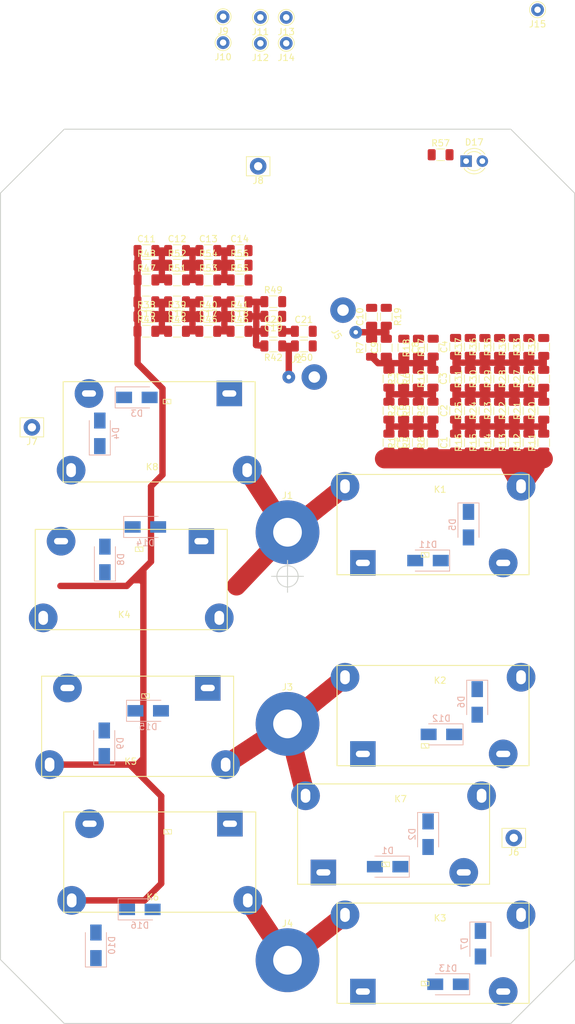
<source format=kicad_pcb>
(kicad_pcb (version 20171130) (host pcbnew "(5.1.0)-1")

  (general
    (thickness 1.6)
    (drawings 9)
    (tracks 179)
    (zones 0)
    (modules 118)
    (nets 39)
  )

  (page A4)
  (layers
    (0 F.Cu signal)
    (31 B.Cu signal)
    (32 B.Adhes user hide)
    (33 F.Adhes user hide)
    (34 B.Paste user hide)
    (35 F.Paste user hide)
    (36 B.SilkS user hide)
    (37 F.SilkS user hide)
    (38 B.Mask user hide)
    (39 F.Mask user hide)
    (40 Dwgs.User user hide)
    (41 Cmts.User user hide)
    (42 Eco1.User user hide)
    (43 Eco2.User user hide)
    (44 Edge.Cuts user)
    (45 Margin user hide)
    (46 B.CrtYd user)
    (47 F.CrtYd user)
    (48 B.Fab user hide)
    (49 F.Fab user hide)
  )

  (setup
    (last_trace_width 1)
    (user_trace_width 0.5)
    (user_trace_width 1)
    (user_trace_width 2)
    (user_trace_width 3)
    (trace_clearance 2)
    (zone_clearance 0.1)
    (zone_45_only no)
    (trace_min 0.2)
    (via_size 0.8)
    (via_drill 0.4)
    (via_min_size 0.4)
    (via_min_drill 0.3)
    (uvia_size 0.3)
    (uvia_drill 0.1)
    (uvias_allowed no)
    (uvia_min_size 0.2)
    (uvia_min_drill 0.1)
    (edge_width 0.15)
    (segment_width 0.2)
    (pcb_text_width 0.3)
    (pcb_text_size 1.5 1.5)
    (mod_edge_width 0.15)
    (mod_text_size 1 1)
    (mod_text_width 0.15)
    (pad_size 1.524 1.524)
    (pad_drill 0.762)
    (pad_to_mask_clearance 0.2)
    (aux_axis_origin 0 0)
    (visible_elements 7FFFF7FF)
    (pcbplotparams
      (layerselection 0x01030_ffffffff)
      (usegerberextensions false)
      (usegerberattributes false)
      (usegerberadvancedattributes false)
      (creategerberjobfile false)
      (excludeedgelayer true)
      (linewidth 0.100000)
      (plotframeref false)
      (viasonmask false)
      (mode 1)
      (useauxorigin false)
      (hpglpennumber 1)
      (hpglpenspeed 20)
      (hpglpendiameter 15.000000)
      (psnegative false)
      (psa4output false)
      (plotreference true)
      (plotvalue true)
      (plotinvisibletext false)
      (padsonsilk false)
      (subtractmaskfromsilk false)
      (outputformat 4)
      (mirror false)
      (drillshape 0)
      (scaleselection 1)
      (outputdirectory "plot/"))
  )

  (net 0 "")
  (net 1 GND)
  (net 2 reloutcom)
  (net 3 "Net-(D1-Pad1)")
  (net 4 rel-)
  (net 5 "Net-(D3-Pad1)")
  (net 6 rel+)
  (net 7 "Net-(D11-Pad1)")
  (net 8 "Net-(D12-Pad1)")
  (net 9 relPE)
  (net 10 "Net-(D13-Pad1)")
  (net 11 "Net-(D14-Pad1)")
  (net 12 "Net-(D15-Pad1)")
  (net 13 "Net-(D10-Pad1)")
  (net 14 rel54com)
  (net 15 rel60com)
  (net 16 /V+in)
  (net 17 /V-in)
  (net 18 /PEin)
  (net 19 /V-out)
  (net 20 /V+out)
  (net 21 /max750)
  (net 22 /max563)
  (net 23 /max375)
  (net 24 /max188)
  (net 25 /max512)
  (net 26 /max273)
  (net 27 /max34)
  (net 28 /max1.5)
  (net 29 /max1049)
  (net 30 /max1429)
  (net 31 /max699)
  (net 32 /max350)
  (net 33 /max1057)
  (net 34 /max715)
  (net 35 /max373)
  (net 36 /max31)
  (net 37 /max1.4)
  (net 38 "Net-(D17-Pad2)")

  (net_class Default "This is the default net class."
    (clearance 2)
    (trace_width 0.25)
    (via_dia 0.8)
    (via_drill 0.4)
    (uvia_dia 0.3)
    (uvia_drill 0.1)
    (add_net "Net-(D1-Pad1)")
    (add_net "Net-(D10-Pad1)")
    (add_net "Net-(D11-Pad1)")
    (add_net "Net-(D12-Pad1)")
    (add_net "Net-(D13-Pad1)")
    (add_net "Net-(D14-Pad1)")
    (add_net "Net-(D15-Pad1)")
    (add_net "Net-(D17-Pad2)")
    (add_net "Net-(D3-Pad1)")
  )

  (net_class HV ""
    (clearance 1.5)
    (trace_width 1)
    (via_dia 0.8)
    (via_drill 0.4)
    (uvia_dia 0.3)
    (uvia_drill 0.1)
    (add_net /PEin)
    (add_net /V+in)
    (add_net /V+out)
    (add_net /V-in)
    (add_net /V-out)
    (add_net /max1429)
    (add_net /max750)
  )

  (net_class LV ""
    (clearance 1.5)
    (trace_width 1)
    (via_dia 0.8)
    (via_drill 0.4)
    (uvia_dia 0.3)
    (uvia_drill 0.1)
  )

  (net_class MIDV ""
    (clearance 1)
    (trace_width 1)
    (via_dia 0.8)
    (via_drill 0.4)
    (uvia_dia 0.3)
    (uvia_drill 0.1)
    (add_net /max1049)
    (add_net /max1057)
    (add_net /max188)
    (add_net /max273)
    (add_net /max31)
    (add_net /max34)
    (add_net /max350)
    (add_net /max373)
    (add_net /max375)
    (add_net /max512)
    (add_net /max563)
    (add_net /max699)
    (add_net /max715)
  )

  (net_class double_saftey ""
    (clearance 6)
    (trace_width 0.25)
    (via_dia 0.8)
    (via_drill 0.4)
    (uvia_dia 0.3)
    (uvia_drill 0.1)
    (add_net /max1.4)
    (add_net /max1.5)
    (add_net GND)
  )

  (net_class signals ""
    (clearance 0.8)
    (trace_width 0.25)
    (via_dia 0.8)
    (via_drill 0.4)
    (uvia_dia 0.3)
    (uvia_drill 0.1)
    (add_net rel+)
    (add_net rel-)
    (add_net rel54com)
    (add_net rel60com)
    (add_net relPE)
    (add_net reloutcom)
  )

  (module Connector_Pin:Pin_D1.0mm_L10.0mm (layer F.Cu) (tedit 5A1DC084) (tstamp 5CDD81BE)
    (at 164.2 1.3)
    (descr "solder Pin_ diameter 1.0mm, hole diameter 1.0mm (press fit), length 10.0mm")
    (tags "solder Pin_ press fit")
    (path /5CF00F6D)
    (fp_text reference J15 (at 0 2.25) (layer F.SilkS)
      (effects (font (size 1 1) (thickness 0.15)))
    )
    (fp_text value Conn_01x01_Female (at 0 -2.05) (layer F.Fab)
      (effects (font (size 1 1) (thickness 0.15)))
    )
    (fp_circle (center 0 0) (end 1.25 0.05) (layer F.SilkS) (width 0.12))
    (fp_circle (center 0 0) (end 1 0) (layer F.Fab) (width 0.12))
    (fp_circle (center 0 0) (end 0.5 0) (layer F.Fab) (width 0.12))
    (fp_circle (center 0 0) (end 1.5 0) (layer F.CrtYd) (width 0.05))
    (fp_text user %R (at 0 2.25) (layer F.Fab)
      (effects (font (size 1 1) (thickness 0.15)))
    )
    (pad 1 thru_hole circle (at 0 0) (size 2 2) (drill 1) (layers *.Cu *.Mask)
      (net 1 GND))
    (model ${KISYS3DMOD}/Connector_Pin.3dshapes/Pin_D1.0mm_L10.0mm.wrl
      (at (xyz 0 0 0))
      (scale (xyz 1 1 1))
      (rotate (xyz 0 0 0))
    )
  )

  (module Connector_Pin:Pin_D1.0mm_L10.0mm (layer F.Cu) (tedit 5A1DC084) (tstamp 5CDD81B4)
    (at 124.8 6.55)
    (descr "solder Pin_ diameter 1.0mm, hole diameter 1.0mm (press fit), length 10.0mm")
    (tags "solder Pin_ press fit")
    (path /5CF00E5C)
    (fp_text reference J14 (at 0 2.25) (layer F.SilkS)
      (effects (font (size 1 1) (thickness 0.15)))
    )
    (fp_text value Conn_01x01_Female (at 0 -2.05) (layer F.Fab)
      (effects (font (size 1 1) (thickness 0.15)))
    )
    (fp_circle (center 0 0) (end 1.25 0.05) (layer F.SilkS) (width 0.12))
    (fp_circle (center 0 0) (end 1 0) (layer F.Fab) (width 0.12))
    (fp_circle (center 0 0) (end 0.5 0) (layer F.Fab) (width 0.12))
    (fp_circle (center 0 0) (end 1.5 0) (layer F.CrtYd) (width 0.05))
    (fp_text user %R (at 0 2.25) (layer F.Fab)
      (effects (font (size 1 1) (thickness 0.15)))
    )
    (pad 1 thru_hole circle (at 0 0) (size 2 2) (drill 1) (layers *.Cu *.Mask)
      (net 2 reloutcom))
    (model ${KISYS3DMOD}/Connector_Pin.3dshapes/Pin_D1.0mm_L10.0mm.wrl
      (at (xyz 0 0 0))
      (scale (xyz 1 1 1))
      (rotate (xyz 0 0 0))
    )
  )

  (module Connector_Pin:Pin_D1.0mm_L10.0mm (layer F.Cu) (tedit 5A1DC084) (tstamp 5CDD81AA)
    (at 124.8 2.5)
    (descr "solder Pin_ diameter 1.0mm, hole diameter 1.0mm (press fit), length 10.0mm")
    (tags "solder Pin_ press fit")
    (path /5CF00D1D)
    (fp_text reference J13 (at 0 2.25) (layer F.SilkS)
      (effects (font (size 1 1) (thickness 0.15)))
    )
    (fp_text value Conn_01x01_Female (at 0 -2.05) (layer F.Fab)
      (effects (font (size 1 1) (thickness 0.15)))
    )
    (fp_circle (center 0 0) (end 1.25 0.05) (layer F.SilkS) (width 0.12))
    (fp_circle (center 0 0) (end 1 0) (layer F.Fab) (width 0.12))
    (fp_circle (center 0 0) (end 0.5 0) (layer F.Fab) (width 0.12))
    (fp_circle (center 0 0) (end 1.5 0) (layer F.CrtYd) (width 0.05))
    (fp_text user %R (at 0 2.25) (layer F.Fab)
      (effects (font (size 1 1) (thickness 0.15)))
    )
    (pad 1 thru_hole circle (at 0 0) (size 2 2) (drill 1) (layers *.Cu *.Mask)
      (net 15 rel60com))
    (model ${KISYS3DMOD}/Connector_Pin.3dshapes/Pin_D1.0mm_L10.0mm.wrl
      (at (xyz 0 0 0))
      (scale (xyz 1 1 1))
      (rotate (xyz 0 0 0))
    )
  )

  (module Connector_Pin:Pin_D1.0mm_L10.0mm (layer F.Cu) (tedit 5A1DC084) (tstamp 5CDD81A0)
    (at 120.75 6.55)
    (descr "solder Pin_ diameter 1.0mm, hole diameter 1.0mm (press fit), length 10.0mm")
    (tags "solder Pin_ press fit")
    (path /5CF00BA4)
    (fp_text reference J12 (at 0 2.25) (layer F.SilkS)
      (effects (font (size 1 1) (thickness 0.15)))
    )
    (fp_text value Conn_01x01_Female (at 0 -2.05) (layer F.Fab)
      (effects (font (size 1 1) (thickness 0.15)))
    )
    (fp_circle (center 0 0) (end 1.25 0.05) (layer F.SilkS) (width 0.12))
    (fp_circle (center 0 0) (end 1 0) (layer F.Fab) (width 0.12))
    (fp_circle (center 0 0) (end 0.5 0) (layer F.Fab) (width 0.12))
    (fp_circle (center 0 0) (end 1.5 0) (layer F.CrtYd) (width 0.05))
    (fp_text user %R (at 0 2.25) (layer F.Fab)
      (effects (font (size 1 1) (thickness 0.15)))
    )
    (pad 1 thru_hole circle (at 0 0) (size 2 2) (drill 1) (layers *.Cu *.Mask)
      (net 14 rel54com))
    (model ${KISYS3DMOD}/Connector_Pin.3dshapes/Pin_D1.0mm_L10.0mm.wrl
      (at (xyz 0 0 0))
      (scale (xyz 1 1 1))
      (rotate (xyz 0 0 0))
    )
  )

  (module Connector_Pin:Pin_D1.0mm_L10.0mm (layer F.Cu) (tedit 5A1DC084) (tstamp 5CDD8196)
    (at 120.75 2.5)
    (descr "solder Pin_ diameter 1.0mm, hole diameter 1.0mm (press fit), length 10.0mm")
    (tags "solder Pin_ press fit")
    (path /5CF00A6B)
    (fp_text reference J11 (at 0 2.25) (layer F.SilkS)
      (effects (font (size 1 1) (thickness 0.15)))
    )
    (fp_text value Conn_01x01_Female (at 0 -2.05) (layer F.Fab)
      (effects (font (size 1 1) (thickness 0.15)))
    )
    (fp_circle (center 0 0) (end 1.25 0.05) (layer F.SilkS) (width 0.12))
    (fp_circle (center 0 0) (end 1 0) (layer F.Fab) (width 0.12))
    (fp_circle (center 0 0) (end 0.5 0) (layer F.Fab) (width 0.12))
    (fp_circle (center 0 0) (end 1.5 0) (layer F.CrtYd) (width 0.05))
    (fp_text user %R (at 0 2.25) (layer F.Fab)
      (effects (font (size 1 1) (thickness 0.15)))
    )
    (pad 1 thru_hole circle (at 0 0) (size 2 2) (drill 1) (layers *.Cu *.Mask)
      (net 9 relPE))
    (model ${KISYS3DMOD}/Connector_Pin.3dshapes/Pin_D1.0mm_L10.0mm.wrl
      (at (xyz 0 0 0))
      (scale (xyz 1 1 1))
      (rotate (xyz 0 0 0))
    )
  )

  (module Connector_Pin:Pin_D1.0mm_L10.0mm (layer F.Cu) (tedit 5A1DC084) (tstamp 5CDD818C)
    (at 114.9 6.45)
    (descr "solder Pin_ diameter 1.0mm, hole diameter 1.0mm (press fit), length 10.0mm")
    (tags "solder Pin_ press fit")
    (path /5CF00916)
    (fp_text reference J10 (at 0 2.25) (layer F.SilkS)
      (effects (font (size 1 1) (thickness 0.15)))
    )
    (fp_text value Conn_01x01_Female (at 0 -2.05) (layer F.Fab)
      (effects (font (size 1 1) (thickness 0.15)))
    )
    (fp_circle (center 0 0) (end 1.25 0.05) (layer F.SilkS) (width 0.12))
    (fp_circle (center 0 0) (end 1 0) (layer F.Fab) (width 0.12))
    (fp_circle (center 0 0) (end 0.5 0) (layer F.Fab) (width 0.12))
    (fp_circle (center 0 0) (end 1.5 0) (layer F.CrtYd) (width 0.05))
    (fp_text user %R (at 0 2.25) (layer F.Fab)
      (effects (font (size 1 1) (thickness 0.15)))
    )
    (pad 1 thru_hole circle (at 0 0) (size 2 2) (drill 1) (layers *.Cu *.Mask)
      (net 4 rel-))
    (model ${KISYS3DMOD}/Connector_Pin.3dshapes/Pin_D1.0mm_L10.0mm.wrl
      (at (xyz 0 0 0))
      (scale (xyz 1 1 1))
      (rotate (xyz 0 0 0))
    )
  )

  (module Connector_Pin:Pin_D1.0mm_L10.0mm (layer F.Cu) (tedit 5A1DC084) (tstamp 5CDD8182)
    (at 114.9 2.4)
    (descr "solder Pin_ diameter 1.0mm, hole diameter 1.0mm (press fit), length 10.0mm")
    (tags "solder Pin_ press fit")
    (path /5CEFD46A)
    (fp_text reference J9 (at 0 2.25) (layer F.SilkS)
      (effects (font (size 1 1) (thickness 0.15)))
    )
    (fp_text value Conn_01x01_Female (at 0 -2.05) (layer F.Fab)
      (effects (font (size 1 1) (thickness 0.15)))
    )
    (fp_circle (center 0 0) (end 1.25 0.05) (layer F.SilkS) (width 0.12))
    (fp_circle (center 0 0) (end 1 0) (layer F.Fab) (width 0.12))
    (fp_circle (center 0 0) (end 0.5 0) (layer F.Fab) (width 0.12))
    (fp_circle (center 0 0) (end 1.5 0) (layer F.CrtYd) (width 0.05))
    (fp_text user %R (at 0 2.25) (layer F.Fab)
      (effects (font (size 1 1) (thickness 0.15)))
    )
    (pad 1 thru_hole circle (at 0 0) (size 2 2) (drill 1) (layers *.Cu *.Mask)
      (net 6 rel+))
    (model ${KISYS3DMOD}/Connector_Pin.3dshapes/Pin_D1.0mm_L10.0mm.wrl
      (at (xyz 0 0 0))
      (scale (xyz 1 1 1))
      (rotate (xyz 0 0 0))
    )
  )

  (module Resistor_SMD:R_1206_3216Metric (layer F.Cu) (tedit 5B301BBD) (tstamp 5CDBB842)
    (at 149 24)
    (descr "Resistor SMD 1206 (3216 Metric), square (rectangular) end terminal, IPC_7351 nominal, (Body size source: http://www.tortai-tech.com/upload/download/2011102023233369053.pdf), generated with kicad-footprint-generator")
    (tags resistor)
    (path /5CF614FE)
    (attr smd)
    (fp_text reference R57 (at 0 -1.82) (layer F.SilkS)
      (effects (font (size 1 1) (thickness 0.15)))
    )
    (fp_text value 5600 (at 0 1.82) (layer F.Fab)
      (effects (font (size 1 1) (thickness 0.15)))
    )
    (fp_text user %R (at 0 0) (layer F.Fab)
      (effects (font (size 0.8 0.8) (thickness 0.12)))
    )
    (fp_line (start 2.28 1.12) (end -2.28 1.12) (layer F.CrtYd) (width 0.05))
    (fp_line (start 2.28 -1.12) (end 2.28 1.12) (layer F.CrtYd) (width 0.05))
    (fp_line (start -2.28 -1.12) (end 2.28 -1.12) (layer F.CrtYd) (width 0.05))
    (fp_line (start -2.28 1.12) (end -2.28 -1.12) (layer F.CrtYd) (width 0.05))
    (fp_line (start -0.602064 0.91) (end 0.602064 0.91) (layer F.SilkS) (width 0.12))
    (fp_line (start -0.602064 -0.91) (end 0.602064 -0.91) (layer F.SilkS) (width 0.12))
    (fp_line (start 1.6 0.8) (end -1.6 0.8) (layer F.Fab) (width 0.1))
    (fp_line (start 1.6 -0.8) (end 1.6 0.8) (layer F.Fab) (width 0.1))
    (fp_line (start -1.6 -0.8) (end 1.6 -0.8) (layer F.Fab) (width 0.1))
    (fp_line (start -1.6 0.8) (end -1.6 -0.8) (layer F.Fab) (width 0.1))
    (pad 2 smd roundrect (at 1.4 0) (size 1.25 1.75) (layers F.Cu F.Paste F.Mask) (roundrect_rratio 0.2)
      (net 38 "Net-(D17-Pad2)"))
    (pad 1 smd roundrect (at -1.4 0) (size 1.25 1.75) (layers F.Cu F.Paste F.Mask) (roundrect_rratio 0.2)
      (net 9 relPE))
    (model ${KISYS3DMOD}/Resistor_SMD.3dshapes/R_1206_3216Metric.wrl
      (at (xyz 0 0 0))
      (scale (xyz 1 1 1))
      (rotate (xyz 0 0 0))
    )
  )

  (module LED_THT:LED_D3.0mm (layer F.Cu) (tedit 587A3A7B) (tstamp 5CDBAED7)
    (at 153 25)
    (descr "LED, diameter 3.0mm, 2 pins")
    (tags "LED diameter 3.0mm 2 pins")
    (path /5CF5FE57)
    (fp_text reference D17 (at 1.27 -2.96) (layer F.SilkS)
      (effects (font (size 1 1) (thickness 0.15)))
    )
    (fp_text value LED (at 1.27 2.96) (layer F.Fab)
      (effects (font (size 1 1) (thickness 0.15)))
    )
    (fp_line (start 3.7 -2.25) (end -1.15 -2.25) (layer F.CrtYd) (width 0.05))
    (fp_line (start 3.7 2.25) (end 3.7 -2.25) (layer F.CrtYd) (width 0.05))
    (fp_line (start -1.15 2.25) (end 3.7 2.25) (layer F.CrtYd) (width 0.05))
    (fp_line (start -1.15 -2.25) (end -1.15 2.25) (layer F.CrtYd) (width 0.05))
    (fp_line (start -0.29 1.08) (end -0.29 1.236) (layer F.SilkS) (width 0.12))
    (fp_line (start -0.29 -1.236) (end -0.29 -1.08) (layer F.SilkS) (width 0.12))
    (fp_line (start -0.23 -1.16619) (end -0.23 1.16619) (layer F.Fab) (width 0.1))
    (fp_circle (center 1.27 0) (end 2.77 0) (layer F.Fab) (width 0.1))
    (fp_arc (start 1.27 0) (end 0.229039 1.08) (angle -87.9) (layer F.SilkS) (width 0.12))
    (fp_arc (start 1.27 0) (end 0.229039 -1.08) (angle 87.9) (layer F.SilkS) (width 0.12))
    (fp_arc (start 1.27 0) (end -0.29 1.235516) (angle -108.8) (layer F.SilkS) (width 0.12))
    (fp_arc (start 1.27 0) (end -0.29 -1.235516) (angle 108.8) (layer F.SilkS) (width 0.12))
    (fp_arc (start 1.27 0) (end -0.23 -1.16619) (angle 284.3) (layer F.Fab) (width 0.1))
    (pad 2 thru_hole circle (at 2.54 0) (size 1.8 1.8) (drill 0.9) (layers *.Cu *.Mask)
      (net 38 "Net-(D17-Pad2)"))
    (pad 1 thru_hole rect (at 0 0) (size 1.8 1.8) (drill 0.9) (layers *.Cu *.Mask)
      (net 2 reloutcom))
    (model ${KISYS3DMOD}/LED_THT.3dshapes/LED_D3.0mm.wrl
      (at (xyz 0 0 0))
      (scale (xyz 1 1 1))
      (rotate (xyz 0 0 0))
    )
  )

  (module custom_footprints:rg400_solder_together (layer F.Cu) (tedit 5CDA880C) (tstamp 5CDB328D)
    (at 125.2 58.8)
    (path /5CE54902)
    (fp_text reference J2 (at 1.25 -2.75) (layer F.SilkS)
      (effects (font (size 1 1) (thickness 0.15)))
    )
    (fp_text value Conn_01x02_Female (at 1.5 3) (layer F.Fab)
      (effects (font (size 1 1) (thickness 0.15)))
    )
    (pad 2 thru_hole circle (at 4 0 180) (size 4 4) (drill 1.8) (layers *.Cu *.Mask)
      (net 1 GND))
    (pad 1 thru_hole circle (at 0 0 180) (size 2 2) (drill 0.7) (layers *.Cu *.Mask)
      (net 37 /max1.4))
  )

  (module custom_footprints:rg400_solder_together (layer F.Cu) (tedit 5CDA880C) (tstamp 5CDD54E0)
    (at 135.7 51.79 120)
    (path /5CE554D6)
    (fp_text reference J5 (at 1.25 -2.75 120) (layer F.SilkS)
      (effects (font (size 1 1) (thickness 0.15)))
    )
    (fp_text value Conn_01x02_Female (at 1.5 3 120) (layer F.Fab)
      (effects (font (size 1 1) (thickness 0.15)))
    )
    (pad 2 thru_hole circle (at 4 0 300) (size 4 4) (drill 1.8) (layers *.Cu *.Mask)
      (net 1 GND))
    (pad 1 thru_hole circle (at 0 0 300) (size 2 2) (drill 0.7) (layers *.Cu *.Mask)
      (net 28 /max1.5))
  )

  (module custom_footprints:banana_connector (layer F.Cu) (tedit 5CDA7887) (tstamp 5CBED532)
    (at 125 150.1)
    (path /5CDC6C6D)
    (fp_text reference J4 (at 0 -5.75) (layer F.SilkS)
      (effects (font (size 1 1) (thickness 0.15)))
    )
    (fp_text value Conn_01x01_Female (at 0 5.75) (layer F.Fab)
      (effects (font (size 1 1) (thickness 0.15)))
    )
    (fp_circle (center 0 0) (end 5.75 0) (layer F.CrtYd) (width 0.12))
    (pad 1 thru_hole circle (at 0 0) (size 10 10) (drill 4.5) (layers *.Cu *.Mask)
      (net 18 /PEin))
  )

  (module custom_footprints:banana_connector (layer F.Cu) (tedit 5CDA7887) (tstamp 5CBED4BE)
    (at 125 113.1)
    (path /5CDC6BB5)
    (fp_text reference J3 (at 0 -5.75) (layer F.SilkS)
      (effects (font (size 1 1) (thickness 0.15)))
    )
    (fp_text value Conn_01x01_Female (at 0 5.75) (layer F.Fab)
      (effects (font (size 1 1) (thickness 0.15)))
    )
    (fp_circle (center 0 0) (end 5.75 0) (layer F.CrtYd) (width 0.12))
    (pad 1 thru_hole circle (at 0 0) (size 10 10) (drill 4.5) (layers *.Cu *.Mask)
      (net 17 /V-in))
  )

  (module custom_footprints:banana_connector (layer F.Cu) (tedit 5CDA7887) (tstamp 5CBED467)
    (at 125 83.1)
    (path /5CDC67ED)
    (fp_text reference J1 (at 0 -5.75) (layer F.SilkS)
      (effects (font (size 1 1) (thickness 0.15)))
    )
    (fp_text value Conn_01x01_Female (at 0 5.75) (layer F.Fab)
      (effects (font (size 1 1) (thickness 0.15)))
    )
    (fp_circle (center 0 0) (end 5.75 0) (layer F.CrtYd) (width 0.12))
    (pad 1 thru_hole circle (at 0 0) (size 10 10) (drill 4.5) (layers *.Cu *.Mask)
      (net 16 /V+in))
  )

  (module Resistor_SMD:R_1206_3216Metric (layer F.Cu) (tedit 5B301BBD) (tstamp 5CE10126)
    (at 117.49 41.3)
    (descr "Resistor SMD 1206 (3216 Metric), square (rectangular) end terminal, IPC_7351 nominal, (Body size source: http://www.tortai-tech.com/upload/download/2011102023233369053.pdf), generated with kicad-footprint-generator")
    (tags resistor)
    (path /5CC70841)
    (attr smd)
    (fp_text reference R56 (at 0 -1.82) (layer F.SilkS)
      (effects (font (size 1 1) (thickness 0.15)))
    )
    (fp_text value 1200 (at 0 1.82) (layer F.Fab)
      (effects (font (size 1 1) (thickness 0.15)))
    )
    (fp_line (start -1.6 0.8) (end -1.6 -0.8) (layer F.Fab) (width 0.1))
    (fp_line (start -1.6 -0.8) (end 1.6 -0.8) (layer F.Fab) (width 0.1))
    (fp_line (start 1.6 -0.8) (end 1.6 0.8) (layer F.Fab) (width 0.1))
    (fp_line (start 1.6 0.8) (end -1.6 0.8) (layer F.Fab) (width 0.1))
    (fp_line (start -0.602064 -0.91) (end 0.602064 -0.91) (layer F.SilkS) (width 0.12))
    (fp_line (start -0.602064 0.91) (end 0.602064 0.91) (layer F.SilkS) (width 0.12))
    (fp_line (start -2.28 1.12) (end -2.28 -1.12) (layer F.CrtYd) (width 0.05))
    (fp_line (start -2.28 -1.12) (end 2.28 -1.12) (layer F.CrtYd) (width 0.05))
    (fp_line (start 2.28 -1.12) (end 2.28 1.12) (layer F.CrtYd) (width 0.05))
    (fp_line (start 2.28 1.12) (end -2.28 1.12) (layer F.CrtYd) (width 0.05))
    (fp_text user %R (at 0 0) (layer F.Fab)
      (effects (font (size 0.8 0.8) (thickness 0.12)))
    )
    (pad 1 smd roundrect (at -1.4 0) (size 1.25 1.75) (layers F.Cu F.Paste F.Mask) (roundrect_rratio 0.2)
      (net 32 /max350))
    (pad 2 smd roundrect (at 1.4 0) (size 1.25 1.75) (layers F.Cu F.Paste F.Mask) (roundrect_rratio 0.2)
      (net 1 GND))
    (model ${KISYS3DMOD}/Resistor_SMD.3dshapes/R_1206_3216Metric.wrl
      (at (xyz 0 0 0))
      (scale (xyz 1 1 1))
      (rotate (xyz 0 0 0))
    )
  )

  (module Resistor_SMD:R_1206_3216Metric (layer F.Cu) (tedit 5B301BBD) (tstamp 5CE10115)
    (at 117.49 43.6)
    (descr "Resistor SMD 1206 (3216 Metric), square (rectangular) end terminal, IPC_7351 nominal, (Body size source: http://www.tortai-tech.com/upload/download/2011102023233369053.pdf), generated with kicad-footprint-generator")
    (tags resistor)
    (path /5CC7083A)
    (attr smd)
    (fp_text reference R55 (at 0 -1.82) (layer F.SilkS)
      (effects (font (size 1 1) (thickness 0.15)))
    )
    (fp_text value 820 (at 0 1.82) (layer F.Fab)
      (effects (font (size 1 1) (thickness 0.15)))
    )
    (fp_line (start -1.6 0.8) (end -1.6 -0.8) (layer F.Fab) (width 0.1))
    (fp_line (start -1.6 -0.8) (end 1.6 -0.8) (layer F.Fab) (width 0.1))
    (fp_line (start 1.6 -0.8) (end 1.6 0.8) (layer F.Fab) (width 0.1))
    (fp_line (start 1.6 0.8) (end -1.6 0.8) (layer F.Fab) (width 0.1))
    (fp_line (start -0.602064 -0.91) (end 0.602064 -0.91) (layer F.SilkS) (width 0.12))
    (fp_line (start -0.602064 0.91) (end 0.602064 0.91) (layer F.SilkS) (width 0.12))
    (fp_line (start -2.28 1.12) (end -2.28 -1.12) (layer F.CrtYd) (width 0.05))
    (fp_line (start -2.28 -1.12) (end 2.28 -1.12) (layer F.CrtYd) (width 0.05))
    (fp_line (start 2.28 -1.12) (end 2.28 1.12) (layer F.CrtYd) (width 0.05))
    (fp_line (start 2.28 1.12) (end -2.28 1.12) (layer F.CrtYd) (width 0.05))
    (fp_text user %R (at 0 0) (layer F.Fab)
      (effects (font (size 0.8 0.8) (thickness 0.12)))
    )
    (pad 1 smd roundrect (at -1.4 0) (size 1.25 1.75) (layers F.Cu F.Paste F.Mask) (roundrect_rratio 0.2)
      (net 32 /max350))
    (pad 2 smd roundrect (at 1.4 0) (size 1.25 1.75) (layers F.Cu F.Paste F.Mask) (roundrect_rratio 0.2)
      (net 1 GND))
    (model ${KISYS3DMOD}/Resistor_SMD.3dshapes/R_1206_3216Metric.wrl
      (at (xyz 0 0 0))
      (scale (xyz 1 1 1))
      (rotate (xyz 0 0 0))
    )
  )

  (module Resistor_SMD:R_1206_3216Metric (layer F.Cu) (tedit 5B301BBD) (tstamp 5CE10104)
    (at 112.59 41.3)
    (descr "Resistor SMD 1206 (3216 Metric), square (rectangular) end terminal, IPC_7351 nominal, (Body size source: http://www.tortai-tech.com/upload/download/2011102023233369053.pdf), generated with kicad-footprint-generator")
    (tags resistor)
    (path /5CC70833)
    (attr smd)
    (fp_text reference R54 (at 0 -1.82) (layer F.SilkS)
      (effects (font (size 1 1) (thickness 0.15)))
    )
    (fp_text value 1200 (at 0 1.82) (layer F.Fab)
      (effects (font (size 1 1) (thickness 0.15)))
    )
    (fp_line (start -1.6 0.8) (end -1.6 -0.8) (layer F.Fab) (width 0.1))
    (fp_line (start -1.6 -0.8) (end 1.6 -0.8) (layer F.Fab) (width 0.1))
    (fp_line (start 1.6 -0.8) (end 1.6 0.8) (layer F.Fab) (width 0.1))
    (fp_line (start 1.6 0.8) (end -1.6 0.8) (layer F.Fab) (width 0.1))
    (fp_line (start -0.602064 -0.91) (end 0.602064 -0.91) (layer F.SilkS) (width 0.12))
    (fp_line (start -0.602064 0.91) (end 0.602064 0.91) (layer F.SilkS) (width 0.12))
    (fp_line (start -2.28 1.12) (end -2.28 -1.12) (layer F.CrtYd) (width 0.05))
    (fp_line (start -2.28 -1.12) (end 2.28 -1.12) (layer F.CrtYd) (width 0.05))
    (fp_line (start 2.28 -1.12) (end 2.28 1.12) (layer F.CrtYd) (width 0.05))
    (fp_line (start 2.28 1.12) (end -2.28 1.12) (layer F.CrtYd) (width 0.05))
    (fp_text user %R (at 0 0) (layer F.Fab)
      (effects (font (size 0.8 0.8) (thickness 0.12)))
    )
    (pad 1 smd roundrect (at -1.4 0) (size 1.25 1.75) (layers F.Cu F.Paste F.Mask) (roundrect_rratio 0.2)
      (net 31 /max699))
    (pad 2 smd roundrect (at 1.4 0) (size 1.25 1.75) (layers F.Cu F.Paste F.Mask) (roundrect_rratio 0.2)
      (net 32 /max350))
    (model ${KISYS3DMOD}/Resistor_SMD.3dshapes/R_1206_3216Metric.wrl
      (at (xyz 0 0 0))
      (scale (xyz 1 1 1))
      (rotate (xyz 0 0 0))
    )
  )

  (module Resistor_SMD:R_1206_3216Metric (layer F.Cu) (tedit 5B301BBD) (tstamp 5CE100F3)
    (at 112.59 43.6)
    (descr "Resistor SMD 1206 (3216 Metric), square (rectangular) end terminal, IPC_7351 nominal, (Body size source: http://www.tortai-tech.com/upload/download/2011102023233369053.pdf), generated with kicad-footprint-generator")
    (tags resistor)
    (path /5CC7082C)
    (attr smd)
    (fp_text reference R53 (at 0 -1.82) (layer F.SilkS)
      (effects (font (size 1 1) (thickness 0.15)))
    )
    (fp_text value 820 (at 0 1.82) (layer F.Fab)
      (effects (font (size 1 1) (thickness 0.15)))
    )
    (fp_line (start -1.6 0.8) (end -1.6 -0.8) (layer F.Fab) (width 0.1))
    (fp_line (start -1.6 -0.8) (end 1.6 -0.8) (layer F.Fab) (width 0.1))
    (fp_line (start 1.6 -0.8) (end 1.6 0.8) (layer F.Fab) (width 0.1))
    (fp_line (start 1.6 0.8) (end -1.6 0.8) (layer F.Fab) (width 0.1))
    (fp_line (start -0.602064 -0.91) (end 0.602064 -0.91) (layer F.SilkS) (width 0.12))
    (fp_line (start -0.602064 0.91) (end 0.602064 0.91) (layer F.SilkS) (width 0.12))
    (fp_line (start -2.28 1.12) (end -2.28 -1.12) (layer F.CrtYd) (width 0.05))
    (fp_line (start -2.28 -1.12) (end 2.28 -1.12) (layer F.CrtYd) (width 0.05))
    (fp_line (start 2.28 -1.12) (end 2.28 1.12) (layer F.CrtYd) (width 0.05))
    (fp_line (start 2.28 1.12) (end -2.28 1.12) (layer F.CrtYd) (width 0.05))
    (fp_text user %R (at 0 0) (layer F.Fab)
      (effects (font (size 0.8 0.8) (thickness 0.12)))
    )
    (pad 1 smd roundrect (at -1.4 0) (size 1.25 1.75) (layers F.Cu F.Paste F.Mask) (roundrect_rratio 0.2)
      (net 31 /max699))
    (pad 2 smd roundrect (at 1.4 0) (size 1.25 1.75) (layers F.Cu F.Paste F.Mask) (roundrect_rratio 0.2)
      (net 32 /max350))
    (model ${KISYS3DMOD}/Resistor_SMD.3dshapes/R_1206_3216Metric.wrl
      (at (xyz 0 0 0))
      (scale (xyz 1 1 1))
      (rotate (xyz 0 0 0))
    )
  )

  (module Resistor_SMD:R_1206_3216Metric (layer F.Cu) (tedit 5B301BBD) (tstamp 5CD9ABE4)
    (at 107.69 41.3)
    (descr "Resistor SMD 1206 (3216 Metric), square (rectangular) end terminal, IPC_7351 nominal, (Body size source: http://www.tortai-tech.com/upload/download/2011102023233369053.pdf), generated with kicad-footprint-generator")
    (tags resistor)
    (path /5CC70825)
    (attr smd)
    (fp_text reference R52 (at 0 -1.82) (layer F.SilkS)
      (effects (font (size 1 1) (thickness 0.15)))
    )
    (fp_text value 1200 (at 0 1.82) (layer F.Fab)
      (effects (font (size 1 1) (thickness 0.15)))
    )
    (fp_line (start -1.6 0.8) (end -1.6 -0.8) (layer F.Fab) (width 0.1))
    (fp_line (start -1.6 -0.8) (end 1.6 -0.8) (layer F.Fab) (width 0.1))
    (fp_line (start 1.6 -0.8) (end 1.6 0.8) (layer F.Fab) (width 0.1))
    (fp_line (start 1.6 0.8) (end -1.6 0.8) (layer F.Fab) (width 0.1))
    (fp_line (start -0.602064 -0.91) (end 0.602064 -0.91) (layer F.SilkS) (width 0.12))
    (fp_line (start -0.602064 0.91) (end 0.602064 0.91) (layer F.SilkS) (width 0.12))
    (fp_line (start -2.28 1.12) (end -2.28 -1.12) (layer F.CrtYd) (width 0.05))
    (fp_line (start -2.28 -1.12) (end 2.28 -1.12) (layer F.CrtYd) (width 0.05))
    (fp_line (start 2.28 -1.12) (end 2.28 1.12) (layer F.CrtYd) (width 0.05))
    (fp_line (start 2.28 1.12) (end -2.28 1.12) (layer F.CrtYd) (width 0.05))
    (fp_text user %R (at 0 0) (layer F.Fab)
      (effects (font (size 0.8 0.8) (thickness 0.12)))
    )
    (pad 1 smd roundrect (at -1.4 0) (size 1.25 1.75) (layers F.Cu F.Paste F.Mask) (roundrect_rratio 0.2)
      (net 29 /max1049))
    (pad 2 smd roundrect (at 1.4 0) (size 1.25 1.75) (layers F.Cu F.Paste F.Mask) (roundrect_rratio 0.2)
      (net 31 /max699))
    (model ${KISYS3DMOD}/Resistor_SMD.3dshapes/R_1206_3216Metric.wrl
      (at (xyz 0 0 0))
      (scale (xyz 1 1 1))
      (rotate (xyz 0 0 0))
    )
  )

  (module Resistor_SMD:R_1206_3216Metric (layer F.Cu) (tedit 5B301BBD) (tstamp 5CE100D1)
    (at 107.69 43.6)
    (descr "Resistor SMD 1206 (3216 Metric), square (rectangular) end terminal, IPC_7351 nominal, (Body size source: http://www.tortai-tech.com/upload/download/2011102023233369053.pdf), generated with kicad-footprint-generator")
    (tags resistor)
    (path /5CC7081E)
    (attr smd)
    (fp_text reference R51 (at 0 -1.82) (layer F.SilkS)
      (effects (font (size 1 1) (thickness 0.15)))
    )
    (fp_text value 820 (at 0 1.82) (layer F.Fab)
      (effects (font (size 1 1) (thickness 0.15)))
    )
    (fp_line (start -1.6 0.8) (end -1.6 -0.8) (layer F.Fab) (width 0.1))
    (fp_line (start -1.6 -0.8) (end 1.6 -0.8) (layer F.Fab) (width 0.1))
    (fp_line (start 1.6 -0.8) (end 1.6 0.8) (layer F.Fab) (width 0.1))
    (fp_line (start 1.6 0.8) (end -1.6 0.8) (layer F.Fab) (width 0.1))
    (fp_line (start -0.602064 -0.91) (end 0.602064 -0.91) (layer F.SilkS) (width 0.12))
    (fp_line (start -0.602064 0.91) (end 0.602064 0.91) (layer F.SilkS) (width 0.12))
    (fp_line (start -2.28 1.12) (end -2.28 -1.12) (layer F.CrtYd) (width 0.05))
    (fp_line (start -2.28 -1.12) (end 2.28 -1.12) (layer F.CrtYd) (width 0.05))
    (fp_line (start 2.28 -1.12) (end 2.28 1.12) (layer F.CrtYd) (width 0.05))
    (fp_line (start 2.28 1.12) (end -2.28 1.12) (layer F.CrtYd) (width 0.05))
    (fp_text user %R (at 0 0) (layer F.Fab)
      (effects (font (size 0.8 0.8) (thickness 0.12)))
    )
    (pad 1 smd roundrect (at -1.4 0) (size 1.25 1.75) (layers F.Cu F.Paste F.Mask) (roundrect_rratio 0.2)
      (net 29 /max1049))
    (pad 2 smd roundrect (at 1.4 0) (size 1.25 1.75) (layers F.Cu F.Paste F.Mask) (roundrect_rratio 0.2)
      (net 31 /max699))
    (model ${KISYS3DMOD}/Resistor_SMD.3dshapes/R_1206_3216Metric.wrl
      (at (xyz 0 0 0))
      (scale (xyz 1 1 1))
      (rotate (xyz 0 0 0))
    )
  )

  (module Resistor_SMD:R_1206_3216Metric (layer F.Cu) (tedit 5B301BBD) (tstamp 5CE100C0)
    (at 127.55 53.935 180)
    (descr "Resistor SMD 1206 (3216 Metric), square (rectangular) end terminal, IPC_7351 nominal, (Body size source: http://www.tortai-tech.com/upload/download/2011102023233369053.pdf), generated with kicad-footprint-generator")
    (tags resistor)
    (path /5CC8AFD5)
    (attr smd)
    (fp_text reference R50 (at 0 -1.82 180) (layer F.SilkS)
      (effects (font (size 1 1) (thickness 0.15)))
    )
    (fp_text value 56 (at 0 1.82 180) (layer F.Fab)
      (effects (font (size 1 1) (thickness 0.15)))
    )
    (fp_text user %R (at 0 0 180) (layer F.Fab)
      (effects (font (size 0.8 0.8) (thickness 0.12)))
    )
    (fp_line (start 2.28 1.12) (end -2.28 1.12) (layer F.CrtYd) (width 0.05))
    (fp_line (start 2.28 -1.12) (end 2.28 1.12) (layer F.CrtYd) (width 0.05))
    (fp_line (start -2.28 -1.12) (end 2.28 -1.12) (layer F.CrtYd) (width 0.05))
    (fp_line (start -2.28 1.12) (end -2.28 -1.12) (layer F.CrtYd) (width 0.05))
    (fp_line (start -0.602064 0.91) (end 0.602064 0.91) (layer F.SilkS) (width 0.12))
    (fp_line (start -0.602064 -0.91) (end 0.602064 -0.91) (layer F.SilkS) (width 0.12))
    (fp_line (start 1.6 0.8) (end -1.6 0.8) (layer F.Fab) (width 0.1))
    (fp_line (start 1.6 -0.8) (end 1.6 0.8) (layer F.Fab) (width 0.1))
    (fp_line (start -1.6 -0.8) (end 1.6 -0.8) (layer F.Fab) (width 0.1))
    (fp_line (start -1.6 0.8) (end -1.6 -0.8) (layer F.Fab) (width 0.1))
    (pad 2 smd roundrect (at 1.4 0 180) (size 1.25 1.75) (layers F.Cu F.Paste F.Mask) (roundrect_rratio 0.2)
      (net 37 /max1.4))
    (pad 1 smd roundrect (at -1.4 0 180) (size 1.25 1.75) (layers F.Cu F.Paste F.Mask) (roundrect_rratio 0.2)
      (net 1 GND))
    (model ${KISYS3DMOD}/Resistor_SMD.3dshapes/R_1206_3216Metric.wrl
      (at (xyz 0 0 0))
      (scale (xyz 1 1 1))
      (rotate (xyz 0 0 0))
    )
  )

  (module Resistor_SMD:R_1206_3216Metric (layer F.Cu) (tedit 5B301BBD) (tstamp 5CE100AF)
    (at 122.765 47)
    (descr "Resistor SMD 1206 (3216 Metric), square (rectangular) end terminal, IPC_7351 nominal, (Body size source: http://www.tortai-tech.com/upload/download/2011102023233369053.pdf), generated with kicad-footprint-generator")
    (tags resistor)
    (path /5CC8AD7E)
    (attr smd)
    (fp_text reference R49 (at 0 -1.82) (layer F.SilkS)
      (effects (font (size 1 1) (thickness 0.15)))
    )
    (fp_text value 47 (at 0 1.82) (layer F.Fab)
      (effects (font (size 1 1) (thickness 0.15)))
    )
    (fp_text user %R (at 0 0) (layer F.Fab)
      (effects (font (size 0.8 0.8) (thickness 0.12)))
    )
    (fp_line (start 2.28 1.12) (end -2.28 1.12) (layer F.CrtYd) (width 0.05))
    (fp_line (start 2.28 -1.12) (end 2.28 1.12) (layer F.CrtYd) (width 0.05))
    (fp_line (start -2.28 -1.12) (end 2.28 -1.12) (layer F.CrtYd) (width 0.05))
    (fp_line (start -2.28 1.12) (end -2.28 -1.12) (layer F.CrtYd) (width 0.05))
    (fp_line (start -0.602064 0.91) (end 0.602064 0.91) (layer F.SilkS) (width 0.12))
    (fp_line (start -0.602064 -0.91) (end 0.602064 -0.91) (layer F.SilkS) (width 0.12))
    (fp_line (start 1.6 0.8) (end -1.6 0.8) (layer F.Fab) (width 0.1))
    (fp_line (start 1.6 -0.8) (end 1.6 0.8) (layer F.Fab) (width 0.1))
    (fp_line (start -1.6 -0.8) (end 1.6 -0.8) (layer F.Fab) (width 0.1))
    (fp_line (start -1.6 0.8) (end -1.6 -0.8) (layer F.Fab) (width 0.1))
    (pad 2 smd roundrect (at 1.4 0) (size 1.25 1.75) (layers F.Cu F.Paste F.Mask) (roundrect_rratio 0.2)
      (net 1 GND))
    (pad 1 smd roundrect (at -1.4 0) (size 1.25 1.75) (layers F.Cu F.Paste F.Mask) (roundrect_rratio 0.2)
      (net 36 /max31))
    (model ${KISYS3DMOD}/Resistor_SMD.3dshapes/R_1206_3216Metric.wrl
      (at (xyz 0 0 0))
      (scale (xyz 1 1 1))
      (rotate (xyz 0 0 0))
    )
  )

  (module Resistor_SMD:R_1206_3216Metric (layer F.Cu) (tedit 5B301BBD) (tstamp 5CE11088)
    (at 102.89 41.3)
    (descr "Resistor SMD 1206 (3216 Metric), square (rectangular) end terminal, IPC_7351 nominal, (Body size source: http://www.tortai-tech.com/upload/download/2011102023233369053.pdf), generated with kicad-footprint-generator")
    (tags resistor)
    (path /5CC70817)
    (attr smd)
    (fp_text reference R48 (at 0 -1.82) (layer F.SilkS)
      (effects (font (size 1 1) (thickness 0.15)))
    )
    (fp_text value 1500 (at 0 1.82) (layer F.Fab)
      (effects (font (size 1 1) (thickness 0.15)))
    )
    (fp_line (start -1.6 0.8) (end -1.6 -0.8) (layer F.Fab) (width 0.1))
    (fp_line (start -1.6 -0.8) (end 1.6 -0.8) (layer F.Fab) (width 0.1))
    (fp_line (start 1.6 -0.8) (end 1.6 0.8) (layer F.Fab) (width 0.1))
    (fp_line (start 1.6 0.8) (end -1.6 0.8) (layer F.Fab) (width 0.1))
    (fp_line (start -0.602064 -0.91) (end 0.602064 -0.91) (layer F.SilkS) (width 0.12))
    (fp_line (start -0.602064 0.91) (end 0.602064 0.91) (layer F.SilkS) (width 0.12))
    (fp_line (start -2.28 1.12) (end -2.28 -1.12) (layer F.CrtYd) (width 0.05))
    (fp_line (start -2.28 -1.12) (end 2.28 -1.12) (layer F.CrtYd) (width 0.05))
    (fp_line (start 2.28 -1.12) (end 2.28 1.12) (layer F.CrtYd) (width 0.05))
    (fp_line (start 2.28 1.12) (end -2.28 1.12) (layer F.CrtYd) (width 0.05))
    (fp_text user %R (at 0 0) (layer F.Fab)
      (effects (font (size 0.8 0.8) (thickness 0.12)))
    )
    (pad 1 smd roundrect (at -1.4 0) (size 1.25 1.75) (layers F.Cu F.Paste F.Mask) (roundrect_rratio 0.2)
      (net 30 /max1429))
    (pad 2 smd roundrect (at 1.4 0) (size 1.25 1.75) (layers F.Cu F.Paste F.Mask) (roundrect_rratio 0.2)
      (net 29 /max1049))
    (model ${KISYS3DMOD}/Resistor_SMD.3dshapes/R_1206_3216Metric.wrl
      (at (xyz 0 0 0))
      (scale (xyz 1 1 1))
      (rotate (xyz 0 0 0))
    )
  )

  (module Resistor_SMD:R_1206_3216Metric (layer F.Cu) (tedit 5B301BBD) (tstamp 5CE1008D)
    (at 102.89 43.6)
    (descr "Resistor SMD 1206 (3216 Metric), square (rectangular) end terminal, IPC_7351 nominal, (Body size source: http://www.tortai-tech.com/upload/download/2011102023233369053.pdf), generated with kicad-footprint-generator")
    (tags resistor)
    (path /5CC70810)
    (attr smd)
    (fp_text reference R47 (at 0 -1.82) (layer F.SilkS)
      (effects (font (size 1 1) (thickness 0.15)))
    )
    (fp_text value 820 (at 0 1.82) (layer F.Fab)
      (effects (font (size 1 1) (thickness 0.15)))
    )
    (fp_line (start -1.6 0.8) (end -1.6 -0.8) (layer F.Fab) (width 0.1))
    (fp_line (start -1.6 -0.8) (end 1.6 -0.8) (layer F.Fab) (width 0.1))
    (fp_line (start 1.6 -0.8) (end 1.6 0.8) (layer F.Fab) (width 0.1))
    (fp_line (start 1.6 0.8) (end -1.6 0.8) (layer F.Fab) (width 0.1))
    (fp_line (start -0.602064 -0.91) (end 0.602064 -0.91) (layer F.SilkS) (width 0.12))
    (fp_line (start -0.602064 0.91) (end 0.602064 0.91) (layer F.SilkS) (width 0.12))
    (fp_line (start -2.28 1.12) (end -2.28 -1.12) (layer F.CrtYd) (width 0.05))
    (fp_line (start -2.28 -1.12) (end 2.28 -1.12) (layer F.CrtYd) (width 0.05))
    (fp_line (start 2.28 -1.12) (end 2.28 1.12) (layer F.CrtYd) (width 0.05))
    (fp_line (start 2.28 1.12) (end -2.28 1.12) (layer F.CrtYd) (width 0.05))
    (fp_text user %R (at 0 0) (layer F.Fab)
      (effects (font (size 0.8 0.8) (thickness 0.12)))
    )
    (pad 1 smd roundrect (at -1.4 0) (size 1.25 1.75) (layers F.Cu F.Paste F.Mask) (roundrect_rratio 0.2)
      (net 30 /max1429))
    (pad 2 smd roundrect (at 1.4 0) (size 1.25 1.75) (layers F.Cu F.Paste F.Mask) (roundrect_rratio 0.2)
      (net 29 /max1049))
    (model ${KISYS3DMOD}/Resistor_SMD.3dshapes/R_1206_3216Metric.wrl
      (at (xyz 0 0 0))
      (scale (xyz 1 1 1))
      (rotate (xyz 0 0 0))
    )
  )

  (module Resistor_SMD:R_1206_3216Metric (layer F.Cu) (tedit 5B301BBD) (tstamp 5CE1007C)
    (at 117.475 51.635)
    (descr "Resistor SMD 1206 (3216 Metric), square (rectangular) end terminal, IPC_7351 nominal, (Body size source: http://www.tortai-tech.com/upload/download/2011102023233369053.pdf), generated with kicad-footprint-generator")
    (tags resistor)
    (path /5CC76761)
    (attr smd)
    (fp_text reference R46 (at 0 -1.82) (layer F.SilkS)
      (effects (font (size 1 1) (thickness 0.15)))
    )
    (fp_text value 820 (at 0 1.82) (layer F.Fab)
      (effects (font (size 1 1) (thickness 0.15)))
    )
    (fp_line (start -1.6 0.8) (end -1.6 -0.8) (layer F.Fab) (width 0.1))
    (fp_line (start -1.6 -0.8) (end 1.6 -0.8) (layer F.Fab) (width 0.1))
    (fp_line (start 1.6 -0.8) (end 1.6 0.8) (layer F.Fab) (width 0.1))
    (fp_line (start 1.6 0.8) (end -1.6 0.8) (layer F.Fab) (width 0.1))
    (fp_line (start -0.602064 -0.91) (end 0.602064 -0.91) (layer F.SilkS) (width 0.12))
    (fp_line (start -0.602064 0.91) (end 0.602064 0.91) (layer F.SilkS) (width 0.12))
    (fp_line (start -2.28 1.12) (end -2.28 -1.12) (layer F.CrtYd) (width 0.05))
    (fp_line (start -2.28 -1.12) (end 2.28 -1.12) (layer F.CrtYd) (width 0.05))
    (fp_line (start 2.28 -1.12) (end 2.28 1.12) (layer F.CrtYd) (width 0.05))
    (fp_line (start 2.28 1.12) (end -2.28 1.12) (layer F.CrtYd) (width 0.05))
    (fp_text user %R (at 0 0) (layer F.Fab)
      (effects (font (size 0.8 0.8) (thickness 0.12)))
    )
    (pad 1 smd roundrect (at -1.4 0) (size 1.25 1.75) (layers F.Cu F.Paste F.Mask) (roundrect_rratio 0.2)
      (net 35 /max373))
    (pad 2 smd roundrect (at 1.4 0) (size 1.25 1.75) (layers F.Cu F.Paste F.Mask) (roundrect_rratio 0.2)
      (net 36 /max31))
    (model ${KISYS3DMOD}/Resistor_SMD.3dshapes/R_1206_3216Metric.wrl
      (at (xyz 0 0 0))
      (scale (xyz 1 1 1))
      (rotate (xyz 0 0 0))
    )
  )

  (module Resistor_SMD:R_1206_3216Metric (layer F.Cu) (tedit 5B301BBD) (tstamp 5CE110E9)
    (at 112.575 51.635)
    (descr "Resistor SMD 1206 (3216 Metric), square (rectangular) end terminal, IPC_7351 nominal, (Body size source: http://www.tortai-tech.com/upload/download/2011102023233369053.pdf), generated with kicad-footprint-generator")
    (tags resistor)
    (path /5CC76753)
    (attr smd)
    (fp_text reference R45 (at 0 -1.82) (layer F.SilkS)
      (effects (font (size 1 1) (thickness 0.15)))
    )
    (fp_text value 820 (at 0 1.82) (layer F.Fab)
      (effects (font (size 1 1) (thickness 0.15)))
    )
    (fp_line (start -1.6 0.8) (end -1.6 -0.8) (layer F.Fab) (width 0.1))
    (fp_line (start -1.6 -0.8) (end 1.6 -0.8) (layer F.Fab) (width 0.1))
    (fp_line (start 1.6 -0.8) (end 1.6 0.8) (layer F.Fab) (width 0.1))
    (fp_line (start 1.6 0.8) (end -1.6 0.8) (layer F.Fab) (width 0.1))
    (fp_line (start -0.602064 -0.91) (end 0.602064 -0.91) (layer F.SilkS) (width 0.12))
    (fp_line (start -0.602064 0.91) (end 0.602064 0.91) (layer F.SilkS) (width 0.12))
    (fp_line (start -2.28 1.12) (end -2.28 -1.12) (layer F.CrtYd) (width 0.05))
    (fp_line (start -2.28 -1.12) (end 2.28 -1.12) (layer F.CrtYd) (width 0.05))
    (fp_line (start 2.28 -1.12) (end 2.28 1.12) (layer F.CrtYd) (width 0.05))
    (fp_line (start 2.28 1.12) (end -2.28 1.12) (layer F.CrtYd) (width 0.05))
    (fp_text user %R (at 0 0) (layer F.Fab)
      (effects (font (size 0.8 0.8) (thickness 0.12)))
    )
    (pad 1 smd roundrect (at -1.4 0) (size 1.25 1.75) (layers F.Cu F.Paste F.Mask) (roundrect_rratio 0.2)
      (net 34 /max715))
    (pad 2 smd roundrect (at 1.4 0) (size 1.25 1.75) (layers F.Cu F.Paste F.Mask) (roundrect_rratio 0.2)
      (net 35 /max373))
    (model ${KISYS3DMOD}/Resistor_SMD.3dshapes/R_1206_3216Metric.wrl
      (at (xyz 0 0 0))
      (scale (xyz 1 1 1))
      (rotate (xyz 0 0 0))
    )
  )

  (module Resistor_SMD:R_1206_3216Metric (layer F.Cu) (tedit 5B301BBD) (tstamp 5CE1005A)
    (at 107.675 51.635)
    (descr "Resistor SMD 1206 (3216 Metric), square (rectangular) end terminal, IPC_7351 nominal, (Body size source: http://www.tortai-tech.com/upload/download/2011102023233369053.pdf), generated with kicad-footprint-generator")
    (tags resistor)
    (path /5CC76745)
    (attr smd)
    (fp_text reference R44 (at 0 -1.82) (layer F.SilkS)
      (effects (font (size 1 1) (thickness 0.15)))
    )
    (fp_text value 820 (at 0 1.82) (layer F.Fab)
      (effects (font (size 1 1) (thickness 0.15)))
    )
    (fp_line (start -1.6 0.8) (end -1.6 -0.8) (layer F.Fab) (width 0.1))
    (fp_line (start -1.6 -0.8) (end 1.6 -0.8) (layer F.Fab) (width 0.1))
    (fp_line (start 1.6 -0.8) (end 1.6 0.8) (layer F.Fab) (width 0.1))
    (fp_line (start 1.6 0.8) (end -1.6 0.8) (layer F.Fab) (width 0.1))
    (fp_line (start -0.602064 -0.91) (end 0.602064 -0.91) (layer F.SilkS) (width 0.12))
    (fp_line (start -0.602064 0.91) (end 0.602064 0.91) (layer F.SilkS) (width 0.12))
    (fp_line (start -2.28 1.12) (end -2.28 -1.12) (layer F.CrtYd) (width 0.05))
    (fp_line (start -2.28 -1.12) (end 2.28 -1.12) (layer F.CrtYd) (width 0.05))
    (fp_line (start 2.28 -1.12) (end 2.28 1.12) (layer F.CrtYd) (width 0.05))
    (fp_line (start 2.28 1.12) (end -2.28 1.12) (layer F.CrtYd) (width 0.05))
    (fp_text user %R (at 0 0) (layer F.Fab)
      (effects (font (size 0.8 0.8) (thickness 0.12)))
    )
    (pad 1 smd roundrect (at -1.4 0) (size 1.25 1.75) (layers F.Cu F.Paste F.Mask) (roundrect_rratio 0.2)
      (net 33 /max1057))
    (pad 2 smd roundrect (at 1.4 0) (size 1.25 1.75) (layers F.Cu F.Paste F.Mask) (roundrect_rratio 0.2)
      (net 34 /max715))
    (model ${KISYS3DMOD}/Resistor_SMD.3dshapes/R_1206_3216Metric.wrl
      (at (xyz 0 0 0))
      (scale (xyz 1 1 1))
      (rotate (xyz 0 0 0))
    )
  )

  (module Resistor_SMD:R_1206_3216Metric (layer F.Cu) (tedit 5B301BBD) (tstamp 5CE10049)
    (at 102.875 51.635)
    (descr "Resistor SMD 1206 (3216 Metric), square (rectangular) end terminal, IPC_7351 nominal, (Body size source: http://www.tortai-tech.com/upload/download/2011102023233369053.pdf), generated with kicad-footprint-generator")
    (tags resistor)
    (path /5CC76737)
    (attr smd)
    (fp_text reference R43 (at 0 -1.82) (layer F.SilkS)
      (effects (font (size 1 1) (thickness 0.15)))
    )
    (fp_text value 820 (at 0 1.82) (layer F.Fab)
      (effects (font (size 1 1) (thickness 0.15)))
    )
    (fp_line (start -1.6 0.8) (end -1.6 -0.8) (layer F.Fab) (width 0.1))
    (fp_line (start -1.6 -0.8) (end 1.6 -0.8) (layer F.Fab) (width 0.1))
    (fp_line (start 1.6 -0.8) (end 1.6 0.8) (layer F.Fab) (width 0.1))
    (fp_line (start 1.6 0.8) (end -1.6 0.8) (layer F.Fab) (width 0.1))
    (fp_line (start -0.602064 -0.91) (end 0.602064 -0.91) (layer F.SilkS) (width 0.12))
    (fp_line (start -0.602064 0.91) (end 0.602064 0.91) (layer F.SilkS) (width 0.12))
    (fp_line (start -2.28 1.12) (end -2.28 -1.12) (layer F.CrtYd) (width 0.05))
    (fp_line (start -2.28 -1.12) (end 2.28 -1.12) (layer F.CrtYd) (width 0.05))
    (fp_line (start 2.28 -1.12) (end 2.28 1.12) (layer F.CrtYd) (width 0.05))
    (fp_line (start 2.28 1.12) (end -2.28 1.12) (layer F.CrtYd) (width 0.05))
    (fp_text user %R (at 0 0) (layer F.Fab)
      (effects (font (size 0.8 0.8) (thickness 0.12)))
    )
    (pad 1 smd roundrect (at -1.4 0) (size 1.25 1.75) (layers F.Cu F.Paste F.Mask) (roundrect_rratio 0.2)
      (net 30 /max1429))
    (pad 2 smd roundrect (at 1.4 0) (size 1.25 1.75) (layers F.Cu F.Paste F.Mask) (roundrect_rratio 0.2)
      (net 33 /max1057))
    (model ${KISYS3DMOD}/Resistor_SMD.3dshapes/R_1206_3216Metric.wrl
      (at (xyz 0 0 0))
      (scale (xyz 1 1 1))
      (rotate (xyz 0 0 0))
    )
  )

  (module Resistor_SMD:R_1206_3216Metric (layer F.Cu) (tedit 5B301BBD) (tstamp 5CE10038)
    (at 122.775 53.935 180)
    (descr "Resistor SMD 1206 (3216 Metric), square (rectangular) end terminal, IPC_7351 nominal, (Body size source: http://www.tortai-tech.com/upload/download/2011102023233369053.pdf), generated with kicad-footprint-generator")
    (tags resistor)
    (path /5CC8AF03)
    (attr smd)
    (fp_text reference R42 (at 0 -1.82 180) (layer F.SilkS)
      (effects (font (size 1 1) (thickness 0.15)))
    )
    (fp_text value 560 (at 0 1.82 180) (layer F.Fab)
      (effects (font (size 1 1) (thickness 0.15)))
    )
    (fp_text user %R (at 0 0 180) (layer F.Fab)
      (effects (font (size 0.8 0.8) (thickness 0.12)))
    )
    (fp_line (start 2.28 1.12) (end -2.28 1.12) (layer F.CrtYd) (width 0.05))
    (fp_line (start 2.28 -1.12) (end 2.28 1.12) (layer F.CrtYd) (width 0.05))
    (fp_line (start -2.28 -1.12) (end 2.28 -1.12) (layer F.CrtYd) (width 0.05))
    (fp_line (start -2.28 1.12) (end -2.28 -1.12) (layer F.CrtYd) (width 0.05))
    (fp_line (start -0.602064 0.91) (end 0.602064 0.91) (layer F.SilkS) (width 0.12))
    (fp_line (start -0.602064 -0.91) (end 0.602064 -0.91) (layer F.SilkS) (width 0.12))
    (fp_line (start 1.6 0.8) (end -1.6 0.8) (layer F.Fab) (width 0.1))
    (fp_line (start 1.6 -0.8) (end 1.6 0.8) (layer F.Fab) (width 0.1))
    (fp_line (start -1.6 -0.8) (end 1.6 -0.8) (layer F.Fab) (width 0.1))
    (fp_line (start -1.6 0.8) (end -1.6 -0.8) (layer F.Fab) (width 0.1))
    (pad 2 smd roundrect (at 1.4 0 180) (size 1.25 1.75) (layers F.Cu F.Paste F.Mask) (roundrect_rratio 0.2)
      (net 36 /max31))
    (pad 1 smd roundrect (at -1.4 0 180) (size 1.25 1.75) (layers F.Cu F.Paste F.Mask) (roundrect_rratio 0.2)
      (net 37 /max1.4))
    (model ${KISYS3DMOD}/Resistor_SMD.3dshapes/R_1206_3216Metric.wrl
      (at (xyz 0 0 0))
      (scale (xyz 1 1 1))
      (rotate (xyz 0 0 0))
    )
  )

  (module Resistor_SMD:R_1206_3216Metric (layer F.Cu) (tedit 5B301BBD) (tstamp 5CE10027)
    (at 117.475 49.335)
    (descr "Resistor SMD 1206 (3216 Metric), square (rectangular) end terminal, IPC_7351 nominal, (Body size source: http://www.tortai-tech.com/upload/download/2011102023233369053.pdf), generated with kicad-footprint-generator")
    (tags resistor)
    (path /5CC76768)
    (attr smd)
    (fp_text reference R41 (at 0 -1.82) (layer F.SilkS)
      (effects (font (size 1 1) (thickness 0.15)))
    )
    (fp_text value 1200 (at 0 1.82) (layer F.Fab)
      (effects (font (size 1 1) (thickness 0.15)))
    )
    (fp_line (start -1.6 0.8) (end -1.6 -0.8) (layer F.Fab) (width 0.1))
    (fp_line (start -1.6 -0.8) (end 1.6 -0.8) (layer F.Fab) (width 0.1))
    (fp_line (start 1.6 -0.8) (end 1.6 0.8) (layer F.Fab) (width 0.1))
    (fp_line (start 1.6 0.8) (end -1.6 0.8) (layer F.Fab) (width 0.1))
    (fp_line (start -0.602064 -0.91) (end 0.602064 -0.91) (layer F.SilkS) (width 0.12))
    (fp_line (start -0.602064 0.91) (end 0.602064 0.91) (layer F.SilkS) (width 0.12))
    (fp_line (start -2.28 1.12) (end -2.28 -1.12) (layer F.CrtYd) (width 0.05))
    (fp_line (start -2.28 -1.12) (end 2.28 -1.12) (layer F.CrtYd) (width 0.05))
    (fp_line (start 2.28 -1.12) (end 2.28 1.12) (layer F.CrtYd) (width 0.05))
    (fp_line (start 2.28 1.12) (end -2.28 1.12) (layer F.CrtYd) (width 0.05))
    (fp_text user %R (at 0 0) (layer F.Fab)
      (effects (font (size 0.8 0.8) (thickness 0.12)))
    )
    (pad 1 smd roundrect (at -1.4 0) (size 1.25 1.75) (layers F.Cu F.Paste F.Mask) (roundrect_rratio 0.2)
      (net 35 /max373))
    (pad 2 smd roundrect (at 1.4 0) (size 1.25 1.75) (layers F.Cu F.Paste F.Mask) (roundrect_rratio 0.2)
      (net 36 /max31))
    (model ${KISYS3DMOD}/Resistor_SMD.3dshapes/R_1206_3216Metric.wrl
      (at (xyz 0 0 0))
      (scale (xyz 1 1 1))
      (rotate (xyz 0 0 0))
    )
  )

  (module Resistor_SMD:R_1206_3216Metric (layer F.Cu) (tedit 5B301BBD) (tstamp 5CE10016)
    (at 112.575 49.335)
    (descr "Resistor SMD 1206 (3216 Metric), square (rectangular) end terminal, IPC_7351 nominal, (Body size source: http://www.tortai-tech.com/upload/download/2011102023233369053.pdf), generated with kicad-footprint-generator")
    (tags resistor)
    (path /5CC7675A)
    (attr smd)
    (fp_text reference R40 (at 0 -1.82) (layer F.SilkS)
      (effects (font (size 1 1) (thickness 0.15)))
    )
    (fp_text value 1200 (at 0 1.82) (layer F.Fab)
      (effects (font (size 1 1) (thickness 0.15)))
    )
    (fp_line (start -1.6 0.8) (end -1.6 -0.8) (layer F.Fab) (width 0.1))
    (fp_line (start -1.6 -0.8) (end 1.6 -0.8) (layer F.Fab) (width 0.1))
    (fp_line (start 1.6 -0.8) (end 1.6 0.8) (layer F.Fab) (width 0.1))
    (fp_line (start 1.6 0.8) (end -1.6 0.8) (layer F.Fab) (width 0.1))
    (fp_line (start -0.602064 -0.91) (end 0.602064 -0.91) (layer F.SilkS) (width 0.12))
    (fp_line (start -0.602064 0.91) (end 0.602064 0.91) (layer F.SilkS) (width 0.12))
    (fp_line (start -2.28 1.12) (end -2.28 -1.12) (layer F.CrtYd) (width 0.05))
    (fp_line (start -2.28 -1.12) (end 2.28 -1.12) (layer F.CrtYd) (width 0.05))
    (fp_line (start 2.28 -1.12) (end 2.28 1.12) (layer F.CrtYd) (width 0.05))
    (fp_line (start 2.28 1.12) (end -2.28 1.12) (layer F.CrtYd) (width 0.05))
    (fp_text user %R (at 0 0) (layer F.Fab)
      (effects (font (size 0.8 0.8) (thickness 0.12)))
    )
    (pad 1 smd roundrect (at -1.4 0) (size 1.25 1.75) (layers F.Cu F.Paste F.Mask) (roundrect_rratio 0.2)
      (net 34 /max715))
    (pad 2 smd roundrect (at 1.4 0) (size 1.25 1.75) (layers F.Cu F.Paste F.Mask) (roundrect_rratio 0.2)
      (net 35 /max373))
    (model ${KISYS3DMOD}/Resistor_SMD.3dshapes/R_1206_3216Metric.wrl
      (at (xyz 0 0 0))
      (scale (xyz 1 1 1))
      (rotate (xyz 0 0 0))
    )
  )

  (module Resistor_SMD:R_1206_3216Metric (layer F.Cu) (tedit 5B301BBD) (tstamp 5CE10005)
    (at 107.675 49.335)
    (descr "Resistor SMD 1206 (3216 Metric), square (rectangular) end terminal, IPC_7351 nominal, (Body size source: http://www.tortai-tech.com/upload/download/2011102023233369053.pdf), generated with kicad-footprint-generator")
    (tags resistor)
    (path /5CC7674C)
    (attr smd)
    (fp_text reference R39 (at 0 -1.82) (layer F.SilkS)
      (effects (font (size 1 1) (thickness 0.15)))
    )
    (fp_text value 1200 (at 0 1.82) (layer F.Fab)
      (effects (font (size 1 1) (thickness 0.15)))
    )
    (fp_line (start -1.6 0.8) (end -1.6 -0.8) (layer F.Fab) (width 0.1))
    (fp_line (start -1.6 -0.8) (end 1.6 -0.8) (layer F.Fab) (width 0.1))
    (fp_line (start 1.6 -0.8) (end 1.6 0.8) (layer F.Fab) (width 0.1))
    (fp_line (start 1.6 0.8) (end -1.6 0.8) (layer F.Fab) (width 0.1))
    (fp_line (start -0.602064 -0.91) (end 0.602064 -0.91) (layer F.SilkS) (width 0.12))
    (fp_line (start -0.602064 0.91) (end 0.602064 0.91) (layer F.SilkS) (width 0.12))
    (fp_line (start -2.28 1.12) (end -2.28 -1.12) (layer F.CrtYd) (width 0.05))
    (fp_line (start -2.28 -1.12) (end 2.28 -1.12) (layer F.CrtYd) (width 0.05))
    (fp_line (start 2.28 -1.12) (end 2.28 1.12) (layer F.CrtYd) (width 0.05))
    (fp_line (start 2.28 1.12) (end -2.28 1.12) (layer F.CrtYd) (width 0.05))
    (fp_text user %R (at 0 0) (layer F.Fab)
      (effects (font (size 0.8 0.8) (thickness 0.12)))
    )
    (pad 1 smd roundrect (at -1.4 0) (size 1.25 1.75) (layers F.Cu F.Paste F.Mask) (roundrect_rratio 0.2)
      (net 33 /max1057))
    (pad 2 smd roundrect (at 1.4 0) (size 1.25 1.75) (layers F.Cu F.Paste F.Mask) (roundrect_rratio 0.2)
      (net 34 /max715))
    (model ${KISYS3DMOD}/Resistor_SMD.3dshapes/R_1206_3216Metric.wrl
      (at (xyz 0 0 0))
      (scale (xyz 1 1 1))
      (rotate (xyz 0 0 0))
    )
  )

  (module Resistor_SMD:R_1206_3216Metric (layer F.Cu) (tedit 5B301BBD) (tstamp 5CE0FFF4)
    (at 102.875 49.335)
    (descr "Resistor SMD 1206 (3216 Metric), square (rectangular) end terminal, IPC_7351 nominal, (Body size source: http://www.tortai-tech.com/upload/download/2011102023233369053.pdf), generated with kicad-footprint-generator")
    (tags resistor)
    (path /5CC7673E)
    (attr smd)
    (fp_text reference R38 (at 0 -1.82) (layer F.SilkS)
      (effects (font (size 1 1) (thickness 0.15)))
    )
    (fp_text value 1500 (at 0 1.82) (layer F.Fab)
      (effects (font (size 1 1) (thickness 0.15)))
    )
    (fp_line (start -1.6 0.8) (end -1.6 -0.8) (layer F.Fab) (width 0.1))
    (fp_line (start -1.6 -0.8) (end 1.6 -0.8) (layer F.Fab) (width 0.1))
    (fp_line (start 1.6 -0.8) (end 1.6 0.8) (layer F.Fab) (width 0.1))
    (fp_line (start 1.6 0.8) (end -1.6 0.8) (layer F.Fab) (width 0.1))
    (fp_line (start -0.602064 -0.91) (end 0.602064 -0.91) (layer F.SilkS) (width 0.12))
    (fp_line (start -0.602064 0.91) (end 0.602064 0.91) (layer F.SilkS) (width 0.12))
    (fp_line (start -2.28 1.12) (end -2.28 -1.12) (layer F.CrtYd) (width 0.05))
    (fp_line (start -2.28 -1.12) (end 2.28 -1.12) (layer F.CrtYd) (width 0.05))
    (fp_line (start 2.28 -1.12) (end 2.28 1.12) (layer F.CrtYd) (width 0.05))
    (fp_line (start 2.28 1.12) (end -2.28 1.12) (layer F.CrtYd) (width 0.05))
    (fp_text user %R (at 0 0) (layer F.Fab)
      (effects (font (size 0.8 0.8) (thickness 0.12)))
    )
    (pad 1 smd roundrect (at -1.4 0) (size 1.25 1.75) (layers F.Cu F.Paste F.Mask) (roundrect_rratio 0.2)
      (net 30 /max1429))
    (pad 2 smd roundrect (at 1.4 0) (size 1.25 1.75) (layers F.Cu F.Paste F.Mask) (roundrect_rratio 0.2)
      (net 33 /max1057))
    (model ${KISYS3DMOD}/Resistor_SMD.3dshapes/R_1206_3216Metric.wrl
      (at (xyz 0 0 0))
      (scale (xyz 1 1 1))
      (rotate (xyz 0 0 0))
    )
  )

  (module Resistor_SMD:R_1206_3216Metric (layer F.Cu) (tedit 5B301BBD) (tstamp 5CBEECAE)
    (at 153.65 54.075 90)
    (descr "Resistor SMD 1206 (3216 Metric), square (rectangular) end terminal, IPC_7351 nominal, (Body size source: http://www.tortai-tech.com/upload/download/2011102023233369053.pdf), generated with kicad-footprint-generator")
    (tags resistor)
    (path /5CBC778B)
    (attr smd)
    (fp_text reference R37 (at 0 -1.82 90) (layer F.SilkS)
      (effects (font (size 1 1) (thickness 0.15)))
    )
    (fp_text value 82 (at 0 1.82 90) (layer F.Fab)
      (effects (font (size 1 1) (thickness 0.15)))
    )
    (fp_text user %R (at 0 0 90) (layer F.Fab)
      (effects (font (size 0.8 0.8) (thickness 0.12)))
    )
    (fp_line (start 2.28 1.12) (end -2.28 1.12) (layer F.CrtYd) (width 0.05))
    (fp_line (start 2.28 -1.12) (end 2.28 1.12) (layer F.CrtYd) (width 0.05))
    (fp_line (start -2.28 -1.12) (end 2.28 -1.12) (layer F.CrtYd) (width 0.05))
    (fp_line (start -2.28 1.12) (end -2.28 -1.12) (layer F.CrtYd) (width 0.05))
    (fp_line (start -0.602064 0.91) (end 0.602064 0.91) (layer F.SilkS) (width 0.12))
    (fp_line (start -0.602064 -0.91) (end 0.602064 -0.91) (layer F.SilkS) (width 0.12))
    (fp_line (start 1.6 0.8) (end -1.6 0.8) (layer F.Fab) (width 0.1))
    (fp_line (start 1.6 -0.8) (end 1.6 0.8) (layer F.Fab) (width 0.1))
    (fp_line (start -1.6 -0.8) (end 1.6 -0.8) (layer F.Fab) (width 0.1))
    (fp_line (start -1.6 0.8) (end -1.6 -0.8) (layer F.Fab) (width 0.1))
    (pad 2 smd roundrect (at 1.4 0 90) (size 1.25 1.75) (layers F.Cu F.Paste F.Mask) (roundrect_rratio 0.2)
      (net 1 GND))
    (pad 1 smd roundrect (at -1.4 0 90) (size 1.25 1.75) (layers F.Cu F.Paste F.Mask) (roundrect_rratio 0.2)
      (net 24 /max188))
    (model ${KISYS3DMOD}/Resistor_SMD.3dshapes/R_1206_3216Metric.wrl
      (at (xyz 0 0 0))
      (scale (xyz 1 1 1))
      (rotate (xyz 0 0 0))
    )
  )

  (module Resistor_SMD:R_1206_3216Metric (layer F.Cu) (tedit 5B301BBD) (tstamp 5CBEECDE)
    (at 155.95 54.0875 90)
    (descr "Resistor SMD 1206 (3216 Metric), square (rectangular) end terminal, IPC_7351 nominal, (Body size source: http://www.tortai-tech.com/upload/download/2011102023233369053.pdf), generated with kicad-footprint-generator")
    (tags resistor)
    (path /5CBC7784)
    (attr smd)
    (fp_text reference R36 (at 0 -1.82 90) (layer F.SilkS)
      (effects (font (size 1 1) (thickness 0.15)))
    )
    (fp_text value 82 (at 0 1.82 90) (layer F.Fab)
      (effects (font (size 1 1) (thickness 0.15)))
    )
    (fp_text user %R (at 0 0 90) (layer F.Fab)
      (effects (font (size 0.8 0.8) (thickness 0.12)))
    )
    (fp_line (start 2.28 1.12) (end -2.28 1.12) (layer F.CrtYd) (width 0.05))
    (fp_line (start 2.28 -1.12) (end 2.28 1.12) (layer F.CrtYd) (width 0.05))
    (fp_line (start -2.28 -1.12) (end 2.28 -1.12) (layer F.CrtYd) (width 0.05))
    (fp_line (start -2.28 1.12) (end -2.28 -1.12) (layer F.CrtYd) (width 0.05))
    (fp_line (start -0.602064 0.91) (end 0.602064 0.91) (layer F.SilkS) (width 0.12))
    (fp_line (start -0.602064 -0.91) (end 0.602064 -0.91) (layer F.SilkS) (width 0.12))
    (fp_line (start 1.6 0.8) (end -1.6 0.8) (layer F.Fab) (width 0.1))
    (fp_line (start 1.6 -0.8) (end 1.6 0.8) (layer F.Fab) (width 0.1))
    (fp_line (start -1.6 -0.8) (end 1.6 -0.8) (layer F.Fab) (width 0.1))
    (fp_line (start -1.6 0.8) (end -1.6 -0.8) (layer F.Fab) (width 0.1))
    (pad 2 smd roundrect (at 1.4 0 90) (size 1.25 1.75) (layers F.Cu F.Paste F.Mask) (roundrect_rratio 0.2)
      (net 1 GND))
    (pad 1 smd roundrect (at -1.4 0 90) (size 1.25 1.75) (layers F.Cu F.Paste F.Mask) (roundrect_rratio 0.2)
      (net 24 /max188))
    (model ${KISYS3DMOD}/Resistor_SMD.3dshapes/R_1206_3216Metric.wrl
      (at (xyz 0 0 0))
      (scale (xyz 1 1 1))
      (rotate (xyz 0 0 0))
    )
  )

  (module Resistor_SMD:R_1206_3216Metric (layer F.Cu) (tedit 5B301BBD) (tstamp 5CBEED0E)
    (at 158.25 54.0875 90)
    (descr "Resistor SMD 1206 (3216 Metric), square (rectangular) end terminal, IPC_7351 nominal, (Body size source: http://www.tortai-tech.com/upload/download/2011102023233369053.pdf), generated with kicad-footprint-generator")
    (tags resistor)
    (path /5CBC77A7)
    (attr smd)
    (fp_text reference R35 (at 0 -1.82 90) (layer F.SilkS)
      (effects (font (size 1 1) (thickness 0.15)))
    )
    (fp_text value 82 (at 0 1.82 90) (layer F.Fab)
      (effects (font (size 1 1) (thickness 0.15)))
    )
    (fp_text user %R (at 0 0 90) (layer F.Fab)
      (effects (font (size 0.8 0.8) (thickness 0.12)))
    )
    (fp_line (start 2.28 1.12) (end -2.28 1.12) (layer F.CrtYd) (width 0.05))
    (fp_line (start 2.28 -1.12) (end 2.28 1.12) (layer F.CrtYd) (width 0.05))
    (fp_line (start -2.28 -1.12) (end 2.28 -1.12) (layer F.CrtYd) (width 0.05))
    (fp_line (start -2.28 1.12) (end -2.28 -1.12) (layer F.CrtYd) (width 0.05))
    (fp_line (start -0.602064 0.91) (end 0.602064 0.91) (layer F.SilkS) (width 0.12))
    (fp_line (start -0.602064 -0.91) (end 0.602064 -0.91) (layer F.SilkS) (width 0.12))
    (fp_line (start 1.6 0.8) (end -1.6 0.8) (layer F.Fab) (width 0.1))
    (fp_line (start 1.6 -0.8) (end 1.6 0.8) (layer F.Fab) (width 0.1))
    (fp_line (start -1.6 -0.8) (end 1.6 -0.8) (layer F.Fab) (width 0.1))
    (fp_line (start -1.6 0.8) (end -1.6 -0.8) (layer F.Fab) (width 0.1))
    (pad 2 smd roundrect (at 1.4 0 90) (size 1.25 1.75) (layers F.Cu F.Paste F.Mask) (roundrect_rratio 0.2)
      (net 1 GND))
    (pad 1 smd roundrect (at -1.4 0 90) (size 1.25 1.75) (layers F.Cu F.Paste F.Mask) (roundrect_rratio 0.2)
      (net 24 /max188))
    (model ${KISYS3DMOD}/Resistor_SMD.3dshapes/R_1206_3216Metric.wrl
      (at (xyz 0 0 0))
      (scale (xyz 1 1 1))
      (rotate (xyz 0 0 0))
    )
  )

  (module Resistor_SMD:R_1206_3216Metric (layer F.Cu) (tedit 5B301BBD) (tstamp 5CBEED3E)
    (at 160.55 54.0875 90)
    (descr "Resistor SMD 1206 (3216 Metric), square (rectangular) end terminal, IPC_7351 nominal, (Body size source: http://www.tortai-tech.com/upload/download/2011102023233369053.pdf), generated with kicad-footprint-generator")
    (tags resistor)
    (path /5CBC77A0)
    (attr smd)
    (fp_text reference R34 (at 0 -1.82 90) (layer F.SilkS)
      (effects (font (size 1 1) (thickness 0.15)))
    )
    (fp_text value 82 (at 0 1.82 90) (layer F.Fab)
      (effects (font (size 1 1) (thickness 0.15)))
    )
    (fp_text user %R (at 0 0 90) (layer F.Fab)
      (effects (font (size 0.8 0.8) (thickness 0.12)))
    )
    (fp_line (start 2.28 1.12) (end -2.28 1.12) (layer F.CrtYd) (width 0.05))
    (fp_line (start 2.28 -1.12) (end 2.28 1.12) (layer F.CrtYd) (width 0.05))
    (fp_line (start -2.28 -1.12) (end 2.28 -1.12) (layer F.CrtYd) (width 0.05))
    (fp_line (start -2.28 1.12) (end -2.28 -1.12) (layer F.CrtYd) (width 0.05))
    (fp_line (start -0.602064 0.91) (end 0.602064 0.91) (layer F.SilkS) (width 0.12))
    (fp_line (start -0.602064 -0.91) (end 0.602064 -0.91) (layer F.SilkS) (width 0.12))
    (fp_line (start 1.6 0.8) (end -1.6 0.8) (layer F.Fab) (width 0.1))
    (fp_line (start 1.6 -0.8) (end 1.6 0.8) (layer F.Fab) (width 0.1))
    (fp_line (start -1.6 -0.8) (end 1.6 -0.8) (layer F.Fab) (width 0.1))
    (fp_line (start -1.6 0.8) (end -1.6 -0.8) (layer F.Fab) (width 0.1))
    (pad 2 smd roundrect (at 1.4 0 90) (size 1.25 1.75) (layers F.Cu F.Paste F.Mask) (roundrect_rratio 0.2)
      (net 1 GND))
    (pad 1 smd roundrect (at -1.4 0 90) (size 1.25 1.75) (layers F.Cu F.Paste F.Mask) (roundrect_rratio 0.2)
      (net 24 /max188))
    (model ${KISYS3DMOD}/Resistor_SMD.3dshapes/R_1206_3216Metric.wrl
      (at (xyz 0 0 0))
      (scale (xyz 1 1 1))
      (rotate (xyz 0 0 0))
    )
  )

  (module Resistor_SMD:R_1206_3216Metric (layer F.Cu) (tedit 5B301BBD) (tstamp 5CBEED6E)
    (at 162.84 54.0875 90)
    (descr "Resistor SMD 1206 (3216 Metric), square (rectangular) end terminal, IPC_7351 nominal, (Body size source: http://www.tortai-tech.com/upload/download/2011102023233369053.pdf), generated with kicad-footprint-generator")
    (tags resistor)
    (path /5CBC7799)
    (attr smd)
    (fp_text reference R33 (at 0 -1.82 90) (layer F.SilkS)
      (effects (font (size 1 1) (thickness 0.15)))
    )
    (fp_text value 82 (at 0 1.82 90) (layer F.Fab)
      (effects (font (size 1 1) (thickness 0.15)))
    )
    (fp_text user %R (at 0 0 90) (layer F.Fab)
      (effects (font (size 0.8 0.8) (thickness 0.12)))
    )
    (fp_line (start 2.28 1.12) (end -2.28 1.12) (layer F.CrtYd) (width 0.05))
    (fp_line (start 2.28 -1.12) (end 2.28 1.12) (layer F.CrtYd) (width 0.05))
    (fp_line (start -2.28 -1.12) (end 2.28 -1.12) (layer F.CrtYd) (width 0.05))
    (fp_line (start -2.28 1.12) (end -2.28 -1.12) (layer F.CrtYd) (width 0.05))
    (fp_line (start -0.602064 0.91) (end 0.602064 0.91) (layer F.SilkS) (width 0.12))
    (fp_line (start -0.602064 -0.91) (end 0.602064 -0.91) (layer F.SilkS) (width 0.12))
    (fp_line (start 1.6 0.8) (end -1.6 0.8) (layer F.Fab) (width 0.1))
    (fp_line (start 1.6 -0.8) (end 1.6 0.8) (layer F.Fab) (width 0.1))
    (fp_line (start -1.6 -0.8) (end 1.6 -0.8) (layer F.Fab) (width 0.1))
    (fp_line (start -1.6 0.8) (end -1.6 -0.8) (layer F.Fab) (width 0.1))
    (pad 2 smd roundrect (at 1.4 0 90) (size 1.25 1.75) (layers F.Cu F.Paste F.Mask) (roundrect_rratio 0.2)
      (net 1 GND))
    (pad 1 smd roundrect (at -1.4 0 90) (size 1.25 1.75) (layers F.Cu F.Paste F.Mask) (roundrect_rratio 0.2)
      (net 24 /max188))
    (model ${KISYS3DMOD}/Resistor_SMD.3dshapes/R_1206_3216Metric.wrl
      (at (xyz 0 0 0))
      (scale (xyz 1 1 1))
      (rotate (xyz 0 0 0))
    )
  )

  (module Resistor_SMD:R_1206_3216Metric (layer F.Cu) (tedit 5B301BBD) (tstamp 5CBEED9E)
    (at 165.1675 54.0875 90)
    (descr "Resistor SMD 1206 (3216 Metric), square (rectangular) end terminal, IPC_7351 nominal, (Body size source: http://www.tortai-tech.com/upload/download/2011102023233369053.pdf), generated with kicad-footprint-generator")
    (tags resistor)
    (path /5CBC7792)
    (attr smd)
    (fp_text reference R32 (at 0 -1.82 90) (layer F.SilkS)
      (effects (font (size 1 1) (thickness 0.15)))
    )
    (fp_text value 82 (at 0 1.82 90) (layer F.Fab)
      (effects (font (size 1 1) (thickness 0.15)))
    )
    (fp_text user %R (at 0 0 90) (layer F.Fab)
      (effects (font (size 0.8 0.8) (thickness 0.12)))
    )
    (fp_line (start 2.28 1.12) (end -2.28 1.12) (layer F.CrtYd) (width 0.05))
    (fp_line (start 2.28 -1.12) (end 2.28 1.12) (layer F.CrtYd) (width 0.05))
    (fp_line (start -2.28 -1.12) (end 2.28 -1.12) (layer F.CrtYd) (width 0.05))
    (fp_line (start -2.28 1.12) (end -2.28 -1.12) (layer F.CrtYd) (width 0.05))
    (fp_line (start -0.602064 0.91) (end 0.602064 0.91) (layer F.SilkS) (width 0.12))
    (fp_line (start -0.602064 -0.91) (end 0.602064 -0.91) (layer F.SilkS) (width 0.12))
    (fp_line (start 1.6 0.8) (end -1.6 0.8) (layer F.Fab) (width 0.1))
    (fp_line (start 1.6 -0.8) (end 1.6 0.8) (layer F.Fab) (width 0.1))
    (fp_line (start -1.6 -0.8) (end 1.6 -0.8) (layer F.Fab) (width 0.1))
    (fp_line (start -1.6 0.8) (end -1.6 -0.8) (layer F.Fab) (width 0.1))
    (pad 2 smd roundrect (at 1.4 0 90) (size 1.25 1.75) (layers F.Cu F.Paste F.Mask) (roundrect_rratio 0.2)
      (net 1 GND))
    (pad 1 smd roundrect (at -1.4 0 90) (size 1.25 1.75) (layers F.Cu F.Paste F.Mask) (roundrect_rratio 0.2)
      (net 24 /max188))
    (model ${KISYS3DMOD}/Resistor_SMD.3dshapes/R_1206_3216Metric.wrl
      (at (xyz 0 0 0))
      (scale (xyz 1 1 1))
      (rotate (xyz 0 0 0))
    )
  )

  (module Resistor_SMD:R_1206_3216Metric (layer F.Cu) (tedit 5B301BBD) (tstamp 5CDC3E58)
    (at 153.65 59.070834 90)
    (descr "Resistor SMD 1206 (3216 Metric), square (rectangular) end terminal, IPC_7351 nominal, (Body size source: http://www.tortai-tech.com/upload/download/2011102023233369053.pdf), generated with kicad-footprint-generator")
    (tags resistor)
    (path /5CBC7761)
    (attr smd)
    (fp_text reference R31 (at -0.029166 -1.82 90) (layer F.SilkS)
      (effects (font (size 1 1) (thickness 0.15)))
    )
    (fp_text value 82 (at 0 1.82 90) (layer F.Fab)
      (effects (font (size 1 1) (thickness 0.15)))
    )
    (fp_text user %R (at 0 0 90) (layer F.Fab)
      (effects (font (size 0.8 0.8) (thickness 0.12)))
    )
    (fp_line (start 2.28 1.12) (end -2.28 1.12) (layer F.CrtYd) (width 0.05))
    (fp_line (start 2.28 -1.12) (end 2.28 1.12) (layer F.CrtYd) (width 0.05))
    (fp_line (start -2.28 -1.12) (end 2.28 -1.12) (layer F.CrtYd) (width 0.05))
    (fp_line (start -2.28 1.12) (end -2.28 -1.12) (layer F.CrtYd) (width 0.05))
    (fp_line (start -0.602064 0.91) (end 0.602064 0.91) (layer F.SilkS) (width 0.12))
    (fp_line (start -0.602064 -0.91) (end 0.602064 -0.91) (layer F.SilkS) (width 0.12))
    (fp_line (start 1.6 0.8) (end -1.6 0.8) (layer F.Fab) (width 0.1))
    (fp_line (start 1.6 -0.8) (end 1.6 0.8) (layer F.Fab) (width 0.1))
    (fp_line (start -1.6 -0.8) (end 1.6 -0.8) (layer F.Fab) (width 0.1))
    (fp_line (start -1.6 0.8) (end -1.6 -0.8) (layer F.Fab) (width 0.1))
    (pad 2 smd roundrect (at 1.4 0 90) (size 1.25 1.75) (layers F.Cu F.Paste F.Mask) (roundrect_rratio 0.2)
      (net 24 /max188))
    (pad 1 smd roundrect (at -1.4 0 90) (size 1.25 1.75) (layers F.Cu F.Paste F.Mask) (roundrect_rratio 0.2)
      (net 23 /max375))
    (model ${KISYS3DMOD}/Resistor_SMD.3dshapes/R_1206_3216Metric.wrl
      (at (xyz 0 0 0))
      (scale (xyz 1 1 1))
      (rotate (xyz 0 0 0))
    )
  )

  (module Resistor_SMD:R_1206_3216Metric (layer F.Cu) (tedit 5B301BBD) (tstamp 5CDC3F4B)
    (at 155.95 59.079168 90)
    (descr "Resistor SMD 1206 (3216 Metric), square (rectangular) end terminal, IPC_7351 nominal, (Body size source: http://www.tortai-tech.com/upload/download/2011102023233369053.pdf), generated with kicad-footprint-generator")
    (tags resistor)
    (path /5CBC775A)
    (attr smd)
    (fp_text reference R30 (at 0 -1.82 90) (layer F.SilkS)
      (effects (font (size 1 1) (thickness 0.15)))
    )
    (fp_text value 82 (at 0 1.82 90) (layer F.Fab)
      (effects (font (size 1 1) (thickness 0.15)))
    )
    (fp_text user %R (at 0 0 90) (layer F.Fab)
      (effects (font (size 0.8 0.8) (thickness 0.12)))
    )
    (fp_line (start 2.28 1.12) (end -2.28 1.12) (layer F.CrtYd) (width 0.05))
    (fp_line (start 2.28 -1.12) (end 2.28 1.12) (layer F.CrtYd) (width 0.05))
    (fp_line (start -2.28 -1.12) (end 2.28 -1.12) (layer F.CrtYd) (width 0.05))
    (fp_line (start -2.28 1.12) (end -2.28 -1.12) (layer F.CrtYd) (width 0.05))
    (fp_line (start -0.602064 0.91) (end 0.602064 0.91) (layer F.SilkS) (width 0.12))
    (fp_line (start -0.602064 -0.91) (end 0.602064 -0.91) (layer F.SilkS) (width 0.12))
    (fp_line (start 1.6 0.8) (end -1.6 0.8) (layer F.Fab) (width 0.1))
    (fp_line (start 1.6 -0.8) (end 1.6 0.8) (layer F.Fab) (width 0.1))
    (fp_line (start -1.6 -0.8) (end 1.6 -0.8) (layer F.Fab) (width 0.1))
    (fp_line (start -1.6 0.8) (end -1.6 -0.8) (layer F.Fab) (width 0.1))
    (pad 2 smd roundrect (at 1.4 0 90) (size 1.25 1.75) (layers F.Cu F.Paste F.Mask) (roundrect_rratio 0.2)
      (net 24 /max188))
    (pad 1 smd roundrect (at -1.4 0 90) (size 1.25 1.75) (layers F.Cu F.Paste F.Mask) (roundrect_rratio 0.2)
      (net 23 /max375))
    (model ${KISYS3DMOD}/Resistor_SMD.3dshapes/R_1206_3216Metric.wrl
      (at (xyz 0 0 0))
      (scale (xyz 1 1 1))
      (rotate (xyz 0 0 0))
    )
  )

  (module Resistor_SMD:R_1206_3216Metric (layer F.Cu) (tedit 5B301BBD) (tstamp 5CDC3F9C)
    (at 158.25 59.079168 90)
    (descr "Resistor SMD 1206 (3216 Metric), square (rectangular) end terminal, IPC_7351 nominal, (Body size source: http://www.tortai-tech.com/upload/download/2011102023233369053.pdf), generated with kicad-footprint-generator")
    (tags resistor)
    (path /5CBC777D)
    (attr smd)
    (fp_text reference R29 (at 0 -1.82 90) (layer F.SilkS)
      (effects (font (size 1 1) (thickness 0.15)))
    )
    (fp_text value 82 (at 0 1.82 90) (layer F.Fab)
      (effects (font (size 1 1) (thickness 0.15)))
    )
    (fp_text user %R (at 0 0 90) (layer F.Fab)
      (effects (font (size 0.8 0.8) (thickness 0.12)))
    )
    (fp_line (start 2.28 1.12) (end -2.28 1.12) (layer F.CrtYd) (width 0.05))
    (fp_line (start 2.28 -1.12) (end 2.28 1.12) (layer F.CrtYd) (width 0.05))
    (fp_line (start -2.28 -1.12) (end 2.28 -1.12) (layer F.CrtYd) (width 0.05))
    (fp_line (start -2.28 1.12) (end -2.28 -1.12) (layer F.CrtYd) (width 0.05))
    (fp_line (start -0.602064 0.91) (end 0.602064 0.91) (layer F.SilkS) (width 0.12))
    (fp_line (start -0.602064 -0.91) (end 0.602064 -0.91) (layer F.SilkS) (width 0.12))
    (fp_line (start 1.6 0.8) (end -1.6 0.8) (layer F.Fab) (width 0.1))
    (fp_line (start 1.6 -0.8) (end 1.6 0.8) (layer F.Fab) (width 0.1))
    (fp_line (start -1.6 -0.8) (end 1.6 -0.8) (layer F.Fab) (width 0.1))
    (fp_line (start -1.6 0.8) (end -1.6 -0.8) (layer F.Fab) (width 0.1))
    (pad 2 smd roundrect (at 1.4 0 90) (size 1.25 1.75) (layers F.Cu F.Paste F.Mask) (roundrect_rratio 0.2)
      (net 24 /max188))
    (pad 1 smd roundrect (at -1.4 0 90) (size 1.25 1.75) (layers F.Cu F.Paste F.Mask) (roundrect_rratio 0.2)
      (net 23 /max375))
    (model ${KISYS3DMOD}/Resistor_SMD.3dshapes/R_1206_3216Metric.wrl
      (at (xyz 0 0 0))
      (scale (xyz 1 1 1))
      (rotate (xyz 0 0 0))
    )
  )

  (module Resistor_SMD:R_1206_3216Metric (layer F.Cu) (tedit 5B301BBD) (tstamp 5CBEEE5E)
    (at 160.55 59.079168 90)
    (descr "Resistor SMD 1206 (3216 Metric), square (rectangular) end terminal, IPC_7351 nominal, (Body size source: http://www.tortai-tech.com/upload/download/2011102023233369053.pdf), generated with kicad-footprint-generator")
    (tags resistor)
    (path /5CBC7776)
    (attr smd)
    (fp_text reference R28 (at 0 -1.82 90) (layer F.SilkS)
      (effects (font (size 1 1) (thickness 0.15)))
    )
    (fp_text value 82 (at 0 1.82 90) (layer F.Fab)
      (effects (font (size 1 1) (thickness 0.15)))
    )
    (fp_text user %R (at 0 0 90) (layer F.Fab)
      (effects (font (size 0.8 0.8) (thickness 0.12)))
    )
    (fp_line (start 2.28 1.12) (end -2.28 1.12) (layer F.CrtYd) (width 0.05))
    (fp_line (start 2.28 -1.12) (end 2.28 1.12) (layer F.CrtYd) (width 0.05))
    (fp_line (start -2.28 -1.12) (end 2.28 -1.12) (layer F.CrtYd) (width 0.05))
    (fp_line (start -2.28 1.12) (end -2.28 -1.12) (layer F.CrtYd) (width 0.05))
    (fp_line (start -0.602064 0.91) (end 0.602064 0.91) (layer F.SilkS) (width 0.12))
    (fp_line (start -0.602064 -0.91) (end 0.602064 -0.91) (layer F.SilkS) (width 0.12))
    (fp_line (start 1.6 0.8) (end -1.6 0.8) (layer F.Fab) (width 0.1))
    (fp_line (start 1.6 -0.8) (end 1.6 0.8) (layer F.Fab) (width 0.1))
    (fp_line (start -1.6 -0.8) (end 1.6 -0.8) (layer F.Fab) (width 0.1))
    (fp_line (start -1.6 0.8) (end -1.6 -0.8) (layer F.Fab) (width 0.1))
    (pad 2 smd roundrect (at 1.4 0 90) (size 1.25 1.75) (layers F.Cu F.Paste F.Mask) (roundrect_rratio 0.2)
      (net 24 /max188))
    (pad 1 smd roundrect (at -1.4 0 90) (size 1.25 1.75) (layers F.Cu F.Paste F.Mask) (roundrect_rratio 0.2)
      (net 23 /max375))
    (model ${KISYS3DMOD}/Resistor_SMD.3dshapes/R_1206_3216Metric.wrl
      (at (xyz 0 0 0))
      (scale (xyz 1 1 1))
      (rotate (xyz 0 0 0))
    )
  )

  (module Resistor_SMD:R_1206_3216Metric (layer F.Cu) (tedit 5B301BBD) (tstamp 5CBEEE8E)
    (at 162.85 59.079168 90)
    (descr "Resistor SMD 1206 (3216 Metric), square (rectangular) end terminal, IPC_7351 nominal, (Body size source: http://www.tortai-tech.com/upload/download/2011102023233369053.pdf), generated with kicad-footprint-generator")
    (tags resistor)
    (path /5CBC776F)
    (attr smd)
    (fp_text reference R27 (at 0 -1.82 90) (layer F.SilkS)
      (effects (font (size 1 1) (thickness 0.15)))
    )
    (fp_text value 82 (at 0 1.82 90) (layer F.Fab)
      (effects (font (size 1 1) (thickness 0.15)))
    )
    (fp_text user %R (at 0 0 90) (layer F.Fab)
      (effects (font (size 0.8 0.8) (thickness 0.12)))
    )
    (fp_line (start 2.28 1.12) (end -2.28 1.12) (layer F.CrtYd) (width 0.05))
    (fp_line (start 2.28 -1.12) (end 2.28 1.12) (layer F.CrtYd) (width 0.05))
    (fp_line (start -2.28 -1.12) (end 2.28 -1.12) (layer F.CrtYd) (width 0.05))
    (fp_line (start -2.28 1.12) (end -2.28 -1.12) (layer F.CrtYd) (width 0.05))
    (fp_line (start -0.602064 0.91) (end 0.602064 0.91) (layer F.SilkS) (width 0.12))
    (fp_line (start -0.602064 -0.91) (end 0.602064 -0.91) (layer F.SilkS) (width 0.12))
    (fp_line (start 1.6 0.8) (end -1.6 0.8) (layer F.Fab) (width 0.1))
    (fp_line (start 1.6 -0.8) (end 1.6 0.8) (layer F.Fab) (width 0.1))
    (fp_line (start -1.6 -0.8) (end 1.6 -0.8) (layer F.Fab) (width 0.1))
    (fp_line (start -1.6 0.8) (end -1.6 -0.8) (layer F.Fab) (width 0.1))
    (pad 2 smd roundrect (at 1.4 0 90) (size 1.25 1.75) (layers F.Cu F.Paste F.Mask) (roundrect_rratio 0.2)
      (net 24 /max188))
    (pad 1 smd roundrect (at -1.4 0 90) (size 1.25 1.75) (layers F.Cu F.Paste F.Mask) (roundrect_rratio 0.2)
      (net 23 /max375))
    (model ${KISYS3DMOD}/Resistor_SMD.3dshapes/R_1206_3216Metric.wrl
      (at (xyz 0 0 0))
      (scale (xyz 1 1 1))
      (rotate (xyz 0 0 0))
    )
  )

  (module Resistor_SMD:R_1206_3216Metric (layer F.Cu) (tedit 5B301BBD) (tstamp 5CBEEEC1)
    (at 165.1675 59.079168 90)
    (descr "Resistor SMD 1206 (3216 Metric), square (rectangular) end terminal, IPC_7351 nominal, (Body size source: http://www.tortai-tech.com/upload/download/2011102023233369053.pdf), generated with kicad-footprint-generator")
    (tags resistor)
    (path /5CBC7768)
    (attr smd)
    (fp_text reference R26 (at 0 -1.82 90) (layer F.SilkS)
      (effects (font (size 1 1) (thickness 0.15)))
    )
    (fp_text value 82 (at 0 1.82 90) (layer F.Fab)
      (effects (font (size 1 1) (thickness 0.15)))
    )
    (fp_text user %R (at 0 0 90) (layer F.Fab)
      (effects (font (size 0.8 0.8) (thickness 0.12)))
    )
    (fp_line (start 2.28 1.12) (end -2.28 1.12) (layer F.CrtYd) (width 0.05))
    (fp_line (start 2.28 -1.12) (end 2.28 1.12) (layer F.CrtYd) (width 0.05))
    (fp_line (start -2.28 -1.12) (end 2.28 -1.12) (layer F.CrtYd) (width 0.05))
    (fp_line (start -2.28 1.12) (end -2.28 -1.12) (layer F.CrtYd) (width 0.05))
    (fp_line (start -0.602064 0.91) (end 0.602064 0.91) (layer F.SilkS) (width 0.12))
    (fp_line (start -0.602064 -0.91) (end 0.602064 -0.91) (layer F.SilkS) (width 0.12))
    (fp_line (start 1.6 0.8) (end -1.6 0.8) (layer F.Fab) (width 0.1))
    (fp_line (start 1.6 -0.8) (end 1.6 0.8) (layer F.Fab) (width 0.1))
    (fp_line (start -1.6 -0.8) (end 1.6 -0.8) (layer F.Fab) (width 0.1))
    (fp_line (start -1.6 0.8) (end -1.6 -0.8) (layer F.Fab) (width 0.1))
    (pad 2 smd roundrect (at 1.4 0 90) (size 1.25 1.75) (layers F.Cu F.Paste F.Mask) (roundrect_rratio 0.2)
      (net 24 /max188))
    (pad 1 smd roundrect (at -1.4 0 90) (size 1.25 1.75) (layers F.Cu F.Paste F.Mask) (roundrect_rratio 0.2)
      (net 23 /max375))
    (model ${KISYS3DMOD}/Resistor_SMD.3dshapes/R_1206_3216Metric.wrl
      (at (xyz 0 0 0))
      (scale (xyz 1 1 1))
      (rotate (xyz 0 0 0))
    )
  )

  (module Resistor_SMD:R_1206_3216Metric (layer F.Cu) (tedit 5B301BBD) (tstamp 5CBEEEF1)
    (at 153.65 64.066667 90)
    (descr "Resistor SMD 1206 (3216 Metric), square (rectangular) end terminal, IPC_7351 nominal, (Body size source: http://www.tortai-tech.com/upload/download/2011102023233369053.pdf), generated with kicad-footprint-generator")
    (tags resistor)
    (path /5CBC74BB)
    (attr smd)
    (fp_text reference R25 (at 0 -1.82 90) (layer F.SilkS)
      (effects (font (size 1 1) (thickness 0.15)))
    )
    (fp_text value 82 (at 0 1.82 90) (layer F.Fab)
      (effects (font (size 1 1) (thickness 0.15)))
    )
    (fp_text user %R (at 0 0 90) (layer F.Fab)
      (effects (font (size 0.8 0.8) (thickness 0.12)))
    )
    (fp_line (start 2.28 1.12) (end -2.28 1.12) (layer F.CrtYd) (width 0.05))
    (fp_line (start 2.28 -1.12) (end 2.28 1.12) (layer F.CrtYd) (width 0.05))
    (fp_line (start -2.28 -1.12) (end 2.28 -1.12) (layer F.CrtYd) (width 0.05))
    (fp_line (start -2.28 1.12) (end -2.28 -1.12) (layer F.CrtYd) (width 0.05))
    (fp_line (start -0.602064 0.91) (end 0.602064 0.91) (layer F.SilkS) (width 0.12))
    (fp_line (start -0.602064 -0.91) (end 0.602064 -0.91) (layer F.SilkS) (width 0.12))
    (fp_line (start 1.6 0.8) (end -1.6 0.8) (layer F.Fab) (width 0.1))
    (fp_line (start 1.6 -0.8) (end 1.6 0.8) (layer F.Fab) (width 0.1))
    (fp_line (start -1.6 -0.8) (end 1.6 -0.8) (layer F.Fab) (width 0.1))
    (fp_line (start -1.6 0.8) (end -1.6 -0.8) (layer F.Fab) (width 0.1))
    (pad 2 smd roundrect (at 1.4 0 90) (size 1.25 1.75) (layers F.Cu F.Paste F.Mask) (roundrect_rratio 0.2)
      (net 23 /max375))
    (pad 1 smd roundrect (at -1.4 0 90) (size 1.25 1.75) (layers F.Cu F.Paste F.Mask) (roundrect_rratio 0.2)
      (net 22 /max563))
    (model ${KISYS3DMOD}/Resistor_SMD.3dshapes/R_1206_3216Metric.wrl
      (at (xyz 0 0 0))
      (scale (xyz 1 1 1))
      (rotate (xyz 0 0 0))
    )
  )

  (module Resistor_SMD:R_1206_3216Metric (layer F.Cu) (tedit 5B301BBD) (tstamp 5CBEEF21)
    (at 155.95 64.070834 90)
    (descr "Resistor SMD 1206 (3216 Metric), square (rectangular) end terminal, IPC_7351 nominal, (Body size source: http://www.tortai-tech.com/upload/download/2011102023233369053.pdf), generated with kicad-footprint-generator")
    (tags resistor)
    (path /5CBC74B4)
    (attr smd)
    (fp_text reference R24 (at 0 -1.82 90) (layer F.SilkS)
      (effects (font (size 1 1) (thickness 0.15)))
    )
    (fp_text value 82 (at 0 1.82 90) (layer F.Fab)
      (effects (font (size 1 1) (thickness 0.15)))
    )
    (fp_text user %R (at 0 0 90) (layer F.Fab)
      (effects (font (size 0.8 0.8) (thickness 0.12)))
    )
    (fp_line (start 2.28 1.12) (end -2.28 1.12) (layer F.CrtYd) (width 0.05))
    (fp_line (start 2.28 -1.12) (end 2.28 1.12) (layer F.CrtYd) (width 0.05))
    (fp_line (start -2.28 -1.12) (end 2.28 -1.12) (layer F.CrtYd) (width 0.05))
    (fp_line (start -2.28 1.12) (end -2.28 -1.12) (layer F.CrtYd) (width 0.05))
    (fp_line (start -0.602064 0.91) (end 0.602064 0.91) (layer F.SilkS) (width 0.12))
    (fp_line (start -0.602064 -0.91) (end 0.602064 -0.91) (layer F.SilkS) (width 0.12))
    (fp_line (start 1.6 0.8) (end -1.6 0.8) (layer F.Fab) (width 0.1))
    (fp_line (start 1.6 -0.8) (end 1.6 0.8) (layer F.Fab) (width 0.1))
    (fp_line (start -1.6 -0.8) (end 1.6 -0.8) (layer F.Fab) (width 0.1))
    (fp_line (start -1.6 0.8) (end -1.6 -0.8) (layer F.Fab) (width 0.1))
    (pad 2 smd roundrect (at 1.4 0 90) (size 1.25 1.75) (layers F.Cu F.Paste F.Mask) (roundrect_rratio 0.2)
      (net 23 /max375))
    (pad 1 smd roundrect (at -1.4 0 90) (size 1.25 1.75) (layers F.Cu F.Paste F.Mask) (roundrect_rratio 0.2)
      (net 22 /max563))
    (model ${KISYS3DMOD}/Resistor_SMD.3dshapes/R_1206_3216Metric.wrl
      (at (xyz 0 0 0))
      (scale (xyz 1 1 1))
      (rotate (xyz 0 0 0))
    )
  )

  (module Resistor_SMD:R_1206_3216Metric (layer F.Cu) (tedit 5B301BBD) (tstamp 5CBEEF51)
    (at 158.25 64.070834 90)
    (descr "Resistor SMD 1206 (3216 Metric), square (rectangular) end terminal, IPC_7351 nominal, (Body size source: http://www.tortai-tech.com/upload/download/2011102023233369053.pdf), generated with kicad-footprint-generator")
    (tags resistor)
    (path /5CBC74D7)
    (attr smd)
    (fp_text reference R23 (at 0 -1.82 90) (layer F.SilkS)
      (effects (font (size 1 1) (thickness 0.15)))
    )
    (fp_text value 82 (at 0 1.82 90) (layer F.Fab)
      (effects (font (size 1 1) (thickness 0.15)))
    )
    (fp_text user %R (at 0 0 90) (layer F.Fab)
      (effects (font (size 0.8 0.8) (thickness 0.12)))
    )
    (fp_line (start 2.28 1.12) (end -2.28 1.12) (layer F.CrtYd) (width 0.05))
    (fp_line (start 2.28 -1.12) (end 2.28 1.12) (layer F.CrtYd) (width 0.05))
    (fp_line (start -2.28 -1.12) (end 2.28 -1.12) (layer F.CrtYd) (width 0.05))
    (fp_line (start -2.28 1.12) (end -2.28 -1.12) (layer F.CrtYd) (width 0.05))
    (fp_line (start -0.602064 0.91) (end 0.602064 0.91) (layer F.SilkS) (width 0.12))
    (fp_line (start -0.602064 -0.91) (end 0.602064 -0.91) (layer F.SilkS) (width 0.12))
    (fp_line (start 1.6 0.8) (end -1.6 0.8) (layer F.Fab) (width 0.1))
    (fp_line (start 1.6 -0.8) (end 1.6 0.8) (layer F.Fab) (width 0.1))
    (fp_line (start -1.6 -0.8) (end 1.6 -0.8) (layer F.Fab) (width 0.1))
    (fp_line (start -1.6 0.8) (end -1.6 -0.8) (layer F.Fab) (width 0.1))
    (pad 2 smd roundrect (at 1.4 0 90) (size 1.25 1.75) (layers F.Cu F.Paste F.Mask) (roundrect_rratio 0.2)
      (net 23 /max375))
    (pad 1 smd roundrect (at -1.4 0 90) (size 1.25 1.75) (layers F.Cu F.Paste F.Mask) (roundrect_rratio 0.2)
      (net 22 /max563))
    (model ${KISYS3DMOD}/Resistor_SMD.3dshapes/R_1206_3216Metric.wrl
      (at (xyz 0 0 0))
      (scale (xyz 1 1 1))
      (rotate (xyz 0 0 0))
    )
  )

  (module Resistor_SMD:R_1206_3216Metric (layer F.Cu) (tedit 5B301BBD) (tstamp 5CBEEF81)
    (at 160.55 64.070834 90)
    (descr "Resistor SMD 1206 (3216 Metric), square (rectangular) end terminal, IPC_7351 nominal, (Body size source: http://www.tortai-tech.com/upload/download/2011102023233369053.pdf), generated with kicad-footprint-generator")
    (tags resistor)
    (path /5CBC74D0)
    (attr smd)
    (fp_text reference R22 (at 0 -1.82 90) (layer F.SilkS)
      (effects (font (size 1 1) (thickness 0.15)))
    )
    (fp_text value 82 (at 0 1.82 90) (layer F.Fab)
      (effects (font (size 1 1) (thickness 0.15)))
    )
    (fp_text user %R (at 0 0 90) (layer F.Fab)
      (effects (font (size 0.8 0.8) (thickness 0.12)))
    )
    (fp_line (start 2.28 1.12) (end -2.28 1.12) (layer F.CrtYd) (width 0.05))
    (fp_line (start 2.28 -1.12) (end 2.28 1.12) (layer F.CrtYd) (width 0.05))
    (fp_line (start -2.28 -1.12) (end 2.28 -1.12) (layer F.CrtYd) (width 0.05))
    (fp_line (start -2.28 1.12) (end -2.28 -1.12) (layer F.CrtYd) (width 0.05))
    (fp_line (start -0.602064 0.91) (end 0.602064 0.91) (layer F.SilkS) (width 0.12))
    (fp_line (start -0.602064 -0.91) (end 0.602064 -0.91) (layer F.SilkS) (width 0.12))
    (fp_line (start 1.6 0.8) (end -1.6 0.8) (layer F.Fab) (width 0.1))
    (fp_line (start 1.6 -0.8) (end 1.6 0.8) (layer F.Fab) (width 0.1))
    (fp_line (start -1.6 -0.8) (end 1.6 -0.8) (layer F.Fab) (width 0.1))
    (fp_line (start -1.6 0.8) (end -1.6 -0.8) (layer F.Fab) (width 0.1))
    (pad 2 smd roundrect (at 1.4 0 90) (size 1.25 1.75) (layers F.Cu F.Paste F.Mask) (roundrect_rratio 0.2)
      (net 23 /max375))
    (pad 1 smd roundrect (at -1.4 0 90) (size 1.25 1.75) (layers F.Cu F.Paste F.Mask) (roundrect_rratio 0.2)
      (net 22 /max563))
    (model ${KISYS3DMOD}/Resistor_SMD.3dshapes/R_1206_3216Metric.wrl
      (at (xyz 0 0 0))
      (scale (xyz 1 1 1))
      (rotate (xyz 0 0 0))
    )
  )

  (module Resistor_SMD:R_1206_3216Metric (layer F.Cu) (tedit 5B301BBD) (tstamp 5CBEEFB1)
    (at 162.85 64.070834 90)
    (descr "Resistor SMD 1206 (3216 Metric), square (rectangular) end terminal, IPC_7351 nominal, (Body size source: http://www.tortai-tech.com/upload/download/2011102023233369053.pdf), generated with kicad-footprint-generator")
    (tags resistor)
    (path /5CBC74C9)
    (attr smd)
    (fp_text reference R21 (at 0 -1.82 90) (layer F.SilkS)
      (effects (font (size 1 1) (thickness 0.15)))
    )
    (fp_text value 82 (at 0 1.82 90) (layer F.Fab)
      (effects (font (size 1 1) (thickness 0.15)))
    )
    (fp_text user %R (at 0 0 90) (layer F.Fab)
      (effects (font (size 0.8 0.8) (thickness 0.12)))
    )
    (fp_line (start 2.28 1.12) (end -2.28 1.12) (layer F.CrtYd) (width 0.05))
    (fp_line (start 2.28 -1.12) (end 2.28 1.12) (layer F.CrtYd) (width 0.05))
    (fp_line (start -2.28 -1.12) (end 2.28 -1.12) (layer F.CrtYd) (width 0.05))
    (fp_line (start -2.28 1.12) (end -2.28 -1.12) (layer F.CrtYd) (width 0.05))
    (fp_line (start -0.602064 0.91) (end 0.602064 0.91) (layer F.SilkS) (width 0.12))
    (fp_line (start -0.602064 -0.91) (end 0.602064 -0.91) (layer F.SilkS) (width 0.12))
    (fp_line (start 1.6 0.8) (end -1.6 0.8) (layer F.Fab) (width 0.1))
    (fp_line (start 1.6 -0.8) (end 1.6 0.8) (layer F.Fab) (width 0.1))
    (fp_line (start -1.6 -0.8) (end 1.6 -0.8) (layer F.Fab) (width 0.1))
    (fp_line (start -1.6 0.8) (end -1.6 -0.8) (layer F.Fab) (width 0.1))
    (pad 2 smd roundrect (at 1.4 0 90) (size 1.25 1.75) (layers F.Cu F.Paste F.Mask) (roundrect_rratio 0.2)
      (net 23 /max375))
    (pad 1 smd roundrect (at -1.4 0 90) (size 1.25 1.75) (layers F.Cu F.Paste F.Mask) (roundrect_rratio 0.2)
      (net 22 /max563))
    (model ${KISYS3DMOD}/Resistor_SMD.3dshapes/R_1206_3216Metric.wrl
      (at (xyz 0 0 0))
      (scale (xyz 1 1 1))
      (rotate (xyz 0 0 0))
    )
  )

  (module Resistor_SMD:R_1206_3216Metric (layer F.Cu) (tedit 5B301BBD) (tstamp 5CBEEFE1)
    (at 165.1675 64.070834 90)
    (descr "Resistor SMD 1206 (3216 Metric), square (rectangular) end terminal, IPC_7351 nominal, (Body size source: http://www.tortai-tech.com/upload/download/2011102023233369053.pdf), generated with kicad-footprint-generator")
    (tags resistor)
    (path /5CBC74C2)
    (attr smd)
    (fp_text reference R20 (at 0 -1.82 90) (layer F.SilkS)
      (effects (font (size 1 1) (thickness 0.15)))
    )
    (fp_text value 82 (at 0 1.82 90) (layer F.Fab)
      (effects (font (size 1 1) (thickness 0.15)))
    )
    (fp_text user %R (at 0 0 90) (layer F.Fab)
      (effects (font (size 0.8 0.8) (thickness 0.12)))
    )
    (fp_line (start 2.28 1.12) (end -2.28 1.12) (layer F.CrtYd) (width 0.05))
    (fp_line (start 2.28 -1.12) (end 2.28 1.12) (layer F.CrtYd) (width 0.05))
    (fp_line (start -2.28 -1.12) (end 2.28 -1.12) (layer F.CrtYd) (width 0.05))
    (fp_line (start -2.28 1.12) (end -2.28 -1.12) (layer F.CrtYd) (width 0.05))
    (fp_line (start -0.602064 0.91) (end 0.602064 0.91) (layer F.SilkS) (width 0.12))
    (fp_line (start -0.602064 -0.91) (end 0.602064 -0.91) (layer F.SilkS) (width 0.12))
    (fp_line (start 1.6 0.8) (end -1.6 0.8) (layer F.Fab) (width 0.1))
    (fp_line (start 1.6 -0.8) (end 1.6 0.8) (layer F.Fab) (width 0.1))
    (fp_line (start -1.6 -0.8) (end 1.6 -0.8) (layer F.Fab) (width 0.1))
    (fp_line (start -1.6 0.8) (end -1.6 -0.8) (layer F.Fab) (width 0.1))
    (pad 2 smd roundrect (at 1.4 0 90) (size 1.25 1.75) (layers F.Cu F.Paste F.Mask) (roundrect_rratio 0.2)
      (net 23 /max375))
    (pad 1 smd roundrect (at -1.4 0 90) (size 1.25 1.75) (layers F.Cu F.Paste F.Mask) (roundrect_rratio 0.2)
      (net 22 /max563))
    (model ${KISYS3DMOD}/Resistor_SMD.3dshapes/R_1206_3216Metric.wrl
      (at (xyz 0 0 0))
      (scale (xyz 1 1 1))
      (rotate (xyz 0 0 0))
    )
  )

  (module Resistor_SMD:R_1206_3216Metric (layer F.Cu) (tedit 5B301BBD) (tstamp 5CBF0CF6)
    (at 140.485 49.365 270)
    (descr "Resistor SMD 1206 (3216 Metric), square (rectangular) end terminal, IPC_7351 nominal, (Body size source: http://www.tortai-tech.com/upload/download/2011102023233369053.pdf), generated with kicad-footprint-generator")
    (tags resistor)
    (path /5CBED5FC)
    (attr smd)
    (fp_text reference R19 (at 0 -1.82 270) (layer F.SilkS)
      (effects (font (size 1 1) (thickness 0.15)))
    )
    (fp_text value 56 (at 0 1.82 270) (layer F.Fab)
      (effects (font (size 1 1) (thickness 0.15)))
    )
    (fp_text user %R (at 0 0 270) (layer F.Fab)
      (effects (font (size 0.8 0.8) (thickness 0.12)))
    )
    (fp_line (start 2.28 1.12) (end -2.28 1.12) (layer F.CrtYd) (width 0.05))
    (fp_line (start 2.28 -1.12) (end 2.28 1.12) (layer F.CrtYd) (width 0.05))
    (fp_line (start -2.28 -1.12) (end 2.28 -1.12) (layer F.CrtYd) (width 0.05))
    (fp_line (start -2.28 1.12) (end -2.28 -1.12) (layer F.CrtYd) (width 0.05))
    (fp_line (start -0.602064 0.91) (end 0.602064 0.91) (layer F.SilkS) (width 0.12))
    (fp_line (start -0.602064 -0.91) (end 0.602064 -0.91) (layer F.SilkS) (width 0.12))
    (fp_line (start 1.6 0.8) (end -1.6 0.8) (layer F.Fab) (width 0.1))
    (fp_line (start 1.6 -0.8) (end 1.6 0.8) (layer F.Fab) (width 0.1))
    (fp_line (start -1.6 -0.8) (end 1.6 -0.8) (layer F.Fab) (width 0.1))
    (fp_line (start -1.6 0.8) (end -1.6 -0.8) (layer F.Fab) (width 0.1))
    (pad 2 smd roundrect (at 1.4 0 270) (size 1.25 1.75) (layers F.Cu F.Paste F.Mask) (roundrect_rratio 0.2)
      (net 28 /max1.5))
    (pad 1 smd roundrect (at -1.4 0 270) (size 1.25 1.75) (layers F.Cu F.Paste F.Mask) (roundrect_rratio 0.2)
      (net 1 GND))
    (model ${KISYS3DMOD}/Resistor_SMD.3dshapes/R_1206_3216Metric.wrl
      (at (xyz 0 0 0))
      (scale (xyz 1 1 1))
      (rotate (xyz 0 0 0))
    )
  )

  (module Resistor_SMD:R_1206_3216Metric (layer F.Cu) (tedit 5B301BBD) (tstamp 5CDC8EAD)
    (at 145.535 54.2 90)
    (descr "Resistor SMD 1206 (3216 Metric), square (rectangular) end terminal, IPC_7351 nominal, (Body size source: http://www.tortai-tech.com/upload/download/2011102023233369053.pdf), generated with kicad-footprint-generator")
    (tags resistor)
    (path /5CBE1651)
    (attr smd)
    (fp_text reference R18 (at -0.065 -1.875 90) (layer F.SilkS)
      (effects (font (size 1 1) (thickness 0.15)))
    )
    (fp_text value 56 (at 0 1.82 90) (layer F.Fab)
      (effects (font (size 1 1) (thickness 0.15)))
    )
    (fp_text user %R (at 0 0 90) (layer F.Fab)
      (effects (font (size 0.8 0.8) (thickness 0.12)))
    )
    (fp_line (start 2.28 1.12) (end -2.28 1.12) (layer F.CrtYd) (width 0.05))
    (fp_line (start 2.28 -1.12) (end 2.28 1.12) (layer F.CrtYd) (width 0.05))
    (fp_line (start -2.28 -1.12) (end 2.28 -1.12) (layer F.CrtYd) (width 0.05))
    (fp_line (start -2.28 1.12) (end -2.28 -1.12) (layer F.CrtYd) (width 0.05))
    (fp_line (start -0.602064 0.91) (end 0.602064 0.91) (layer F.SilkS) (width 0.12))
    (fp_line (start -0.602064 -0.91) (end 0.602064 -0.91) (layer F.SilkS) (width 0.12))
    (fp_line (start 1.6 0.8) (end -1.6 0.8) (layer F.Fab) (width 0.1))
    (fp_line (start 1.6 -0.8) (end 1.6 0.8) (layer F.Fab) (width 0.1))
    (fp_line (start -1.6 -0.8) (end 1.6 -0.8) (layer F.Fab) (width 0.1))
    (fp_line (start -1.6 0.8) (end -1.6 -0.8) (layer F.Fab) (width 0.1))
    (pad 2 smd roundrect (at 1.4 0 90) (size 1.25 1.75) (layers F.Cu F.Paste F.Mask) (roundrect_rratio 0.2)
      (net 1 GND))
    (pad 1 smd roundrect (at -1.4 0 90) (size 1.25 1.75) (layers F.Cu F.Paste F.Mask) (roundrect_rratio 0.2)
      (net 27 /max34))
    (model ${KISYS3DMOD}/Resistor_SMD.3dshapes/R_1206_3216Metric.wrl
      (at (xyz 0 0 0))
      (scale (xyz 1 1 1))
      (rotate (xyz 0 0 0))
    )
  )

  (module Resistor_SMD:R_1206_3216Metric (layer F.Cu) (tedit 5B301BBD) (tstamp 5CDC8E7D)
    (at 147.835 54.2 90)
    (descr "Resistor SMD 1206 (3216 Metric), square (rectangular) end terminal, IPC_7351 nominal, (Body size source: http://www.tortai-tech.com/upload/download/2011102023233369053.pdf), generated with kicad-footprint-generator")
    (tags resistor)
    (path /5CBE164A)
    (attr smd)
    (fp_text reference R17 (at 0 -1.82 90) (layer F.SilkS)
      (effects (font (size 1 1) (thickness 0.15)))
    )
    (fp_text value 56 (at 0 1.82 90) (layer F.Fab)
      (effects (font (size 1 1) (thickness 0.15)))
    )
    (fp_text user %R (at 0 0 90) (layer F.Fab)
      (effects (font (size 0.8 0.8) (thickness 0.12)))
    )
    (fp_line (start 2.28 1.12) (end -2.28 1.12) (layer F.CrtYd) (width 0.05))
    (fp_line (start 2.28 -1.12) (end 2.28 1.12) (layer F.CrtYd) (width 0.05))
    (fp_line (start -2.28 -1.12) (end 2.28 -1.12) (layer F.CrtYd) (width 0.05))
    (fp_line (start -2.28 1.12) (end -2.28 -1.12) (layer F.CrtYd) (width 0.05))
    (fp_line (start -0.602064 0.91) (end 0.602064 0.91) (layer F.SilkS) (width 0.12))
    (fp_line (start -0.602064 -0.91) (end 0.602064 -0.91) (layer F.SilkS) (width 0.12))
    (fp_line (start 1.6 0.8) (end -1.6 0.8) (layer F.Fab) (width 0.1))
    (fp_line (start 1.6 -0.8) (end 1.6 0.8) (layer F.Fab) (width 0.1))
    (fp_line (start -1.6 -0.8) (end 1.6 -0.8) (layer F.Fab) (width 0.1))
    (fp_line (start -1.6 0.8) (end -1.6 -0.8) (layer F.Fab) (width 0.1))
    (pad 2 smd roundrect (at 1.4 0 90) (size 1.25 1.75) (layers F.Cu F.Paste F.Mask) (roundrect_rratio 0.2)
      (net 1 GND))
    (pad 1 smd roundrect (at -1.4 0 90) (size 1.25 1.75) (layers F.Cu F.Paste F.Mask) (roundrect_rratio 0.2)
      (net 27 /max34))
    (model ${KISYS3DMOD}/Resistor_SMD.3dshapes/R_1206_3216Metric.wrl
      (at (xyz 0 0 0))
      (scale (xyz 1 1 1))
      (rotate (xyz 0 0 0))
    )
  )

  (module Resistor_SMD:R_1206_3216Metric (layer F.Cu) (tedit 5B301BBD) (tstamp 5CBEF011)
    (at 153.65 69.0625 90)
    (descr "Resistor SMD 1206 (3216 Metric), square (rectangular) end terminal, IPC_7351 nominal, (Body size source: http://www.tortai-tech.com/upload/download/2011102023233369053.pdf), generated with kicad-footprint-generator")
    (tags resistor)
    (path /5CBC6F5A)
    (attr smd)
    (fp_text reference R16 (at 0 -1.82 90) (layer F.SilkS)
      (effects (font (size 1 1) (thickness 0.15)))
    )
    (fp_text value 82 (at 0 1.82 90) (layer F.Fab)
      (effects (font (size 1 1) (thickness 0.15)))
    )
    (fp_text user %R (at 0 0 90) (layer F.Fab)
      (effects (font (size 0.8 0.8) (thickness 0.12)))
    )
    (fp_line (start 2.28 1.12) (end -2.28 1.12) (layer F.CrtYd) (width 0.05))
    (fp_line (start 2.28 -1.12) (end 2.28 1.12) (layer F.CrtYd) (width 0.05))
    (fp_line (start -2.28 -1.12) (end 2.28 -1.12) (layer F.CrtYd) (width 0.05))
    (fp_line (start -2.28 1.12) (end -2.28 -1.12) (layer F.CrtYd) (width 0.05))
    (fp_line (start -0.602064 0.91) (end 0.602064 0.91) (layer F.SilkS) (width 0.12))
    (fp_line (start -0.602064 -0.91) (end 0.602064 -0.91) (layer F.SilkS) (width 0.12))
    (fp_line (start 1.6 0.8) (end -1.6 0.8) (layer F.Fab) (width 0.1))
    (fp_line (start 1.6 -0.8) (end 1.6 0.8) (layer F.Fab) (width 0.1))
    (fp_line (start -1.6 -0.8) (end 1.6 -0.8) (layer F.Fab) (width 0.1))
    (fp_line (start -1.6 0.8) (end -1.6 -0.8) (layer F.Fab) (width 0.1))
    (pad 2 smd roundrect (at 1.4 0 90) (size 1.25 1.75) (layers F.Cu F.Paste F.Mask) (roundrect_rratio 0.2)
      (net 22 /max563))
    (pad 1 smd roundrect (at -1.4 0 90) (size 1.25 1.75) (layers F.Cu F.Paste F.Mask) (roundrect_rratio 0.2)
      (net 21 /max750))
    (model ${KISYS3DMOD}/Resistor_SMD.3dshapes/R_1206_3216Metric.wrl
      (at (xyz 0 0 0))
      (scale (xyz 1 1 1))
      (rotate (xyz 0 0 0))
    )
  )

  (module Resistor_SMD:R_1206_3216Metric (layer F.Cu) (tedit 5B301BBD) (tstamp 5CBEF041)
    (at 155.95 69.0625 90)
    (descr "Resistor SMD 1206 (3216 Metric), square (rectangular) end terminal, IPC_7351 nominal, (Body size source: http://www.tortai-tech.com/upload/download/2011102023233369053.pdf), generated with kicad-footprint-generator")
    (tags resistor)
    (path /5CBC59AE)
    (attr smd)
    (fp_text reference R15 (at 0 -1.82 90) (layer F.SilkS)
      (effects (font (size 1 1) (thickness 0.15)))
    )
    (fp_text value 82 (at 0 1.82 90) (layer F.Fab)
      (effects (font (size 1 1) (thickness 0.15)))
    )
    (fp_text user %R (at 0 0 90) (layer F.Fab)
      (effects (font (size 0.8 0.8) (thickness 0.12)))
    )
    (fp_line (start 2.28 1.12) (end -2.28 1.12) (layer F.CrtYd) (width 0.05))
    (fp_line (start 2.28 -1.12) (end 2.28 1.12) (layer F.CrtYd) (width 0.05))
    (fp_line (start -2.28 -1.12) (end 2.28 -1.12) (layer F.CrtYd) (width 0.05))
    (fp_line (start -2.28 1.12) (end -2.28 -1.12) (layer F.CrtYd) (width 0.05))
    (fp_line (start -0.602064 0.91) (end 0.602064 0.91) (layer F.SilkS) (width 0.12))
    (fp_line (start -0.602064 -0.91) (end 0.602064 -0.91) (layer F.SilkS) (width 0.12))
    (fp_line (start 1.6 0.8) (end -1.6 0.8) (layer F.Fab) (width 0.1))
    (fp_line (start 1.6 -0.8) (end 1.6 0.8) (layer F.Fab) (width 0.1))
    (fp_line (start -1.6 -0.8) (end 1.6 -0.8) (layer F.Fab) (width 0.1))
    (fp_line (start -1.6 0.8) (end -1.6 -0.8) (layer F.Fab) (width 0.1))
    (pad 2 smd roundrect (at 1.4 0 90) (size 1.25 1.75) (layers F.Cu F.Paste F.Mask) (roundrect_rratio 0.2)
      (net 22 /max563))
    (pad 1 smd roundrect (at -1.4 0 90) (size 1.25 1.75) (layers F.Cu F.Paste F.Mask) (roundrect_rratio 0.2)
      (net 21 /max750))
    (model ${KISYS3DMOD}/Resistor_SMD.3dshapes/R_1206_3216Metric.wrl
      (at (xyz 0 0 0))
      (scale (xyz 1 1 1))
      (rotate (xyz 0 0 0))
    )
  )

  (module Resistor_SMD:R_1206_3216Metric (layer F.Cu) (tedit 5B301BBD) (tstamp 5CBEF071)
    (at 158.25 69.0625 90)
    (descr "Resistor SMD 1206 (3216 Metric), square (rectangular) end terminal, IPC_7351 nominal, (Body size source: http://www.tortai-tech.com/upload/download/2011102023233369053.pdf), generated with kicad-footprint-generator")
    (tags resistor)
    (path /5CBC736D)
    (attr smd)
    (fp_text reference R14 (at 0 -1.82 90) (layer F.SilkS)
      (effects (font (size 1 1) (thickness 0.15)))
    )
    (fp_text value 82 (at 0 1.82 90) (layer F.Fab)
      (effects (font (size 1 1) (thickness 0.15)))
    )
    (fp_text user %R (at 0 0 90) (layer F.Fab)
      (effects (font (size 0.8 0.8) (thickness 0.12)))
    )
    (fp_line (start 2.28 1.12) (end -2.28 1.12) (layer F.CrtYd) (width 0.05))
    (fp_line (start 2.28 -1.12) (end 2.28 1.12) (layer F.CrtYd) (width 0.05))
    (fp_line (start -2.28 -1.12) (end 2.28 -1.12) (layer F.CrtYd) (width 0.05))
    (fp_line (start -2.28 1.12) (end -2.28 -1.12) (layer F.CrtYd) (width 0.05))
    (fp_line (start -0.602064 0.91) (end 0.602064 0.91) (layer F.SilkS) (width 0.12))
    (fp_line (start -0.602064 -0.91) (end 0.602064 -0.91) (layer F.SilkS) (width 0.12))
    (fp_line (start 1.6 0.8) (end -1.6 0.8) (layer F.Fab) (width 0.1))
    (fp_line (start 1.6 -0.8) (end 1.6 0.8) (layer F.Fab) (width 0.1))
    (fp_line (start -1.6 -0.8) (end 1.6 -0.8) (layer F.Fab) (width 0.1))
    (fp_line (start -1.6 0.8) (end -1.6 -0.8) (layer F.Fab) (width 0.1))
    (pad 2 smd roundrect (at 1.4 0 90) (size 1.25 1.75) (layers F.Cu F.Paste F.Mask) (roundrect_rratio 0.2)
      (net 22 /max563))
    (pad 1 smd roundrect (at -1.4 0 90) (size 1.25 1.75) (layers F.Cu F.Paste F.Mask) (roundrect_rratio 0.2)
      (net 21 /max750))
    (model ${KISYS3DMOD}/Resistor_SMD.3dshapes/R_1206_3216Metric.wrl
      (at (xyz 0 0 0))
      (scale (xyz 1 1 1))
      (rotate (xyz 0 0 0))
    )
  )

  (module Resistor_SMD:R_1206_3216Metric (layer F.Cu) (tedit 5B301BBD) (tstamp 5CDC42EC)
    (at 160.55 69.0625 90)
    (descr "Resistor SMD 1206 (3216 Metric), square (rectangular) end terminal, IPC_7351 nominal, (Body size source: http://www.tortai-tech.com/upload/download/2011102023233369053.pdf), generated with kicad-footprint-generator")
    (tags resistor)
    (path /5CBC7366)
    (attr smd)
    (fp_text reference R13 (at 0 -1.82 90) (layer F.SilkS)
      (effects (font (size 1 1) (thickness 0.15)))
    )
    (fp_text value 82 (at 0 1.82 90) (layer F.Fab)
      (effects (font (size 1 1) (thickness 0.15)))
    )
    (fp_text user %R (at 0 0 90) (layer F.Fab)
      (effects (font (size 0.8 0.8) (thickness 0.12)))
    )
    (fp_line (start 2.28 1.12) (end -2.28 1.12) (layer F.CrtYd) (width 0.05))
    (fp_line (start 2.28 -1.12) (end 2.28 1.12) (layer F.CrtYd) (width 0.05))
    (fp_line (start -2.28 -1.12) (end 2.28 -1.12) (layer F.CrtYd) (width 0.05))
    (fp_line (start -2.28 1.12) (end -2.28 -1.12) (layer F.CrtYd) (width 0.05))
    (fp_line (start -0.602064 0.91) (end 0.602064 0.91) (layer F.SilkS) (width 0.12))
    (fp_line (start -0.602064 -0.91) (end 0.602064 -0.91) (layer F.SilkS) (width 0.12))
    (fp_line (start 1.6 0.8) (end -1.6 0.8) (layer F.Fab) (width 0.1))
    (fp_line (start 1.6 -0.8) (end 1.6 0.8) (layer F.Fab) (width 0.1))
    (fp_line (start -1.6 -0.8) (end 1.6 -0.8) (layer F.Fab) (width 0.1))
    (fp_line (start -1.6 0.8) (end -1.6 -0.8) (layer F.Fab) (width 0.1))
    (pad 2 smd roundrect (at 1.4 0 90) (size 1.25 1.75) (layers F.Cu F.Paste F.Mask) (roundrect_rratio 0.2)
      (net 22 /max563))
    (pad 1 smd roundrect (at -1.4 0 90) (size 1.25 1.75) (layers F.Cu F.Paste F.Mask) (roundrect_rratio 0.2)
      (net 21 /max750))
    (model ${KISYS3DMOD}/Resistor_SMD.3dshapes/R_1206_3216Metric.wrl
      (at (xyz 0 0 0))
      (scale (xyz 1 1 1))
      (rotate (xyz 0 0 0))
    )
  )

  (module Resistor_SMD:R_1206_3216Metric (layer F.Cu) (tedit 5B301BBD) (tstamp 5CDC434C)
    (at 162.85 69.0625 90)
    (descr "Resistor SMD 1206 (3216 Metric), square (rectangular) end terminal, IPC_7351 nominal, (Body size source: http://www.tortai-tech.com/upload/download/2011102023233369053.pdf), generated with kicad-footprint-generator")
    (tags resistor)
    (path /5CBC735F)
    (attr smd)
    (fp_text reference R12 (at 0 -1.82 90) (layer F.SilkS)
      (effects (font (size 1 1) (thickness 0.15)))
    )
    (fp_text value 82 (at 0 1.82 90) (layer F.Fab)
      (effects (font (size 1 1) (thickness 0.15)))
    )
    (fp_text user %R (at 0 0 90) (layer F.Fab)
      (effects (font (size 0.8 0.8) (thickness 0.12)))
    )
    (fp_line (start 2.28 1.12) (end -2.28 1.12) (layer F.CrtYd) (width 0.05))
    (fp_line (start 2.28 -1.12) (end 2.28 1.12) (layer F.CrtYd) (width 0.05))
    (fp_line (start -2.28 -1.12) (end 2.28 -1.12) (layer F.CrtYd) (width 0.05))
    (fp_line (start -2.28 1.12) (end -2.28 -1.12) (layer F.CrtYd) (width 0.05))
    (fp_line (start -0.602064 0.91) (end 0.602064 0.91) (layer F.SilkS) (width 0.12))
    (fp_line (start -0.602064 -0.91) (end 0.602064 -0.91) (layer F.SilkS) (width 0.12))
    (fp_line (start 1.6 0.8) (end -1.6 0.8) (layer F.Fab) (width 0.1))
    (fp_line (start 1.6 -0.8) (end 1.6 0.8) (layer F.Fab) (width 0.1))
    (fp_line (start -1.6 -0.8) (end 1.6 -0.8) (layer F.Fab) (width 0.1))
    (fp_line (start -1.6 0.8) (end -1.6 -0.8) (layer F.Fab) (width 0.1))
    (pad 2 smd roundrect (at 1.4 0 90) (size 1.25 1.75) (layers F.Cu F.Paste F.Mask) (roundrect_rratio 0.2)
      (net 22 /max563))
    (pad 1 smd roundrect (at -1.4 0 90) (size 1.25 1.75) (layers F.Cu F.Paste F.Mask) (roundrect_rratio 0.2)
      (net 21 /max750))
    (model ${KISYS3DMOD}/Resistor_SMD.3dshapes/R_1206_3216Metric.wrl
      (at (xyz 0 0 0))
      (scale (xyz 1 1 1))
      (rotate (xyz 0 0 0))
    )
  )

  (module Resistor_SMD:R_1206_3216Metric (layer F.Cu) (tedit 5B301BBD) (tstamp 5CDC431C)
    (at 165.1675 69.0625 90)
    (descr "Resistor SMD 1206 (3216 Metric), square (rectangular) end terminal, IPC_7351 nominal, (Body size source: http://www.tortai-tech.com/upload/download/2011102023233369053.pdf), generated with kicad-footprint-generator")
    (tags resistor)
    (path /5CBC7358)
    (attr smd)
    (fp_text reference R11 (at 0 -1.82 90) (layer F.SilkS)
      (effects (font (size 1 1) (thickness 0.15)))
    )
    (fp_text value 82 (at 0 1.82 90) (layer F.Fab)
      (effects (font (size 1 1) (thickness 0.15)))
    )
    (fp_text user %R (at 0 0 90) (layer F.Fab)
      (effects (font (size 0.8 0.8) (thickness 0.12)))
    )
    (fp_line (start 2.28 1.12) (end -2.28 1.12) (layer F.CrtYd) (width 0.05))
    (fp_line (start 2.28 -1.12) (end 2.28 1.12) (layer F.CrtYd) (width 0.05))
    (fp_line (start -2.28 -1.12) (end 2.28 -1.12) (layer F.CrtYd) (width 0.05))
    (fp_line (start -2.28 1.12) (end -2.28 -1.12) (layer F.CrtYd) (width 0.05))
    (fp_line (start -0.602064 0.91) (end 0.602064 0.91) (layer F.SilkS) (width 0.12))
    (fp_line (start -0.602064 -0.91) (end 0.602064 -0.91) (layer F.SilkS) (width 0.12))
    (fp_line (start 1.6 0.8) (end -1.6 0.8) (layer F.Fab) (width 0.1))
    (fp_line (start 1.6 -0.8) (end 1.6 0.8) (layer F.Fab) (width 0.1))
    (fp_line (start -1.6 -0.8) (end 1.6 -0.8) (layer F.Fab) (width 0.1))
    (fp_line (start -1.6 0.8) (end -1.6 -0.8) (layer F.Fab) (width 0.1))
    (pad 2 smd roundrect (at 1.4 0 90) (size 1.25 1.75) (layers F.Cu F.Paste F.Mask) (roundrect_rratio 0.2)
      (net 22 /max563))
    (pad 1 smd roundrect (at -1.4 0 90) (size 1.25 1.75) (layers F.Cu F.Paste F.Mask) (roundrect_rratio 0.2)
      (net 21 /max750))
    (model ${KISYS3DMOD}/Resistor_SMD.3dshapes/R_1206_3216Metric.wrl
      (at (xyz 0 0 0))
      (scale (xyz 1 1 1))
      (rotate (xyz 0 0 0))
    )
  )

  (module Resistor_SMD:R_1206_3216Metric (layer F.Cu) (tedit 5B301BBD) (tstamp 5CE0FE18)
    (at 147.8 59.0625 90)
    (descr "Resistor SMD 1206 (3216 Metric), square (rectangular) end terminal, IPC_7351 nominal, (Body size source: http://www.tortai-tech.com/upload/download/2011102023233369053.pdf), generated with kicad-footprint-generator")
    (tags resistor)
    (path /5CBD9D69)
    (attr smd)
    (fp_text reference R10 (at 0 -1.82 90) (layer F.SilkS)
      (effects (font (size 1 1) (thickness 0.15)))
    )
    (fp_text value 560 (at 0 1.82 90) (layer F.Fab)
      (effects (font (size 1 1) (thickness 0.15)))
    )
    (fp_text user %R (at 0 0 90) (layer F.Fab)
      (effects (font (size 0.8 0.8) (thickness 0.12)))
    )
    (fp_line (start 2.28 1.12) (end -2.28 1.12) (layer F.CrtYd) (width 0.05))
    (fp_line (start 2.28 -1.12) (end 2.28 1.12) (layer F.CrtYd) (width 0.05))
    (fp_line (start -2.28 -1.12) (end 2.28 -1.12) (layer F.CrtYd) (width 0.05))
    (fp_line (start -2.28 1.12) (end -2.28 -1.12) (layer F.CrtYd) (width 0.05))
    (fp_line (start -0.602064 0.91) (end 0.602064 0.91) (layer F.SilkS) (width 0.12))
    (fp_line (start -0.602064 -0.91) (end 0.602064 -0.91) (layer F.SilkS) (width 0.12))
    (fp_line (start 1.6 0.8) (end -1.6 0.8) (layer F.Fab) (width 0.1))
    (fp_line (start 1.6 -0.8) (end 1.6 0.8) (layer F.Fab) (width 0.1))
    (fp_line (start -1.6 -0.8) (end 1.6 -0.8) (layer F.Fab) (width 0.1))
    (fp_line (start -1.6 0.8) (end -1.6 -0.8) (layer F.Fab) (width 0.1))
    (pad 2 smd roundrect (at 1.4 0 90) (size 1.25 1.75) (layers F.Cu F.Paste F.Mask) (roundrect_rratio 0.2)
      (net 27 /max34))
    (pad 1 smd roundrect (at -1.4 0 90) (size 1.25 1.75) (layers F.Cu F.Paste F.Mask) (roundrect_rratio 0.2)
      (net 26 /max273))
    (model ${KISYS3DMOD}/Resistor_SMD.3dshapes/R_1206_3216Metric.wrl
      (at (xyz 0 0 0))
      (scale (xyz 1 1 1))
      (rotate (xyz 0 0 0))
    )
  )

  (module Resistor_SMD:R_1206_3216Metric (layer F.Cu) (tedit 5B301BBD) (tstamp 5CE0FE07)
    (at 147.8 64.0625 90)
    (descr "Resistor SMD 1206 (3216 Metric), square (rectangular) end terminal, IPC_7351 nominal, (Body size source: http://www.tortai-tech.com/upload/download/2011102023233369053.pdf), generated with kicad-footprint-generator")
    (tags resistor)
    (path /5CBD9D54)
    (attr smd)
    (fp_text reference R9 (at 0 -1.82 90) (layer F.SilkS)
      (effects (font (size 1 1) (thickness 0.15)))
    )
    (fp_text value 560 (at 0 1.82 90) (layer F.Fab)
      (effects (font (size 1 1) (thickness 0.15)))
    )
    (fp_text user %R (at 0 0 90) (layer F.Fab)
      (effects (font (size 0.8 0.8) (thickness 0.12)))
    )
    (fp_line (start 2.28 1.12) (end -2.28 1.12) (layer F.CrtYd) (width 0.05))
    (fp_line (start 2.28 -1.12) (end 2.28 1.12) (layer F.CrtYd) (width 0.05))
    (fp_line (start -2.28 -1.12) (end 2.28 -1.12) (layer F.CrtYd) (width 0.05))
    (fp_line (start -2.28 1.12) (end -2.28 -1.12) (layer F.CrtYd) (width 0.05))
    (fp_line (start -0.602064 0.91) (end 0.602064 0.91) (layer F.SilkS) (width 0.12))
    (fp_line (start -0.602064 -0.91) (end 0.602064 -0.91) (layer F.SilkS) (width 0.12))
    (fp_line (start 1.6 0.8) (end -1.6 0.8) (layer F.Fab) (width 0.1))
    (fp_line (start 1.6 -0.8) (end 1.6 0.8) (layer F.Fab) (width 0.1))
    (fp_line (start -1.6 -0.8) (end 1.6 -0.8) (layer F.Fab) (width 0.1))
    (fp_line (start -1.6 0.8) (end -1.6 -0.8) (layer F.Fab) (width 0.1))
    (pad 2 smd roundrect (at 1.4 0 90) (size 1.25 1.75) (layers F.Cu F.Paste F.Mask) (roundrect_rratio 0.2)
      (net 26 /max273))
    (pad 1 smd roundrect (at -1.4 0 90) (size 1.25 1.75) (layers F.Cu F.Paste F.Mask) (roundrect_rratio 0.2)
      (net 25 /max512))
    (model ${KISYS3DMOD}/Resistor_SMD.3dshapes/R_1206_3216Metric.wrl
      (at (xyz 0 0 0))
      (scale (xyz 1 1 1))
      (rotate (xyz 0 0 0))
    )
  )

  (module Resistor_SMD:R_1206_3216Metric (layer F.Cu) (tedit 5B301BBD) (tstamp 5CE0FDF6)
    (at 147.8 69.0625 90)
    (descr "Resistor SMD 1206 (3216 Metric), square (rectangular) end terminal, IPC_7351 nominal, (Body size source: http://www.tortai-tech.com/upload/download/2011102023233369053.pdf), generated with kicad-footprint-generator")
    (tags resistor)
    (path /5CBD9D3F)
    (attr smd)
    (fp_text reference R8 (at 0 -1.82 90) (layer F.SilkS)
      (effects (font (size 1 1) (thickness 0.15)))
    )
    (fp_text value 560 (at 0 1.82 90) (layer F.Fab)
      (effects (font (size 1 1) (thickness 0.15)))
    )
    (fp_text user %R (at 0 0 90) (layer F.Fab)
      (effects (font (size 0.8 0.8) (thickness 0.12)))
    )
    (fp_line (start 2.28 1.12) (end -2.28 1.12) (layer F.CrtYd) (width 0.05))
    (fp_line (start 2.28 -1.12) (end 2.28 1.12) (layer F.CrtYd) (width 0.05))
    (fp_line (start -2.28 -1.12) (end 2.28 -1.12) (layer F.CrtYd) (width 0.05))
    (fp_line (start -2.28 1.12) (end -2.28 -1.12) (layer F.CrtYd) (width 0.05))
    (fp_line (start -0.602064 0.91) (end 0.602064 0.91) (layer F.SilkS) (width 0.12))
    (fp_line (start -0.602064 -0.91) (end 0.602064 -0.91) (layer F.SilkS) (width 0.12))
    (fp_line (start 1.6 0.8) (end -1.6 0.8) (layer F.Fab) (width 0.1))
    (fp_line (start 1.6 -0.8) (end 1.6 0.8) (layer F.Fab) (width 0.1))
    (fp_line (start -1.6 -0.8) (end 1.6 -0.8) (layer F.Fab) (width 0.1))
    (fp_line (start -1.6 0.8) (end -1.6 -0.8) (layer F.Fab) (width 0.1))
    (pad 2 smd roundrect (at 1.4 0 90) (size 1.25 1.75) (layers F.Cu F.Paste F.Mask) (roundrect_rratio 0.2)
      (net 25 /max512))
    (pad 1 smd roundrect (at -1.4 0 90) (size 1.25 1.75) (layers F.Cu F.Paste F.Mask) (roundrect_rratio 0.2)
      (net 21 /max750))
    (model ${KISYS3DMOD}/Resistor_SMD.3dshapes/R_1206_3216Metric.wrl
      (at (xyz 0 0 0))
      (scale (xyz 1 1 1))
      (rotate (xyz 0 0 0))
    )
  )

  (module Resistor_SMD:R_1206_3216Metric (layer F.Cu) (tedit 5B301BBD) (tstamp 5CDC8F3D)
    (at 138.185 54.215 90)
    (descr "Resistor SMD 1206 (3216 Metric), square (rectangular) end terminal, IPC_7351 nominal, (Body size source: http://www.tortai-tech.com/upload/download/2011102023233369053.pdf), generated with kicad-footprint-generator")
    (tags resistor)
    (path /5CBED010)
    (attr smd)
    (fp_text reference R7 (at 0 -1.82 90) (layer F.SilkS)
      (effects (font (size 1 1) (thickness 0.15)))
    )
    (fp_text value 560 (at 0 1.82 90) (layer F.Fab)
      (effects (font (size 1 1) (thickness 0.15)))
    )
    (fp_text user %R (at 0 0 90) (layer F.Fab)
      (effects (font (size 0.8 0.8) (thickness 0.12)))
    )
    (fp_line (start 2.28 1.12) (end -2.28 1.12) (layer F.CrtYd) (width 0.05))
    (fp_line (start 2.28 -1.12) (end 2.28 1.12) (layer F.CrtYd) (width 0.05))
    (fp_line (start -2.28 -1.12) (end 2.28 -1.12) (layer F.CrtYd) (width 0.05))
    (fp_line (start -2.28 1.12) (end -2.28 -1.12) (layer F.CrtYd) (width 0.05))
    (fp_line (start -0.602064 0.91) (end 0.602064 0.91) (layer F.SilkS) (width 0.12))
    (fp_line (start -0.602064 -0.91) (end 0.602064 -0.91) (layer F.SilkS) (width 0.12))
    (fp_line (start 1.6 0.8) (end -1.6 0.8) (layer F.Fab) (width 0.1))
    (fp_line (start 1.6 -0.8) (end 1.6 0.8) (layer F.Fab) (width 0.1))
    (fp_line (start -1.6 -0.8) (end 1.6 -0.8) (layer F.Fab) (width 0.1))
    (fp_line (start -1.6 0.8) (end -1.6 -0.8) (layer F.Fab) (width 0.1))
    (pad 2 smd roundrect (at 1.4 0 90) (size 1.25 1.75) (layers F.Cu F.Paste F.Mask) (roundrect_rratio 0.2)
      (net 28 /max1.5))
    (pad 1 smd roundrect (at -1.4 0 90) (size 1.25 1.75) (layers F.Cu F.Paste F.Mask) (roundrect_rratio 0.2)
      (net 27 /max34))
    (model ${KISYS3DMOD}/Resistor_SMD.3dshapes/R_1206_3216Metric.wrl
      (at (xyz 0 0 0))
      (scale (xyz 1 1 1))
      (rotate (xyz 0 0 0))
    )
  )

  (module Resistor_SMD:R_1206_3216Metric (layer F.Cu) (tedit 5B301BBD) (tstamp 5CE0FDD4)
    (at 145.5 59.0625 90)
    (descr "Resistor SMD 1206 (3216 Metric), square (rectangular) end terminal, IPC_7351 nominal, (Body size source: http://www.tortai-tech.com/upload/download/2011102023233369053.pdf), generated with kicad-footprint-generator")
    (tags resistor)
    (path /5CBD9D70)
    (attr smd)
    (fp_text reference R6 (at 0 -1.82 90) (layer F.SilkS)
      (effects (font (size 1 1) (thickness 0.15)))
    )
    (fp_text value 560 (at 0 1.82 90) (layer F.Fab)
      (effects (font (size 1 1) (thickness 0.15)))
    )
    (fp_text user %R (at 0 0 90) (layer F.Fab)
      (effects (font (size 0.8 0.8) (thickness 0.12)))
    )
    (fp_line (start 2.28 1.12) (end -2.28 1.12) (layer F.CrtYd) (width 0.05))
    (fp_line (start 2.28 -1.12) (end 2.28 1.12) (layer F.CrtYd) (width 0.05))
    (fp_line (start -2.28 -1.12) (end 2.28 -1.12) (layer F.CrtYd) (width 0.05))
    (fp_line (start -2.28 1.12) (end -2.28 -1.12) (layer F.CrtYd) (width 0.05))
    (fp_line (start -0.602064 0.91) (end 0.602064 0.91) (layer F.SilkS) (width 0.12))
    (fp_line (start -0.602064 -0.91) (end 0.602064 -0.91) (layer F.SilkS) (width 0.12))
    (fp_line (start 1.6 0.8) (end -1.6 0.8) (layer F.Fab) (width 0.1))
    (fp_line (start 1.6 -0.8) (end 1.6 0.8) (layer F.Fab) (width 0.1))
    (fp_line (start -1.6 -0.8) (end 1.6 -0.8) (layer F.Fab) (width 0.1))
    (fp_line (start -1.6 0.8) (end -1.6 -0.8) (layer F.Fab) (width 0.1))
    (pad 2 smd roundrect (at 1.4 0 90) (size 1.25 1.75) (layers F.Cu F.Paste F.Mask) (roundrect_rratio 0.2)
      (net 27 /max34))
    (pad 1 smd roundrect (at -1.4 0 90) (size 1.25 1.75) (layers F.Cu F.Paste F.Mask) (roundrect_rratio 0.2)
      (net 26 /max273))
    (model ${KISYS3DMOD}/Resistor_SMD.3dshapes/R_1206_3216Metric.wrl
      (at (xyz 0 0 0))
      (scale (xyz 1 1 1))
      (rotate (xyz 0 0 0))
    )
  )

  (module Resistor_SMD:R_1206_3216Metric (layer F.Cu) (tedit 5B301BBD) (tstamp 5CE0FDC3)
    (at 145.5 64.0625 90)
    (descr "Resistor SMD 1206 (3216 Metric), square (rectangular) end terminal, IPC_7351 nominal, (Body size source: http://www.tortai-tech.com/upload/download/2011102023233369053.pdf), generated with kicad-footprint-generator")
    (tags resistor)
    (path /5CBD9D5B)
    (attr smd)
    (fp_text reference R5 (at 0 -1.82 90) (layer F.SilkS)
      (effects (font (size 1 1) (thickness 0.15)))
    )
    (fp_text value 560 (at 0 1.82 90) (layer F.Fab)
      (effects (font (size 1 1) (thickness 0.15)))
    )
    (fp_text user %R (at 0 0 90) (layer F.Fab)
      (effects (font (size 0.8 0.8) (thickness 0.12)))
    )
    (fp_line (start 2.28 1.12) (end -2.28 1.12) (layer F.CrtYd) (width 0.05))
    (fp_line (start 2.28 -1.12) (end 2.28 1.12) (layer F.CrtYd) (width 0.05))
    (fp_line (start -2.28 -1.12) (end 2.28 -1.12) (layer F.CrtYd) (width 0.05))
    (fp_line (start -2.28 1.12) (end -2.28 -1.12) (layer F.CrtYd) (width 0.05))
    (fp_line (start -0.602064 0.91) (end 0.602064 0.91) (layer F.SilkS) (width 0.12))
    (fp_line (start -0.602064 -0.91) (end 0.602064 -0.91) (layer F.SilkS) (width 0.12))
    (fp_line (start 1.6 0.8) (end -1.6 0.8) (layer F.Fab) (width 0.1))
    (fp_line (start 1.6 -0.8) (end 1.6 0.8) (layer F.Fab) (width 0.1))
    (fp_line (start -1.6 -0.8) (end 1.6 -0.8) (layer F.Fab) (width 0.1))
    (fp_line (start -1.6 0.8) (end -1.6 -0.8) (layer F.Fab) (width 0.1))
    (pad 2 smd roundrect (at 1.4 0 90) (size 1.25 1.75) (layers F.Cu F.Paste F.Mask) (roundrect_rratio 0.2)
      (net 26 /max273))
    (pad 1 smd roundrect (at -1.4 0 90) (size 1.25 1.75) (layers F.Cu F.Paste F.Mask) (roundrect_rratio 0.2)
      (net 25 /max512))
    (model ${KISYS3DMOD}/Resistor_SMD.3dshapes/R_1206_3216Metric.wrl
      (at (xyz 0 0 0))
      (scale (xyz 1 1 1))
      (rotate (xyz 0 0 0))
    )
  )

  (module Resistor_SMD:R_1206_3216Metric (layer F.Cu) (tedit 5B301BBD) (tstamp 5CE0FDB2)
    (at 145.5 69.0625 90)
    (descr "Resistor SMD 1206 (3216 Metric), square (rectangular) end terminal, IPC_7351 nominal, (Body size source: http://www.tortai-tech.com/upload/download/2011102023233369053.pdf), generated with kicad-footprint-generator")
    (tags resistor)
    (path /5CBD9D46)
    (attr smd)
    (fp_text reference R4 (at 0 -1.82 90) (layer F.SilkS)
      (effects (font (size 1 1) (thickness 0.15)))
    )
    (fp_text value 560 (at 0 1.82 90) (layer F.Fab)
      (effects (font (size 1 1) (thickness 0.15)))
    )
    (fp_text user %R (at 0 0 90) (layer F.Fab)
      (effects (font (size 0.8 0.8) (thickness 0.12)))
    )
    (fp_line (start 2.28 1.12) (end -2.28 1.12) (layer F.CrtYd) (width 0.05))
    (fp_line (start 2.28 -1.12) (end 2.28 1.12) (layer F.CrtYd) (width 0.05))
    (fp_line (start -2.28 -1.12) (end 2.28 -1.12) (layer F.CrtYd) (width 0.05))
    (fp_line (start -2.28 1.12) (end -2.28 -1.12) (layer F.CrtYd) (width 0.05))
    (fp_line (start -0.602064 0.91) (end 0.602064 0.91) (layer F.SilkS) (width 0.12))
    (fp_line (start -0.602064 -0.91) (end 0.602064 -0.91) (layer F.SilkS) (width 0.12))
    (fp_line (start 1.6 0.8) (end -1.6 0.8) (layer F.Fab) (width 0.1))
    (fp_line (start 1.6 -0.8) (end 1.6 0.8) (layer F.Fab) (width 0.1))
    (fp_line (start -1.6 -0.8) (end 1.6 -0.8) (layer F.Fab) (width 0.1))
    (fp_line (start -1.6 0.8) (end -1.6 -0.8) (layer F.Fab) (width 0.1))
    (pad 2 smd roundrect (at 1.4 0 90) (size 1.25 1.75) (layers F.Cu F.Paste F.Mask) (roundrect_rratio 0.2)
      (net 25 /max512))
    (pad 1 smd roundrect (at -1.4 0 90) (size 1.25 1.75) (layers F.Cu F.Paste F.Mask) (roundrect_rratio 0.2)
      (net 21 /max750))
    (model ${KISYS3DMOD}/Resistor_SMD.3dshapes/R_1206_3216Metric.wrl
      (at (xyz 0 0 0))
      (scale (xyz 1 1 1))
      (rotate (xyz 0 0 0))
    )
  )

  (module Resistor_SMD:R_1206_3216Metric (layer F.Cu) (tedit 5B301BBD) (tstamp 5CE0FDA1)
    (at 143.2 59.0625 90)
    (descr "Resistor SMD 1206 (3216 Metric), square (rectangular) end terminal, IPC_7351 nominal, (Body size source: http://www.tortai-tech.com/upload/download/2011102023233369053.pdf), generated with kicad-footprint-generator")
    (tags resistor)
    (path /5CBD9D77)
    (attr smd)
    (fp_text reference R3 (at 0 -1.82 90) (layer F.SilkS)
      (effects (font (size 1 1) (thickness 0.15)))
    )
    (fp_text value 560 (at 0 1.82 90) (layer F.Fab)
      (effects (font (size 1 1) (thickness 0.15)))
    )
    (fp_text user %R (at 0 0 90) (layer F.Fab)
      (effects (font (size 0.8 0.8) (thickness 0.12)))
    )
    (fp_line (start 2.28 1.12) (end -2.28 1.12) (layer F.CrtYd) (width 0.05))
    (fp_line (start 2.28 -1.12) (end 2.28 1.12) (layer F.CrtYd) (width 0.05))
    (fp_line (start -2.28 -1.12) (end 2.28 -1.12) (layer F.CrtYd) (width 0.05))
    (fp_line (start -2.28 1.12) (end -2.28 -1.12) (layer F.CrtYd) (width 0.05))
    (fp_line (start -0.602064 0.91) (end 0.602064 0.91) (layer F.SilkS) (width 0.12))
    (fp_line (start -0.602064 -0.91) (end 0.602064 -0.91) (layer F.SilkS) (width 0.12))
    (fp_line (start 1.6 0.8) (end -1.6 0.8) (layer F.Fab) (width 0.1))
    (fp_line (start 1.6 -0.8) (end 1.6 0.8) (layer F.Fab) (width 0.1))
    (fp_line (start -1.6 -0.8) (end 1.6 -0.8) (layer F.Fab) (width 0.1))
    (fp_line (start -1.6 0.8) (end -1.6 -0.8) (layer F.Fab) (width 0.1))
    (pad 2 smd roundrect (at 1.4 0 90) (size 1.25 1.75) (layers F.Cu F.Paste F.Mask) (roundrect_rratio 0.2)
      (net 27 /max34))
    (pad 1 smd roundrect (at -1.4 0 90) (size 1.25 1.75) (layers F.Cu F.Paste F.Mask) (roundrect_rratio 0.2)
      (net 26 /max273))
    (model ${KISYS3DMOD}/Resistor_SMD.3dshapes/R_1206_3216Metric.wrl
      (at (xyz 0 0 0))
      (scale (xyz 1 1 1))
      (rotate (xyz 0 0 0))
    )
  )

  (module Resistor_SMD:R_1206_3216Metric (layer F.Cu) (tedit 5B301BBD) (tstamp 5CE0FD90)
    (at 143.2 64.0625 90)
    (descr "Resistor SMD 1206 (3216 Metric), square (rectangular) end terminal, IPC_7351 nominal, (Body size source: http://www.tortai-tech.com/upload/download/2011102023233369053.pdf), generated with kicad-footprint-generator")
    (tags resistor)
    (path /5CBD9D62)
    (attr smd)
    (fp_text reference R2 (at 0 -1.82 90) (layer F.SilkS)
      (effects (font (size 1 1) (thickness 0.15)))
    )
    (fp_text value 560 (at 0 1.82 90) (layer F.Fab)
      (effects (font (size 1 1) (thickness 0.15)))
    )
    (fp_text user %R (at 0 0 90) (layer F.Fab)
      (effects (font (size 0.8 0.8) (thickness 0.12)))
    )
    (fp_line (start 2.28 1.12) (end -2.28 1.12) (layer F.CrtYd) (width 0.05))
    (fp_line (start 2.28 -1.12) (end 2.28 1.12) (layer F.CrtYd) (width 0.05))
    (fp_line (start -2.28 -1.12) (end 2.28 -1.12) (layer F.CrtYd) (width 0.05))
    (fp_line (start -2.28 1.12) (end -2.28 -1.12) (layer F.CrtYd) (width 0.05))
    (fp_line (start -0.602064 0.91) (end 0.602064 0.91) (layer F.SilkS) (width 0.12))
    (fp_line (start -0.602064 -0.91) (end 0.602064 -0.91) (layer F.SilkS) (width 0.12))
    (fp_line (start 1.6 0.8) (end -1.6 0.8) (layer F.Fab) (width 0.1))
    (fp_line (start 1.6 -0.8) (end 1.6 0.8) (layer F.Fab) (width 0.1))
    (fp_line (start -1.6 -0.8) (end 1.6 -0.8) (layer F.Fab) (width 0.1))
    (fp_line (start -1.6 0.8) (end -1.6 -0.8) (layer F.Fab) (width 0.1))
    (pad 2 smd roundrect (at 1.4 0 90) (size 1.25 1.75) (layers F.Cu F.Paste F.Mask) (roundrect_rratio 0.2)
      (net 26 /max273))
    (pad 1 smd roundrect (at -1.4 0 90) (size 1.25 1.75) (layers F.Cu F.Paste F.Mask) (roundrect_rratio 0.2)
      (net 25 /max512))
    (model ${KISYS3DMOD}/Resistor_SMD.3dshapes/R_1206_3216Metric.wrl
      (at (xyz 0 0 0))
      (scale (xyz 1 1 1))
      (rotate (xyz 0 0 0))
    )
  )

  (module Resistor_SMD:R_1206_3216Metric (layer F.Cu) (tedit 5B301BBD) (tstamp 5CE0FD7F)
    (at 143.2 69.0625 90)
    (descr "Resistor SMD 1206 (3216 Metric), square (rectangular) end terminal, IPC_7351 nominal, (Body size source: http://www.tortai-tech.com/upload/download/2011102023233369053.pdf), generated with kicad-footprint-generator")
    (tags resistor)
    (path /5CBD9D4D)
    (attr smd)
    (fp_text reference R1 (at 0 -1.82 90) (layer F.SilkS)
      (effects (font (size 1 1) (thickness 0.15)))
    )
    (fp_text value 560 (at 0 1.82 90) (layer F.Fab)
      (effects (font (size 1 1) (thickness 0.15)))
    )
    (fp_text user %R (at 0 0 90) (layer F.Fab)
      (effects (font (size 0.8 0.8) (thickness 0.12)))
    )
    (fp_line (start 2.28 1.12) (end -2.28 1.12) (layer F.CrtYd) (width 0.05))
    (fp_line (start 2.28 -1.12) (end 2.28 1.12) (layer F.CrtYd) (width 0.05))
    (fp_line (start -2.28 -1.12) (end 2.28 -1.12) (layer F.CrtYd) (width 0.05))
    (fp_line (start -2.28 1.12) (end -2.28 -1.12) (layer F.CrtYd) (width 0.05))
    (fp_line (start -0.602064 0.91) (end 0.602064 0.91) (layer F.SilkS) (width 0.12))
    (fp_line (start -0.602064 -0.91) (end 0.602064 -0.91) (layer F.SilkS) (width 0.12))
    (fp_line (start 1.6 0.8) (end -1.6 0.8) (layer F.Fab) (width 0.1))
    (fp_line (start 1.6 -0.8) (end 1.6 0.8) (layer F.Fab) (width 0.1))
    (fp_line (start -1.6 -0.8) (end 1.6 -0.8) (layer F.Fab) (width 0.1))
    (fp_line (start -1.6 0.8) (end -1.6 -0.8) (layer F.Fab) (width 0.1))
    (pad 2 smd roundrect (at 1.4 0 90) (size 1.25 1.75) (layers F.Cu F.Paste F.Mask) (roundrect_rratio 0.2)
      (net 25 /max512))
    (pad 1 smd roundrect (at -1.4 0 90) (size 1.25 1.75) (layers F.Cu F.Paste F.Mask) (roundrect_rratio 0.2)
      (net 21 /max750))
    (model ${KISYS3DMOD}/Resistor_SMD.3dshapes/R_1206_3216Metric.wrl
      (at (xyz 0 0 0))
      (scale (xyz 1 1 1))
      (rotate (xyz 0 0 0))
    )
  )

  (module Capacitor_SMD:C_1206_3216Metric (layer F.Cu) (tedit 5B301BBE) (tstamp 5CD9974A)
    (at 127.55 51.635)
    (descr "Capacitor SMD 1206 (3216 Metric), square (rectangular) end terminal, IPC_7351 nominal, (Body size source: http://www.tortai-tech.com/upload/download/2011102023233369053.pdf), generated with kicad-footprint-generator")
    (tags capacitor)
    (path /5CFF791E)
    (attr smd)
    (fp_text reference C21 (at 0 -1.82) (layer F.SilkS)
      (effects (font (size 1 1) (thickness 0.15)))
    )
    (fp_text value C (at 0 1.82) (layer F.Fab)
      (effects (font (size 1 1) (thickness 0.15)))
    )
    (fp_text user %R (at 0 0) (layer F.Fab)
      (effects (font (size 0.8 0.8) (thickness 0.12)))
    )
    (fp_line (start 2.28 1.12) (end -2.28 1.12) (layer F.CrtYd) (width 0.05))
    (fp_line (start 2.28 -1.12) (end 2.28 1.12) (layer F.CrtYd) (width 0.05))
    (fp_line (start -2.28 -1.12) (end 2.28 -1.12) (layer F.CrtYd) (width 0.05))
    (fp_line (start -2.28 1.12) (end -2.28 -1.12) (layer F.CrtYd) (width 0.05))
    (fp_line (start -0.602064 0.91) (end 0.602064 0.91) (layer F.SilkS) (width 0.12))
    (fp_line (start -0.602064 -0.91) (end 0.602064 -0.91) (layer F.SilkS) (width 0.12))
    (fp_line (start 1.6 0.8) (end -1.6 0.8) (layer F.Fab) (width 0.1))
    (fp_line (start 1.6 -0.8) (end 1.6 0.8) (layer F.Fab) (width 0.1))
    (fp_line (start -1.6 -0.8) (end 1.6 -0.8) (layer F.Fab) (width 0.1))
    (fp_line (start -1.6 0.8) (end -1.6 -0.8) (layer F.Fab) (width 0.1))
    (pad 2 smd roundrect (at 1.4 0) (size 1.25 1.75) (layers F.Cu F.Paste F.Mask) (roundrect_rratio 0.2)
      (net 1 GND))
    (pad 1 smd roundrect (at -1.4 0) (size 1.25 1.75) (layers F.Cu F.Paste F.Mask) (roundrect_rratio 0.2)
      (net 37 /max1.4))
    (model ${KISYS3DMOD}/Capacitor_SMD.3dshapes/C_1206_3216Metric.wrl
      (at (xyz 0 0 0))
      (scale (xyz 1 1 1))
      (rotate (xyz 0 0 0))
    )
  )

  (module Capacitor_SMD:C_1206_3216Metric (layer F.Cu) (tedit 5B301BBE) (tstamp 5CDC7A5E)
    (at 122.775 51.635)
    (descr "Capacitor SMD 1206 (3216 Metric), square (rectangular) end terminal, IPC_7351 nominal, (Body size source: http://www.tortai-tech.com/upload/download/2011102023233369053.pdf), generated with kicad-footprint-generator")
    (tags capacitor)
    (path /5CFF73F2)
    (attr smd)
    (fp_text reference C20 (at 0 -1.82) (layer F.SilkS)
      (effects (font (size 1 1) (thickness 0.15)))
    )
    (fp_text value C (at 0 1.82) (layer F.Fab)
      (effects (font (size 1 1) (thickness 0.15)))
    )
    (fp_text user %R (at 0 0) (layer F.Fab)
      (effects (font (size 0.8 0.8) (thickness 0.12)))
    )
    (fp_line (start 2.28 1.12) (end -2.28 1.12) (layer F.CrtYd) (width 0.05))
    (fp_line (start 2.28 -1.12) (end 2.28 1.12) (layer F.CrtYd) (width 0.05))
    (fp_line (start -2.28 -1.12) (end 2.28 -1.12) (layer F.CrtYd) (width 0.05))
    (fp_line (start -2.28 1.12) (end -2.28 -1.12) (layer F.CrtYd) (width 0.05))
    (fp_line (start -0.602064 0.91) (end 0.602064 0.91) (layer F.SilkS) (width 0.12))
    (fp_line (start -0.602064 -0.91) (end 0.602064 -0.91) (layer F.SilkS) (width 0.12))
    (fp_line (start 1.6 0.8) (end -1.6 0.8) (layer F.Fab) (width 0.1))
    (fp_line (start 1.6 -0.8) (end 1.6 0.8) (layer F.Fab) (width 0.1))
    (fp_line (start -1.6 -0.8) (end 1.6 -0.8) (layer F.Fab) (width 0.1))
    (fp_line (start -1.6 0.8) (end -1.6 -0.8) (layer F.Fab) (width 0.1))
    (pad 2 smd roundrect (at 1.4 0) (size 1.25 1.75) (layers F.Cu F.Paste F.Mask) (roundrect_rratio 0.2)
      (net 37 /max1.4))
    (pad 1 smd roundrect (at -1.4 0) (size 1.25 1.75) (layers F.Cu F.Paste F.Mask) (roundrect_rratio 0.2)
      (net 36 /max31))
    (model ${KISYS3DMOD}/Capacitor_SMD.3dshapes/C_1206_3216Metric.wrl
      (at (xyz 0 0 0))
      (scale (xyz 1 1 1))
      (rotate (xyz 0 0 0))
    )
  )

  (module Capacitor_SMD:C_1206_3216Metric (layer F.Cu) (tedit 5B301BBE) (tstamp 5CD99728)
    (at 122.765 49.3 180)
    (descr "Capacitor SMD 1206 (3216 Metric), square (rectangular) end terminal, IPC_7351 nominal, (Body size source: http://www.tortai-tech.com/upload/download/2011102023233369053.pdf), generated with kicad-footprint-generator")
    (tags capacitor)
    (path /5CFF6FC7)
    (attr smd)
    (fp_text reference C19 (at 0 -1.82 180) (layer F.SilkS)
      (effects (font (size 1 1) (thickness 0.15)))
    )
    (fp_text value C (at 0 1.82 180) (layer F.Fab)
      (effects (font (size 1 1) (thickness 0.15)))
    )
    (fp_text user %R (at 0 0 180) (layer F.Fab)
      (effects (font (size 0.8 0.8) (thickness 0.12)))
    )
    (fp_line (start 2.28 1.12) (end -2.28 1.12) (layer F.CrtYd) (width 0.05))
    (fp_line (start 2.28 -1.12) (end 2.28 1.12) (layer F.CrtYd) (width 0.05))
    (fp_line (start -2.28 -1.12) (end 2.28 -1.12) (layer F.CrtYd) (width 0.05))
    (fp_line (start -2.28 1.12) (end -2.28 -1.12) (layer F.CrtYd) (width 0.05))
    (fp_line (start -0.602064 0.91) (end 0.602064 0.91) (layer F.SilkS) (width 0.12))
    (fp_line (start -0.602064 -0.91) (end 0.602064 -0.91) (layer F.SilkS) (width 0.12))
    (fp_line (start 1.6 0.8) (end -1.6 0.8) (layer F.Fab) (width 0.1))
    (fp_line (start 1.6 -0.8) (end 1.6 0.8) (layer F.Fab) (width 0.1))
    (fp_line (start -1.6 -0.8) (end 1.6 -0.8) (layer F.Fab) (width 0.1))
    (fp_line (start -1.6 0.8) (end -1.6 -0.8) (layer F.Fab) (width 0.1))
    (pad 2 smd roundrect (at 1.4 0 180) (size 1.25 1.75) (layers F.Cu F.Paste F.Mask) (roundrect_rratio 0.2)
      (net 36 /max31))
    (pad 1 smd roundrect (at -1.4 0 180) (size 1.25 1.75) (layers F.Cu F.Paste F.Mask) (roundrect_rratio 0.2)
      (net 1 GND))
    (model ${KISYS3DMOD}/Capacitor_SMD.3dshapes/C_1206_3216Metric.wrl
      (at (xyz 0 0 0))
      (scale (xyz 1 1 1))
      (rotate (xyz 0 0 0))
    )
  )

  (module Capacitor_SMD:C_1206_3216Metric (layer F.Cu) (tedit 5B301BBE) (tstamp 5CD99717)
    (at 117.475 47.035 180)
    (descr "Capacitor SMD 1206 (3216 Metric), square (rectangular) end terminal, IPC_7351 nominal, (Body size source: http://www.tortai-tech.com/upload/download/2011102023233369053.pdf), generated with kicad-footprint-generator")
    (tags capacitor)
    (path /5CFF6E71)
    (attr smd)
    (fp_text reference C18 (at 0 -1.82 180) (layer F.SilkS)
      (effects (font (size 1 1) (thickness 0.15)))
    )
    (fp_text value C (at 0 1.82 180) (layer F.Fab)
      (effects (font (size 1 1) (thickness 0.15)))
    )
    (fp_line (start -1.6 0.8) (end -1.6 -0.8) (layer F.Fab) (width 0.1))
    (fp_line (start -1.6 -0.8) (end 1.6 -0.8) (layer F.Fab) (width 0.1))
    (fp_line (start 1.6 -0.8) (end 1.6 0.8) (layer F.Fab) (width 0.1))
    (fp_line (start 1.6 0.8) (end -1.6 0.8) (layer F.Fab) (width 0.1))
    (fp_line (start -0.602064 -0.91) (end 0.602064 -0.91) (layer F.SilkS) (width 0.12))
    (fp_line (start -0.602064 0.91) (end 0.602064 0.91) (layer F.SilkS) (width 0.12))
    (fp_line (start -2.28 1.12) (end -2.28 -1.12) (layer F.CrtYd) (width 0.05))
    (fp_line (start -2.28 -1.12) (end 2.28 -1.12) (layer F.CrtYd) (width 0.05))
    (fp_line (start 2.28 -1.12) (end 2.28 1.12) (layer F.CrtYd) (width 0.05))
    (fp_line (start 2.28 1.12) (end -2.28 1.12) (layer F.CrtYd) (width 0.05))
    (fp_text user %R (at 0 0 180) (layer F.Fab)
      (effects (font (size 0.8 0.8) (thickness 0.12)))
    )
    (pad 1 smd roundrect (at -1.4 0 180) (size 1.25 1.75) (layers F.Cu F.Paste F.Mask) (roundrect_rratio 0.2)
      (net 36 /max31))
    (pad 2 smd roundrect (at 1.4 0 180) (size 1.25 1.75) (layers F.Cu F.Paste F.Mask) (roundrect_rratio 0.2)
      (net 35 /max373))
    (model ${KISYS3DMOD}/Capacitor_SMD.3dshapes/C_1206_3216Metric.wrl
      (at (xyz 0 0 0))
      (scale (xyz 1 1 1))
      (rotate (xyz 0 0 0))
    )
  )

  (module Capacitor_SMD:C_1206_3216Metric (layer F.Cu) (tedit 5B301BBE) (tstamp 5CD99706)
    (at 112.575 47.035 180)
    (descr "Capacitor SMD 1206 (3216 Metric), square (rectangular) end terminal, IPC_7351 nominal, (Body size source: http://www.tortai-tech.com/upload/download/2011102023233369053.pdf), generated with kicad-footprint-generator")
    (tags capacitor)
    (path /5CFF6B99)
    (attr smd)
    (fp_text reference C17 (at 0 -1.82 180) (layer F.SilkS)
      (effects (font (size 1 1) (thickness 0.15)))
    )
    (fp_text value C (at 0 1.82 180) (layer F.Fab)
      (effects (font (size 1 1) (thickness 0.15)))
    )
    (fp_line (start -1.6 0.8) (end -1.6 -0.8) (layer F.Fab) (width 0.1))
    (fp_line (start -1.6 -0.8) (end 1.6 -0.8) (layer F.Fab) (width 0.1))
    (fp_line (start 1.6 -0.8) (end 1.6 0.8) (layer F.Fab) (width 0.1))
    (fp_line (start 1.6 0.8) (end -1.6 0.8) (layer F.Fab) (width 0.1))
    (fp_line (start -0.602064 -0.91) (end 0.602064 -0.91) (layer F.SilkS) (width 0.12))
    (fp_line (start -0.602064 0.91) (end 0.602064 0.91) (layer F.SilkS) (width 0.12))
    (fp_line (start -2.28 1.12) (end -2.28 -1.12) (layer F.CrtYd) (width 0.05))
    (fp_line (start -2.28 -1.12) (end 2.28 -1.12) (layer F.CrtYd) (width 0.05))
    (fp_line (start 2.28 -1.12) (end 2.28 1.12) (layer F.CrtYd) (width 0.05))
    (fp_line (start 2.28 1.12) (end -2.28 1.12) (layer F.CrtYd) (width 0.05))
    (fp_text user %R (at 0 0 180) (layer F.Fab)
      (effects (font (size 0.8 0.8) (thickness 0.12)))
    )
    (pad 1 smd roundrect (at -1.4 0 180) (size 1.25 1.75) (layers F.Cu F.Paste F.Mask) (roundrect_rratio 0.2)
      (net 35 /max373))
    (pad 2 smd roundrect (at 1.4 0 180) (size 1.25 1.75) (layers F.Cu F.Paste F.Mask) (roundrect_rratio 0.2)
      (net 34 /max715))
    (model ${KISYS3DMOD}/Capacitor_SMD.3dshapes/C_1206_3216Metric.wrl
      (at (xyz 0 0 0))
      (scale (xyz 1 1 1))
      (rotate (xyz 0 0 0))
    )
  )

  (module Capacitor_SMD:C_1206_3216Metric (layer F.Cu) (tedit 5B301BBE) (tstamp 5CD996F5)
    (at 107.675 47.035 180)
    (descr "Capacitor SMD 1206 (3216 Metric), square (rectangular) end terminal, IPC_7351 nominal, (Body size source: http://www.tortai-tech.com/upload/download/2011102023233369053.pdf), generated with kicad-footprint-generator")
    (tags capacitor)
    (path /5CFF69B4)
    (attr smd)
    (fp_text reference C16 (at 0 -1.82 180) (layer F.SilkS)
      (effects (font (size 1 1) (thickness 0.15)))
    )
    (fp_text value C (at 0 1.82 180) (layer F.Fab)
      (effects (font (size 1 1) (thickness 0.15)))
    )
    (fp_line (start -1.6 0.8) (end -1.6 -0.8) (layer F.Fab) (width 0.1))
    (fp_line (start -1.6 -0.8) (end 1.6 -0.8) (layer F.Fab) (width 0.1))
    (fp_line (start 1.6 -0.8) (end 1.6 0.8) (layer F.Fab) (width 0.1))
    (fp_line (start 1.6 0.8) (end -1.6 0.8) (layer F.Fab) (width 0.1))
    (fp_line (start -0.602064 -0.91) (end 0.602064 -0.91) (layer F.SilkS) (width 0.12))
    (fp_line (start -0.602064 0.91) (end 0.602064 0.91) (layer F.SilkS) (width 0.12))
    (fp_line (start -2.28 1.12) (end -2.28 -1.12) (layer F.CrtYd) (width 0.05))
    (fp_line (start -2.28 -1.12) (end 2.28 -1.12) (layer F.CrtYd) (width 0.05))
    (fp_line (start 2.28 -1.12) (end 2.28 1.12) (layer F.CrtYd) (width 0.05))
    (fp_line (start 2.28 1.12) (end -2.28 1.12) (layer F.CrtYd) (width 0.05))
    (fp_text user %R (at 0 0 180) (layer F.Fab)
      (effects (font (size 0.8 0.8) (thickness 0.12)))
    )
    (pad 1 smd roundrect (at -1.4 0 180) (size 1.25 1.75) (layers F.Cu F.Paste F.Mask) (roundrect_rratio 0.2)
      (net 34 /max715))
    (pad 2 smd roundrect (at 1.4 0 180) (size 1.25 1.75) (layers F.Cu F.Paste F.Mask) (roundrect_rratio 0.2)
      (net 33 /max1057))
    (model ${KISYS3DMOD}/Capacitor_SMD.3dshapes/C_1206_3216Metric.wrl
      (at (xyz 0 0 0))
      (scale (xyz 1 1 1))
      (rotate (xyz 0 0 0))
    )
  )

  (module Capacitor_SMD:C_1206_3216Metric (layer F.Cu) (tedit 5B301BBE) (tstamp 5CD996E4)
    (at 102.875 47.035 180)
    (descr "Capacitor SMD 1206 (3216 Metric), square (rectangular) end terminal, IPC_7351 nominal, (Body size source: http://www.tortai-tech.com/upload/download/2011102023233369053.pdf), generated with kicad-footprint-generator")
    (tags capacitor)
    (path /5CFF645E)
    (attr smd)
    (fp_text reference C15 (at 0 -1.82 180) (layer F.SilkS)
      (effects (font (size 1 1) (thickness 0.15)))
    )
    (fp_text value C (at 0 1.82 180) (layer F.Fab)
      (effects (font (size 1 1) (thickness 0.15)))
    )
    (fp_line (start -1.6 0.8) (end -1.6 -0.8) (layer F.Fab) (width 0.1))
    (fp_line (start -1.6 -0.8) (end 1.6 -0.8) (layer F.Fab) (width 0.1))
    (fp_line (start 1.6 -0.8) (end 1.6 0.8) (layer F.Fab) (width 0.1))
    (fp_line (start 1.6 0.8) (end -1.6 0.8) (layer F.Fab) (width 0.1))
    (fp_line (start -0.602064 -0.91) (end 0.602064 -0.91) (layer F.SilkS) (width 0.12))
    (fp_line (start -0.602064 0.91) (end 0.602064 0.91) (layer F.SilkS) (width 0.12))
    (fp_line (start -2.28 1.12) (end -2.28 -1.12) (layer F.CrtYd) (width 0.05))
    (fp_line (start -2.28 -1.12) (end 2.28 -1.12) (layer F.CrtYd) (width 0.05))
    (fp_line (start 2.28 -1.12) (end 2.28 1.12) (layer F.CrtYd) (width 0.05))
    (fp_line (start 2.28 1.12) (end -2.28 1.12) (layer F.CrtYd) (width 0.05))
    (fp_text user %R (at 0 0 180) (layer F.Fab)
      (effects (font (size 0.8 0.8) (thickness 0.12)))
    )
    (pad 1 smd roundrect (at -1.4 0 180) (size 1.25 1.75) (layers F.Cu F.Paste F.Mask) (roundrect_rratio 0.2)
      (net 33 /max1057))
    (pad 2 smd roundrect (at 1.4 0 180) (size 1.25 1.75) (layers F.Cu F.Paste F.Mask) (roundrect_rratio 0.2)
      (net 30 /max1429))
    (model ${KISYS3DMOD}/Capacitor_SMD.3dshapes/C_1206_3216Metric.wrl
      (at (xyz 0 0 0))
      (scale (xyz 1 1 1))
      (rotate (xyz 0 0 0))
    )
  )

  (module Capacitor_SMD:C_1206_3216Metric (layer F.Cu) (tedit 5B301BBE) (tstamp 5CD996D3)
    (at 117.49 39)
    (descr "Capacitor SMD 1206 (3216 Metric), square (rectangular) end terminal, IPC_7351 nominal, (Body size source: http://www.tortai-tech.com/upload/download/2011102023233369053.pdf), generated with kicad-footprint-generator")
    (tags capacitor)
    (path /5CFF61F2)
    (attr smd)
    (fp_text reference C14 (at 0 -1.82) (layer F.SilkS)
      (effects (font (size 1 1) (thickness 0.15)))
    )
    (fp_text value C (at 0 1.82) (layer F.Fab)
      (effects (font (size 1 1) (thickness 0.15)))
    )
    (fp_line (start -1.6 0.8) (end -1.6 -0.8) (layer F.Fab) (width 0.1))
    (fp_line (start -1.6 -0.8) (end 1.6 -0.8) (layer F.Fab) (width 0.1))
    (fp_line (start 1.6 -0.8) (end 1.6 0.8) (layer F.Fab) (width 0.1))
    (fp_line (start 1.6 0.8) (end -1.6 0.8) (layer F.Fab) (width 0.1))
    (fp_line (start -0.602064 -0.91) (end 0.602064 -0.91) (layer F.SilkS) (width 0.12))
    (fp_line (start -0.602064 0.91) (end 0.602064 0.91) (layer F.SilkS) (width 0.12))
    (fp_line (start -2.28 1.12) (end -2.28 -1.12) (layer F.CrtYd) (width 0.05))
    (fp_line (start -2.28 -1.12) (end 2.28 -1.12) (layer F.CrtYd) (width 0.05))
    (fp_line (start 2.28 -1.12) (end 2.28 1.12) (layer F.CrtYd) (width 0.05))
    (fp_line (start 2.28 1.12) (end -2.28 1.12) (layer F.CrtYd) (width 0.05))
    (fp_text user %R (at 0 0) (layer F.Fab)
      (effects (font (size 0.8 0.8) (thickness 0.12)))
    )
    (pad 1 smd roundrect (at -1.4 0) (size 1.25 1.75) (layers F.Cu F.Paste F.Mask) (roundrect_rratio 0.2)
      (net 32 /max350))
    (pad 2 smd roundrect (at 1.4 0) (size 1.25 1.75) (layers F.Cu F.Paste F.Mask) (roundrect_rratio 0.2)
      (net 1 GND))
    (model ${KISYS3DMOD}/Capacitor_SMD.3dshapes/C_1206_3216Metric.wrl
      (at (xyz 0 0 0))
      (scale (xyz 1 1 1))
      (rotate (xyz 0 0 0))
    )
  )

  (module Capacitor_SMD:C_1206_3216Metric (layer F.Cu) (tedit 5B301BBE) (tstamp 5CD996C2)
    (at 112.59 39)
    (descr "Capacitor SMD 1206 (3216 Metric), square (rectangular) end terminal, IPC_7351 nominal, (Body size source: http://www.tortai-tech.com/upload/download/2011102023233369053.pdf), generated with kicad-footprint-generator")
    (tags capacitor)
    (path /5CFF6003)
    (attr smd)
    (fp_text reference C13 (at 0 -1.82) (layer F.SilkS)
      (effects (font (size 1 1) (thickness 0.15)))
    )
    (fp_text value C (at 0 1.82) (layer F.Fab)
      (effects (font (size 1 1) (thickness 0.15)))
    )
    (fp_line (start -1.6 0.8) (end -1.6 -0.8) (layer F.Fab) (width 0.1))
    (fp_line (start -1.6 -0.8) (end 1.6 -0.8) (layer F.Fab) (width 0.1))
    (fp_line (start 1.6 -0.8) (end 1.6 0.8) (layer F.Fab) (width 0.1))
    (fp_line (start 1.6 0.8) (end -1.6 0.8) (layer F.Fab) (width 0.1))
    (fp_line (start -0.602064 -0.91) (end 0.602064 -0.91) (layer F.SilkS) (width 0.12))
    (fp_line (start -0.602064 0.91) (end 0.602064 0.91) (layer F.SilkS) (width 0.12))
    (fp_line (start -2.28 1.12) (end -2.28 -1.12) (layer F.CrtYd) (width 0.05))
    (fp_line (start -2.28 -1.12) (end 2.28 -1.12) (layer F.CrtYd) (width 0.05))
    (fp_line (start 2.28 -1.12) (end 2.28 1.12) (layer F.CrtYd) (width 0.05))
    (fp_line (start 2.28 1.12) (end -2.28 1.12) (layer F.CrtYd) (width 0.05))
    (fp_text user %R (at 0 0) (layer F.Fab)
      (effects (font (size 0.8 0.8) (thickness 0.12)))
    )
    (pad 1 smd roundrect (at -1.4 0) (size 1.25 1.75) (layers F.Cu F.Paste F.Mask) (roundrect_rratio 0.2)
      (net 31 /max699))
    (pad 2 smd roundrect (at 1.4 0) (size 1.25 1.75) (layers F.Cu F.Paste F.Mask) (roundrect_rratio 0.2)
      (net 32 /max350))
    (model ${KISYS3DMOD}/Capacitor_SMD.3dshapes/C_1206_3216Metric.wrl
      (at (xyz 0 0 0))
      (scale (xyz 1 1 1))
      (rotate (xyz 0 0 0))
    )
  )

  (module Capacitor_SMD:C_1206_3216Metric (layer F.Cu) (tedit 5B301BBE) (tstamp 5CD996B1)
    (at 107.69 39)
    (descr "Capacitor SMD 1206 (3216 Metric), square (rectangular) end terminal, IPC_7351 nominal, (Body size source: http://www.tortai-tech.com/upload/download/2011102023233369053.pdf), generated with kicad-footprint-generator")
    (tags capacitor)
    (path /5CFF5CE2)
    (attr smd)
    (fp_text reference C12 (at 0 -1.82) (layer F.SilkS)
      (effects (font (size 1 1) (thickness 0.15)))
    )
    (fp_text value C (at 0 1.82) (layer F.Fab)
      (effects (font (size 1 1) (thickness 0.15)))
    )
    (fp_line (start -1.6 0.8) (end -1.6 -0.8) (layer F.Fab) (width 0.1))
    (fp_line (start -1.6 -0.8) (end 1.6 -0.8) (layer F.Fab) (width 0.1))
    (fp_line (start 1.6 -0.8) (end 1.6 0.8) (layer F.Fab) (width 0.1))
    (fp_line (start 1.6 0.8) (end -1.6 0.8) (layer F.Fab) (width 0.1))
    (fp_line (start -0.602064 -0.91) (end 0.602064 -0.91) (layer F.SilkS) (width 0.12))
    (fp_line (start -0.602064 0.91) (end 0.602064 0.91) (layer F.SilkS) (width 0.12))
    (fp_line (start -2.28 1.12) (end -2.28 -1.12) (layer F.CrtYd) (width 0.05))
    (fp_line (start -2.28 -1.12) (end 2.28 -1.12) (layer F.CrtYd) (width 0.05))
    (fp_line (start 2.28 -1.12) (end 2.28 1.12) (layer F.CrtYd) (width 0.05))
    (fp_line (start 2.28 1.12) (end -2.28 1.12) (layer F.CrtYd) (width 0.05))
    (fp_text user %R (at 0 0) (layer F.Fab)
      (effects (font (size 0.8 0.8) (thickness 0.12)))
    )
    (pad 1 smd roundrect (at -1.4 0) (size 1.25 1.75) (layers F.Cu F.Paste F.Mask) (roundrect_rratio 0.2)
      (net 29 /max1049))
    (pad 2 smd roundrect (at 1.4 0) (size 1.25 1.75) (layers F.Cu F.Paste F.Mask) (roundrect_rratio 0.2)
      (net 31 /max699))
    (model ${KISYS3DMOD}/Capacitor_SMD.3dshapes/C_1206_3216Metric.wrl
      (at (xyz 0 0 0))
      (scale (xyz 1 1 1))
      (rotate (xyz 0 0 0))
    )
  )

  (module Capacitor_SMD:C_1206_3216Metric (layer F.Cu) (tedit 5B301BBE) (tstamp 5CD996A0)
    (at 102.89 39)
    (descr "Capacitor SMD 1206 (3216 Metric), square (rectangular) end terminal, IPC_7351 nominal, (Body size source: http://www.tortai-tech.com/upload/download/2011102023233369053.pdf), generated with kicad-footprint-generator")
    (tags capacitor)
    (path /5CFF5768)
    (attr smd)
    (fp_text reference C11 (at 0 -1.82) (layer F.SilkS)
      (effects (font (size 1 1) (thickness 0.15)))
    )
    (fp_text value C (at 0 1.82) (layer F.Fab)
      (effects (font (size 1 1) (thickness 0.15)))
    )
    (fp_line (start -1.6 0.8) (end -1.6 -0.8) (layer F.Fab) (width 0.1))
    (fp_line (start -1.6 -0.8) (end 1.6 -0.8) (layer F.Fab) (width 0.1))
    (fp_line (start 1.6 -0.8) (end 1.6 0.8) (layer F.Fab) (width 0.1))
    (fp_line (start 1.6 0.8) (end -1.6 0.8) (layer F.Fab) (width 0.1))
    (fp_line (start -0.602064 -0.91) (end 0.602064 -0.91) (layer F.SilkS) (width 0.12))
    (fp_line (start -0.602064 0.91) (end 0.602064 0.91) (layer F.SilkS) (width 0.12))
    (fp_line (start -2.28 1.12) (end -2.28 -1.12) (layer F.CrtYd) (width 0.05))
    (fp_line (start -2.28 -1.12) (end 2.28 -1.12) (layer F.CrtYd) (width 0.05))
    (fp_line (start 2.28 -1.12) (end 2.28 1.12) (layer F.CrtYd) (width 0.05))
    (fp_line (start 2.28 1.12) (end -2.28 1.12) (layer F.CrtYd) (width 0.05))
    (fp_text user %R (at 0 0) (layer F.Fab)
      (effects (font (size 0.8 0.8) (thickness 0.12)))
    )
    (pad 1 smd roundrect (at -1.4 0) (size 1.25 1.75) (layers F.Cu F.Paste F.Mask) (roundrect_rratio 0.2)
      (net 30 /max1429))
    (pad 2 smd roundrect (at 1.4 0) (size 1.25 1.75) (layers F.Cu F.Paste F.Mask) (roundrect_rratio 0.2)
      (net 29 /max1049))
    (model ${KISYS3DMOD}/Capacitor_SMD.3dshapes/C_1206_3216Metric.wrl
      (at (xyz 0 0 0))
      (scale (xyz 1 1 1))
      (rotate (xyz 0 0 0))
    )
  )

  (module Capacitor_SMD:C_1206_3216Metric (layer F.Cu) (tedit 5B301BBE) (tstamp 5CD9968F)
    (at 138.185 49.365 90)
    (descr "Capacitor SMD 1206 (3216 Metric), square (rectangular) end terminal, IPC_7351 nominal, (Body size source: http://www.tortai-tech.com/upload/download/2011102023233369053.pdf), generated with kicad-footprint-generator")
    (tags capacitor)
    (path /5CFB92C8)
    (attr smd)
    (fp_text reference C10 (at 0 -1.82 90) (layer F.SilkS)
      (effects (font (size 1 1) (thickness 0.15)))
    )
    (fp_text value C (at 0 1.82 90) (layer F.Fab)
      (effects (font (size 1 1) (thickness 0.15)))
    )
    (fp_text user %R (at 0 0 90) (layer F.Fab)
      (effects (font (size 0.8 0.8) (thickness 0.12)))
    )
    (fp_line (start 2.28 1.12) (end -2.28 1.12) (layer F.CrtYd) (width 0.05))
    (fp_line (start 2.28 -1.12) (end 2.28 1.12) (layer F.CrtYd) (width 0.05))
    (fp_line (start -2.28 -1.12) (end 2.28 -1.12) (layer F.CrtYd) (width 0.05))
    (fp_line (start -2.28 1.12) (end -2.28 -1.12) (layer F.CrtYd) (width 0.05))
    (fp_line (start -0.602064 0.91) (end 0.602064 0.91) (layer F.SilkS) (width 0.12))
    (fp_line (start -0.602064 -0.91) (end 0.602064 -0.91) (layer F.SilkS) (width 0.12))
    (fp_line (start 1.6 0.8) (end -1.6 0.8) (layer F.Fab) (width 0.1))
    (fp_line (start 1.6 -0.8) (end 1.6 0.8) (layer F.Fab) (width 0.1))
    (fp_line (start -1.6 -0.8) (end 1.6 -0.8) (layer F.Fab) (width 0.1))
    (fp_line (start -1.6 0.8) (end -1.6 -0.8) (layer F.Fab) (width 0.1))
    (pad 2 smd roundrect (at 1.4 0 90) (size 1.25 1.75) (layers F.Cu F.Paste F.Mask) (roundrect_rratio 0.2)
      (net 1 GND))
    (pad 1 smd roundrect (at -1.4 0 90) (size 1.25 1.75) (layers F.Cu F.Paste F.Mask) (roundrect_rratio 0.2)
      (net 28 /max1.5))
    (model ${KISYS3DMOD}/Capacitor_SMD.3dshapes/C_1206_3216Metric.wrl
      (at (xyz 0 0 0))
      (scale (xyz 1 1 1))
      (rotate (xyz 0 0 0))
    )
  )

  (module Capacitor_SMD:C_1206_3216Metric (layer F.Cu) (tedit 5B301BBE) (tstamp 5CDC8F0D)
    (at 140.485 54.215 90)
    (descr "Capacitor SMD 1206 (3216 Metric), square (rectangular) end terminal, IPC_7351 nominal, (Body size source: http://www.tortai-tech.com/upload/download/2011102023233369053.pdf), generated with kicad-footprint-generator")
    (tags capacitor)
    (path /5CF7EF58)
    (attr smd)
    (fp_text reference C9 (at 0 -1.82 90) (layer F.SilkS)
      (effects (font (size 1 1) (thickness 0.15)))
    )
    (fp_text value C (at 0 1.82 90) (layer F.Fab)
      (effects (font (size 1 1) (thickness 0.15)))
    )
    (fp_text user %R (at 0 0 90) (layer F.Fab)
      (effects (font (size 0.8 0.8) (thickness 0.12)))
    )
    (fp_line (start 2.28 1.12) (end -2.28 1.12) (layer F.CrtYd) (width 0.05))
    (fp_line (start 2.28 -1.12) (end 2.28 1.12) (layer F.CrtYd) (width 0.05))
    (fp_line (start -2.28 -1.12) (end 2.28 -1.12) (layer F.CrtYd) (width 0.05))
    (fp_line (start -2.28 1.12) (end -2.28 -1.12) (layer F.CrtYd) (width 0.05))
    (fp_line (start -0.602064 0.91) (end 0.602064 0.91) (layer F.SilkS) (width 0.12))
    (fp_line (start -0.602064 -0.91) (end 0.602064 -0.91) (layer F.SilkS) (width 0.12))
    (fp_line (start 1.6 0.8) (end -1.6 0.8) (layer F.Fab) (width 0.1))
    (fp_line (start 1.6 -0.8) (end 1.6 0.8) (layer F.Fab) (width 0.1))
    (fp_line (start -1.6 -0.8) (end 1.6 -0.8) (layer F.Fab) (width 0.1))
    (fp_line (start -1.6 0.8) (end -1.6 -0.8) (layer F.Fab) (width 0.1))
    (pad 2 smd roundrect (at 1.4 0 90) (size 1.25 1.75) (layers F.Cu F.Paste F.Mask) (roundrect_rratio 0.2)
      (net 28 /max1.5))
    (pad 1 smd roundrect (at -1.4 0 90) (size 1.25 1.75) (layers F.Cu F.Paste F.Mask) (roundrect_rratio 0.2)
      (net 27 /max34))
    (model ${KISYS3DMOD}/Capacitor_SMD.3dshapes/C_1206_3216Metric.wrl
      (at (xyz 0 0 0))
      (scale (xyz 1 1 1))
      (rotate (xyz 0 0 0))
    )
  )

  (module Capacitor_SMD:C_1206_3216Metric (layer F.Cu) (tedit 5B301BBE) (tstamp 5CDC8EDD)
    (at 143.235 54.2 270)
    (descr "Capacitor SMD 1206 (3216 Metric), square (rectangular) end terminal, IPC_7351 nominal, (Body size source: http://www.tortai-tech.com/upload/download/2011102023233369053.pdf), generated with kicad-footprint-generator")
    (tags capacitor)
    (path /5CF45E88)
    (attr smd)
    (fp_text reference C8 (at 0 -1.82 270) (layer F.SilkS)
      (effects (font (size 1 1) (thickness 0.15)))
    )
    (fp_text value C (at 0 1.82 270) (layer F.Fab)
      (effects (font (size 1 1) (thickness 0.15)))
    )
    (fp_text user %R (at 0 0 270) (layer F.Fab)
      (effects (font (size 0.8 0.8) (thickness 0.12)))
    )
    (fp_line (start 2.28 1.12) (end -2.28 1.12) (layer F.CrtYd) (width 0.05))
    (fp_line (start 2.28 -1.12) (end 2.28 1.12) (layer F.CrtYd) (width 0.05))
    (fp_line (start -2.28 -1.12) (end 2.28 -1.12) (layer F.CrtYd) (width 0.05))
    (fp_line (start -2.28 1.12) (end -2.28 -1.12) (layer F.CrtYd) (width 0.05))
    (fp_line (start -0.602064 0.91) (end 0.602064 0.91) (layer F.SilkS) (width 0.12))
    (fp_line (start -0.602064 -0.91) (end 0.602064 -0.91) (layer F.SilkS) (width 0.12))
    (fp_line (start 1.6 0.8) (end -1.6 0.8) (layer F.Fab) (width 0.1))
    (fp_line (start 1.6 -0.8) (end 1.6 0.8) (layer F.Fab) (width 0.1))
    (fp_line (start -1.6 -0.8) (end 1.6 -0.8) (layer F.Fab) (width 0.1))
    (fp_line (start -1.6 0.8) (end -1.6 -0.8) (layer F.Fab) (width 0.1))
    (pad 2 smd roundrect (at 1.4 0 270) (size 1.25 1.75) (layers F.Cu F.Paste F.Mask) (roundrect_rratio 0.2)
      (net 27 /max34))
    (pad 1 smd roundrect (at -1.4 0 270) (size 1.25 1.75) (layers F.Cu F.Paste F.Mask) (roundrect_rratio 0.2)
      (net 1 GND))
    (model ${KISYS3DMOD}/Capacitor_SMD.3dshapes/C_1206_3216Metric.wrl
      (at (xyz 0 0 0))
      (scale (xyz 1 1 1))
      (rotate (xyz 0 0 0))
    )
  )

  (module Capacitor_SMD:C_1206_3216Metric (layer F.Cu) (tedit 5B301BBE) (tstamp 5CD9965C)
    (at 140.9 59.0625 270)
    (descr "Capacitor SMD 1206 (3216 Metric), square (rectangular) end terminal, IPC_7351 nominal, (Body size source: http://www.tortai-tech.com/upload/download/2011102023233369053.pdf), generated with kicad-footprint-generator")
    (tags capacitor)
    (path /5CE9F90D)
    (attr smd)
    (fp_text reference C7 (at 0 -1.82 270) (layer F.SilkS)
      (effects (font (size 1 1) (thickness 0.15)))
    )
    (fp_text value C (at 0 1.82 270) (layer F.Fab)
      (effects (font (size 1 1) (thickness 0.15)))
    )
    (fp_text user %R (at 0 0 270) (layer F.Fab)
      (effects (font (size 0.8 0.8) (thickness 0.12)))
    )
    (fp_line (start 2.28 1.12) (end -2.28 1.12) (layer F.CrtYd) (width 0.05))
    (fp_line (start 2.28 -1.12) (end 2.28 1.12) (layer F.CrtYd) (width 0.05))
    (fp_line (start -2.28 -1.12) (end 2.28 -1.12) (layer F.CrtYd) (width 0.05))
    (fp_line (start -2.28 1.12) (end -2.28 -1.12) (layer F.CrtYd) (width 0.05))
    (fp_line (start -0.602064 0.91) (end 0.602064 0.91) (layer F.SilkS) (width 0.12))
    (fp_line (start -0.602064 -0.91) (end 0.602064 -0.91) (layer F.SilkS) (width 0.12))
    (fp_line (start 1.6 0.8) (end -1.6 0.8) (layer F.Fab) (width 0.1))
    (fp_line (start 1.6 -0.8) (end 1.6 0.8) (layer F.Fab) (width 0.1))
    (fp_line (start -1.6 -0.8) (end 1.6 -0.8) (layer F.Fab) (width 0.1))
    (fp_line (start -1.6 0.8) (end -1.6 -0.8) (layer F.Fab) (width 0.1))
    (pad 2 smd roundrect (at 1.4 0 270) (size 1.25 1.75) (layers F.Cu F.Paste F.Mask) (roundrect_rratio 0.2)
      (net 26 /max273))
    (pad 1 smd roundrect (at -1.4 0 270) (size 1.25 1.75) (layers F.Cu F.Paste F.Mask) (roundrect_rratio 0.2)
      (net 27 /max34))
    (model ${KISYS3DMOD}/Capacitor_SMD.3dshapes/C_1206_3216Metric.wrl
      (at (xyz 0 0 0))
      (scale (xyz 1 1 1))
      (rotate (xyz 0 0 0))
    )
  )

  (module Capacitor_SMD:C_1206_3216Metric (layer F.Cu) (tedit 5B301BBE) (tstamp 5CD9964B)
    (at 140.9 64.0625 270)
    (descr "Capacitor SMD 1206 (3216 Metric), square (rectangular) end terminal, IPC_7351 nominal, (Body size source: http://www.tortai-tech.com/upload/download/2011102023233369053.pdf), generated with kicad-footprint-generator")
    (tags capacitor)
    (path /5CE9F67E)
    (attr smd)
    (fp_text reference C6 (at 0 -1.82 270) (layer F.SilkS)
      (effects (font (size 1 1) (thickness 0.15)))
    )
    (fp_text value C (at 0 1.82 270) (layer F.Fab)
      (effects (font (size 1 1) (thickness 0.15)))
    )
    (fp_text user %R (at 0 0 270) (layer F.Fab)
      (effects (font (size 0.8 0.8) (thickness 0.12)))
    )
    (fp_line (start 2.28 1.12) (end -2.28 1.12) (layer F.CrtYd) (width 0.05))
    (fp_line (start 2.28 -1.12) (end 2.28 1.12) (layer F.CrtYd) (width 0.05))
    (fp_line (start -2.28 -1.12) (end 2.28 -1.12) (layer F.CrtYd) (width 0.05))
    (fp_line (start -2.28 1.12) (end -2.28 -1.12) (layer F.CrtYd) (width 0.05))
    (fp_line (start -0.602064 0.91) (end 0.602064 0.91) (layer F.SilkS) (width 0.12))
    (fp_line (start -0.602064 -0.91) (end 0.602064 -0.91) (layer F.SilkS) (width 0.12))
    (fp_line (start 1.6 0.8) (end -1.6 0.8) (layer F.Fab) (width 0.1))
    (fp_line (start 1.6 -0.8) (end 1.6 0.8) (layer F.Fab) (width 0.1))
    (fp_line (start -1.6 -0.8) (end 1.6 -0.8) (layer F.Fab) (width 0.1))
    (fp_line (start -1.6 0.8) (end -1.6 -0.8) (layer F.Fab) (width 0.1))
    (pad 2 smd roundrect (at 1.4 0 270) (size 1.25 1.75) (layers F.Cu F.Paste F.Mask) (roundrect_rratio 0.2)
      (net 25 /max512))
    (pad 1 smd roundrect (at -1.4 0 270) (size 1.25 1.75) (layers F.Cu F.Paste F.Mask) (roundrect_rratio 0.2)
      (net 26 /max273))
    (model ${KISYS3DMOD}/Capacitor_SMD.3dshapes/C_1206_3216Metric.wrl
      (at (xyz 0 0 0))
      (scale (xyz 1 1 1))
      (rotate (xyz 0 0 0))
    )
  )

  (module Capacitor_SMD:C_1206_3216Metric (layer F.Cu) (tedit 5B301BBE) (tstamp 5CD9963A)
    (at 140.9 69.0625 270)
    (descr "Capacitor SMD 1206 (3216 Metric), square (rectangular) end terminal, IPC_7351 nominal, (Body size source: http://www.tortai-tech.com/upload/download/2011102023233369053.pdf), generated with kicad-footprint-generator")
    (tags capacitor)
    (path /5CE9E7CD)
    (attr smd)
    (fp_text reference C5 (at 0 -1.82 270) (layer F.SilkS)
      (effects (font (size 1 1) (thickness 0.15)))
    )
    (fp_text value C (at 0 1.82 270) (layer F.Fab)
      (effects (font (size 1 1) (thickness 0.15)))
    )
    (fp_text user %R (at 0 0 270) (layer F.Fab)
      (effects (font (size 0.8 0.8) (thickness 0.12)))
    )
    (fp_line (start 2.28 1.12) (end -2.28 1.12) (layer F.CrtYd) (width 0.05))
    (fp_line (start 2.28 -1.12) (end 2.28 1.12) (layer F.CrtYd) (width 0.05))
    (fp_line (start -2.28 -1.12) (end 2.28 -1.12) (layer F.CrtYd) (width 0.05))
    (fp_line (start -2.28 1.12) (end -2.28 -1.12) (layer F.CrtYd) (width 0.05))
    (fp_line (start -0.602064 0.91) (end 0.602064 0.91) (layer F.SilkS) (width 0.12))
    (fp_line (start -0.602064 -0.91) (end 0.602064 -0.91) (layer F.SilkS) (width 0.12))
    (fp_line (start 1.6 0.8) (end -1.6 0.8) (layer F.Fab) (width 0.1))
    (fp_line (start 1.6 -0.8) (end 1.6 0.8) (layer F.Fab) (width 0.1))
    (fp_line (start -1.6 -0.8) (end 1.6 -0.8) (layer F.Fab) (width 0.1))
    (fp_line (start -1.6 0.8) (end -1.6 -0.8) (layer F.Fab) (width 0.1))
    (pad 2 smd roundrect (at 1.4 0 270) (size 1.25 1.75) (layers F.Cu F.Paste F.Mask) (roundrect_rratio 0.2)
      (net 21 /max750))
    (pad 1 smd roundrect (at -1.4 0 270) (size 1.25 1.75) (layers F.Cu F.Paste F.Mask) (roundrect_rratio 0.2)
      (net 25 /max512))
    (model ${KISYS3DMOD}/Capacitor_SMD.3dshapes/C_1206_3216Metric.wrl
      (at (xyz 0 0 0))
      (scale (xyz 1 1 1))
      (rotate (xyz 0 0 0))
    )
  )

  (module Capacitor_SMD:C_1206_3216Metric (layer F.Cu) (tedit 5B301BBE) (tstamp 5CD99629)
    (at 151.35 54.075 90)
    (descr "Capacitor SMD 1206 (3216 Metric), square (rectangular) end terminal, IPC_7351 nominal, (Body size source: http://www.tortai-tech.com/upload/download/2011102023233369053.pdf), generated with kicad-footprint-generator")
    (tags capacitor)
    (path /5CDCE240)
    (attr smd)
    (fp_text reference C4 (at 0 -1.82 90) (layer F.SilkS)
      (effects (font (size 1 1) (thickness 0.15)))
    )
    (fp_text value C (at 0 1.82 90) (layer F.Fab)
      (effects (font (size 1 1) (thickness 0.15)))
    )
    (fp_text user %R (at 0 0 90) (layer F.Fab)
      (effects (font (size 0.8 0.8) (thickness 0.12)))
    )
    (fp_line (start 2.28 1.12) (end -2.28 1.12) (layer F.CrtYd) (width 0.05))
    (fp_line (start 2.28 -1.12) (end 2.28 1.12) (layer F.CrtYd) (width 0.05))
    (fp_line (start -2.28 -1.12) (end 2.28 -1.12) (layer F.CrtYd) (width 0.05))
    (fp_line (start -2.28 1.12) (end -2.28 -1.12) (layer F.CrtYd) (width 0.05))
    (fp_line (start -0.602064 0.91) (end 0.602064 0.91) (layer F.SilkS) (width 0.12))
    (fp_line (start -0.602064 -0.91) (end 0.602064 -0.91) (layer F.SilkS) (width 0.12))
    (fp_line (start 1.6 0.8) (end -1.6 0.8) (layer F.Fab) (width 0.1))
    (fp_line (start 1.6 -0.8) (end 1.6 0.8) (layer F.Fab) (width 0.1))
    (fp_line (start -1.6 -0.8) (end 1.6 -0.8) (layer F.Fab) (width 0.1))
    (fp_line (start -1.6 0.8) (end -1.6 -0.8) (layer F.Fab) (width 0.1))
    (pad 2 smd roundrect (at 1.4 0 90) (size 1.25 1.75) (layers F.Cu F.Paste F.Mask) (roundrect_rratio 0.2)
      (net 1 GND))
    (pad 1 smd roundrect (at -1.4 0 90) (size 1.25 1.75) (layers F.Cu F.Paste F.Mask) (roundrect_rratio 0.2)
      (net 24 /max188))
    (model ${KISYS3DMOD}/Capacitor_SMD.3dshapes/C_1206_3216Metric.wrl
      (at (xyz 0 0 0))
      (scale (xyz 1 1 1))
      (rotate (xyz 0 0 0))
    )
  )

  (module Capacitor_SMD:C_1206_3216Metric (layer F.Cu) (tedit 5B301BBE) (tstamp 5CDC3DF7)
    (at 151.35 59.070834 90)
    (descr "Capacitor SMD 1206 (3216 Metric), square (rectangular) end terminal, IPC_7351 nominal, (Body size source: http://www.tortai-tech.com/upload/download/2011102023233369053.pdf), generated with kicad-footprint-generator")
    (tags capacitor)
    (path /5CDCDF85)
    (attr smd)
    (fp_text reference C3 (at 0.025 -1.9 90) (layer F.SilkS)
      (effects (font (size 1 1) (thickness 0.15)))
    )
    (fp_text value C (at 0 1.82 90) (layer F.Fab)
      (effects (font (size 1 1) (thickness 0.15)))
    )
    (fp_text user %R (at 0 0 90) (layer F.Fab)
      (effects (font (size 0.8 0.8) (thickness 0.12)))
    )
    (fp_line (start 2.28 1.12) (end -2.28 1.12) (layer F.CrtYd) (width 0.05))
    (fp_line (start 2.28 -1.12) (end 2.28 1.12) (layer F.CrtYd) (width 0.05))
    (fp_line (start -2.28 -1.12) (end 2.28 -1.12) (layer F.CrtYd) (width 0.05))
    (fp_line (start -2.28 1.12) (end -2.28 -1.12) (layer F.CrtYd) (width 0.05))
    (fp_line (start -0.602064 0.91) (end 0.602064 0.91) (layer F.SilkS) (width 0.12))
    (fp_line (start -0.602064 -0.91) (end 0.602064 -0.91) (layer F.SilkS) (width 0.12))
    (fp_line (start 1.6 0.8) (end -1.6 0.8) (layer F.Fab) (width 0.1))
    (fp_line (start 1.6 -0.8) (end 1.6 0.8) (layer F.Fab) (width 0.1))
    (fp_line (start -1.6 -0.8) (end 1.6 -0.8) (layer F.Fab) (width 0.1))
    (fp_line (start -1.6 0.8) (end -1.6 -0.8) (layer F.Fab) (width 0.1))
    (pad 2 smd roundrect (at 1.4 0 90) (size 1.25 1.75) (layers F.Cu F.Paste F.Mask) (roundrect_rratio 0.2)
      (net 24 /max188))
    (pad 1 smd roundrect (at -1.4 0 90) (size 1.25 1.75) (layers F.Cu F.Paste F.Mask) (roundrect_rratio 0.2)
      (net 23 /max375))
    (model ${KISYS3DMOD}/Capacitor_SMD.3dshapes/C_1206_3216Metric.wrl
      (at (xyz 0 0 0))
      (scale (xyz 1 1 1))
      (rotate (xyz 0 0 0))
    )
  )

  (module Capacitor_SMD:C_1206_3216Metric (layer F.Cu) (tedit 5B301BBE) (tstamp 5CD99607)
    (at 151.35 64.070834 90)
    (descr "Capacitor SMD 1206 (3216 Metric), square (rectangular) end terminal, IPC_7351 nominal, (Body size source: http://www.tortai-tech.com/upload/download/2011102023233369053.pdf), generated with kicad-footprint-generator")
    (tags capacitor)
    (path /5CDCDC8F)
    (attr smd)
    (fp_text reference C2 (at 0 -1.82 90) (layer F.SilkS)
      (effects (font (size 1 1) (thickness 0.15)))
    )
    (fp_text value C (at 0 1.82 90) (layer F.Fab)
      (effects (font (size 1 1) (thickness 0.15)))
    )
    (fp_text user %R (at 0 0 90) (layer F.Fab)
      (effects (font (size 0.8 0.8) (thickness 0.12)))
    )
    (fp_line (start 2.28 1.12) (end -2.28 1.12) (layer F.CrtYd) (width 0.05))
    (fp_line (start 2.28 -1.12) (end 2.28 1.12) (layer F.CrtYd) (width 0.05))
    (fp_line (start -2.28 -1.12) (end 2.28 -1.12) (layer F.CrtYd) (width 0.05))
    (fp_line (start -2.28 1.12) (end -2.28 -1.12) (layer F.CrtYd) (width 0.05))
    (fp_line (start -0.602064 0.91) (end 0.602064 0.91) (layer F.SilkS) (width 0.12))
    (fp_line (start -0.602064 -0.91) (end 0.602064 -0.91) (layer F.SilkS) (width 0.12))
    (fp_line (start 1.6 0.8) (end -1.6 0.8) (layer F.Fab) (width 0.1))
    (fp_line (start 1.6 -0.8) (end 1.6 0.8) (layer F.Fab) (width 0.1))
    (fp_line (start -1.6 -0.8) (end 1.6 -0.8) (layer F.Fab) (width 0.1))
    (fp_line (start -1.6 0.8) (end -1.6 -0.8) (layer F.Fab) (width 0.1))
    (pad 2 smd roundrect (at 1.4 0 90) (size 1.25 1.75) (layers F.Cu F.Paste F.Mask) (roundrect_rratio 0.2)
      (net 23 /max375))
    (pad 1 smd roundrect (at -1.4 0 90) (size 1.25 1.75) (layers F.Cu F.Paste F.Mask) (roundrect_rratio 0.2)
      (net 22 /max563))
    (model ${KISYS3DMOD}/Capacitor_SMD.3dshapes/C_1206_3216Metric.wrl
      (at (xyz 0 0 0))
      (scale (xyz 1 1 1))
      (rotate (xyz 0 0 0))
    )
  )

  (module Capacitor_SMD:C_1206_3216Metric (layer F.Cu) (tedit 5B301BBE) (tstamp 5CD995F6)
    (at 151.35 69.0625 90)
    (descr "Capacitor SMD 1206 (3216 Metric), square (rectangular) end terminal, IPC_7351 nominal, (Body size source: http://www.tortai-tech.com/upload/download/2011102023233369053.pdf), generated with kicad-footprint-generator")
    (tags capacitor)
    (path /5CDCB960)
    (attr smd)
    (fp_text reference C1 (at 0 -1.82 90) (layer F.SilkS)
      (effects (font (size 1 1) (thickness 0.15)))
    )
    (fp_text value C (at 0 1.82 90) (layer F.Fab)
      (effects (font (size 1 1) (thickness 0.15)))
    )
    (fp_text user %R (at 0 0 90) (layer F.Fab)
      (effects (font (size 0.8 0.8) (thickness 0.12)))
    )
    (fp_line (start 2.28 1.12) (end -2.28 1.12) (layer F.CrtYd) (width 0.05))
    (fp_line (start 2.28 -1.12) (end 2.28 1.12) (layer F.CrtYd) (width 0.05))
    (fp_line (start -2.28 -1.12) (end 2.28 -1.12) (layer F.CrtYd) (width 0.05))
    (fp_line (start -2.28 1.12) (end -2.28 -1.12) (layer F.CrtYd) (width 0.05))
    (fp_line (start -0.602064 0.91) (end 0.602064 0.91) (layer F.SilkS) (width 0.12))
    (fp_line (start -0.602064 -0.91) (end 0.602064 -0.91) (layer F.SilkS) (width 0.12))
    (fp_line (start 1.6 0.8) (end -1.6 0.8) (layer F.Fab) (width 0.1))
    (fp_line (start 1.6 -0.8) (end 1.6 0.8) (layer F.Fab) (width 0.1))
    (fp_line (start -1.6 -0.8) (end 1.6 -0.8) (layer F.Fab) (width 0.1))
    (fp_line (start -1.6 0.8) (end -1.6 -0.8) (layer F.Fab) (width 0.1))
    (pad 2 smd roundrect (at 1.4 0 90) (size 1.25 1.75) (layers F.Cu F.Paste F.Mask) (roundrect_rratio 0.2)
      (net 22 /max563))
    (pad 1 smd roundrect (at -1.4 0 90) (size 1.25 1.75) (layers F.Cu F.Paste F.Mask) (roundrect_rratio 0.2)
      (net 21 /max750))
    (model ${KISYS3DMOD}/Capacitor_SMD.3dshapes/C_1206_3216Metric.wrl
      (at (xyz 0 0 0))
      (scale (xyz 1 1 1))
      (rotate (xyz 0 0 0))
    )
  )

  (module Diode_SMD:D_SMA (layer B.Cu) (tedit 586432E5) (tstamp 5CC05272)
    (at 101.85 142.14)
    (descr "Diode SMA (DO-214AC)")
    (tags "Diode SMA (DO-214AC)")
    (path /5CE7BD4B)
    (attr smd)
    (fp_text reference D16 (at 0 2.5) (layer B.SilkS)
      (effects (font (size 1 1) (thickness 0.15)) (justify mirror))
    )
    (fp_text value S1M (at 0 -2.6) (layer B.Fab)
      (effects (font (size 1 1) (thickness 0.15)) (justify mirror))
    )
    (fp_line (start -3.4 1.65) (end 2 1.65) (layer B.SilkS) (width 0.12))
    (fp_line (start -3.4 -1.65) (end 2 -1.65) (layer B.SilkS) (width 0.12))
    (fp_line (start -0.64944 -0.00102) (end 0.50118 0.79908) (layer B.Fab) (width 0.1))
    (fp_line (start -0.64944 -0.00102) (end 0.50118 -0.75032) (layer B.Fab) (width 0.1))
    (fp_line (start 0.50118 -0.75032) (end 0.50118 0.79908) (layer B.Fab) (width 0.1))
    (fp_line (start -0.64944 0.79908) (end -0.64944 -0.80112) (layer B.Fab) (width 0.1))
    (fp_line (start 0.50118 -0.00102) (end 1.4994 -0.00102) (layer B.Fab) (width 0.1))
    (fp_line (start -0.64944 -0.00102) (end -1.55114 -0.00102) (layer B.Fab) (width 0.1))
    (fp_line (start -3.5 -1.75) (end -3.5 1.75) (layer B.CrtYd) (width 0.05))
    (fp_line (start 3.5 -1.75) (end -3.5 -1.75) (layer B.CrtYd) (width 0.05))
    (fp_line (start 3.5 1.75) (end 3.5 -1.75) (layer B.CrtYd) (width 0.05))
    (fp_line (start -3.5 1.75) (end 3.5 1.75) (layer B.CrtYd) (width 0.05))
    (fp_line (start 2.3 1.5) (end -2.3 1.5) (layer B.Fab) (width 0.1))
    (fp_line (start 2.3 1.5) (end 2.3 -1.5) (layer B.Fab) (width 0.1))
    (fp_line (start -2.3 -1.5) (end -2.3 1.5) (layer B.Fab) (width 0.1))
    (fp_line (start 2.3 -1.5) (end -2.3 -1.5) (layer B.Fab) (width 0.1))
    (fp_line (start -3.4 1.65) (end -3.4 -1.65) (layer B.SilkS) (width 0.12))
    (fp_text user %R (at 0 2.5) (layer B.Fab)
      (effects (font (size 1 1) (thickness 0.15)) (justify mirror))
    )
    (pad 2 smd rect (at 2 0) (size 2.5 1.8) (layers B.Cu B.Paste B.Mask)
      (net 15 rel60com))
    (pad 1 smd rect (at -2 0) (size 2.5 1.8) (layers B.Cu B.Paste B.Mask)
      (net 13 "Net-(D10-Pad1)"))
    (model ${KISYS3DMOD}/Diode_SMD.3dshapes/D_SMA.wrl
      (at (xyz 0 0 0))
      (scale (xyz 1 1 1))
      (rotate (xyz 0 0 0))
    )
  )

  (module Diode_SMD:D_SMA (layer B.Cu) (tedit 586432E5) (tstamp 5CC0525A)
    (at 103.16 111.05)
    (descr "Diode SMA (DO-214AC)")
    (tags "Diode SMA (DO-214AC)")
    (path /5CE7C44A)
    (attr smd)
    (fp_text reference D15 (at 0 2.5) (layer B.SilkS)
      (effects (font (size 1 1) (thickness 0.15)) (justify mirror))
    )
    (fp_text value S1M (at 0 -2.6) (layer B.Fab)
      (effects (font (size 1 1) (thickness 0.15)) (justify mirror))
    )
    (fp_line (start -3.4 1.65) (end 2 1.65) (layer B.SilkS) (width 0.12))
    (fp_line (start -3.4 -1.65) (end 2 -1.65) (layer B.SilkS) (width 0.12))
    (fp_line (start -0.64944 -0.00102) (end 0.50118 0.79908) (layer B.Fab) (width 0.1))
    (fp_line (start -0.64944 -0.00102) (end 0.50118 -0.75032) (layer B.Fab) (width 0.1))
    (fp_line (start 0.50118 -0.75032) (end 0.50118 0.79908) (layer B.Fab) (width 0.1))
    (fp_line (start -0.64944 0.79908) (end -0.64944 -0.80112) (layer B.Fab) (width 0.1))
    (fp_line (start 0.50118 -0.00102) (end 1.4994 -0.00102) (layer B.Fab) (width 0.1))
    (fp_line (start -0.64944 -0.00102) (end -1.55114 -0.00102) (layer B.Fab) (width 0.1))
    (fp_line (start -3.5 -1.75) (end -3.5 1.75) (layer B.CrtYd) (width 0.05))
    (fp_line (start 3.5 -1.75) (end -3.5 -1.75) (layer B.CrtYd) (width 0.05))
    (fp_line (start 3.5 1.75) (end 3.5 -1.75) (layer B.CrtYd) (width 0.05))
    (fp_line (start -3.5 1.75) (end 3.5 1.75) (layer B.CrtYd) (width 0.05))
    (fp_line (start 2.3 1.5) (end -2.3 1.5) (layer B.Fab) (width 0.1))
    (fp_line (start 2.3 1.5) (end 2.3 -1.5) (layer B.Fab) (width 0.1))
    (fp_line (start -2.3 -1.5) (end -2.3 1.5) (layer B.Fab) (width 0.1))
    (fp_line (start 2.3 -1.5) (end -2.3 -1.5) (layer B.Fab) (width 0.1))
    (fp_line (start -3.4 1.65) (end -3.4 -1.65) (layer B.SilkS) (width 0.12))
    (fp_text user %R (at 0 2.5) (layer B.Fab)
      (effects (font (size 1 1) (thickness 0.15)) (justify mirror))
    )
    (pad 2 smd rect (at 2 0) (size 2.5 1.8) (layers B.Cu B.Paste B.Mask)
      (net 15 rel60com))
    (pad 1 smd rect (at -2 0) (size 2.5 1.8) (layers B.Cu B.Paste B.Mask)
      (net 12 "Net-(D15-Pad1)"))
    (model ${KISYS3DMOD}/Diode_SMD.3dshapes/D_SMA.wrl
      (at (xyz 0 0 0))
      (scale (xyz 1 1 1))
      (rotate (xyz 0 0 0))
    )
  )

  (module Diode_SMD:D_SMA (layer B.Cu) (tedit 586432E5) (tstamp 5CDDAC13)
    (at 102.72 82.27)
    (descr "Diode SMA (DO-214AC)")
    (tags "Diode SMA (DO-214AC)")
    (path /5CE7C5CC)
    (attr smd)
    (fp_text reference D14 (at 0 2.5) (layer B.SilkS)
      (effects (font (size 1 1) (thickness 0.15)) (justify mirror))
    )
    (fp_text value S1M (at 0 -2.6) (layer B.Fab)
      (effects (font (size 1 1) (thickness 0.15)) (justify mirror))
    )
    (fp_text user %R (at 0 2.5) (layer B.Fab)
      (effects (font (size 1 1) (thickness 0.15)) (justify mirror))
    )
    (fp_line (start -3.4 1.65) (end -3.4 -1.65) (layer B.SilkS) (width 0.12))
    (fp_line (start 2.3 -1.5) (end -2.3 -1.5) (layer B.Fab) (width 0.1))
    (fp_line (start -2.3 -1.5) (end -2.3 1.5) (layer B.Fab) (width 0.1))
    (fp_line (start 2.3 1.5) (end 2.3 -1.5) (layer B.Fab) (width 0.1))
    (fp_line (start 2.3 1.5) (end -2.3 1.5) (layer B.Fab) (width 0.1))
    (fp_line (start -3.5 1.75) (end 3.5 1.75) (layer B.CrtYd) (width 0.05))
    (fp_line (start 3.5 1.75) (end 3.5 -1.75) (layer B.CrtYd) (width 0.05))
    (fp_line (start 3.5 -1.75) (end -3.5 -1.75) (layer B.CrtYd) (width 0.05))
    (fp_line (start -3.5 -1.75) (end -3.5 1.75) (layer B.CrtYd) (width 0.05))
    (fp_line (start -0.64944 -0.00102) (end -1.55114 -0.00102) (layer B.Fab) (width 0.1))
    (fp_line (start 0.50118 -0.00102) (end 1.4994 -0.00102) (layer B.Fab) (width 0.1))
    (fp_line (start -0.64944 0.79908) (end -0.64944 -0.80112) (layer B.Fab) (width 0.1))
    (fp_line (start 0.50118 -0.75032) (end 0.50118 0.79908) (layer B.Fab) (width 0.1))
    (fp_line (start -0.64944 -0.00102) (end 0.50118 -0.75032) (layer B.Fab) (width 0.1))
    (fp_line (start -0.64944 -0.00102) (end 0.50118 0.79908) (layer B.Fab) (width 0.1))
    (fp_line (start -3.4 -1.65) (end 2 -1.65) (layer B.SilkS) (width 0.12))
    (fp_line (start -3.4 1.65) (end 2 1.65) (layer B.SilkS) (width 0.12))
    (pad 1 smd rect (at -2 0) (size 2.5 1.8) (layers B.Cu B.Paste B.Mask)
      (net 11 "Net-(D14-Pad1)"))
    (pad 2 smd rect (at 2 0) (size 2.5 1.8) (layers B.Cu B.Paste B.Mask)
      (net 15 rel60com))
    (model ${KISYS3DMOD}/Diode_SMD.3dshapes/D_SMA.wrl
      (at (xyz 0 0 0))
      (scale (xyz 1 1 1))
      (rotate (xyz 0 0 0))
    )
  )

  (module Diode_SMD:D_SMA (layer B.Cu) (tedit 586432E5) (tstamp 5CDA68BD)
    (at 150.163633 153.862466 180)
    (descr "Diode SMA (DO-214AC)")
    (tags "Diode SMA (DO-214AC)")
    (path /5CE7C848)
    (attr smd)
    (fp_text reference D13 (at 0 2.5 180) (layer B.SilkS)
      (effects (font (size 1 1) (thickness 0.15)) (justify mirror))
    )
    (fp_text value S1M (at 0 -2.6 180) (layer B.Fab)
      (effects (font (size 1 1) (thickness 0.15)) (justify mirror))
    )
    (fp_line (start -3.4 1.65) (end 2 1.65) (layer B.SilkS) (width 0.12))
    (fp_line (start -3.4 -1.65) (end 2 -1.65) (layer B.SilkS) (width 0.12))
    (fp_line (start -0.64944 -0.00102) (end 0.50118 0.79908) (layer B.Fab) (width 0.1))
    (fp_line (start -0.64944 -0.00102) (end 0.50118 -0.75032) (layer B.Fab) (width 0.1))
    (fp_line (start 0.50118 -0.75032) (end 0.50118 0.79908) (layer B.Fab) (width 0.1))
    (fp_line (start -0.64944 0.79908) (end -0.64944 -0.80112) (layer B.Fab) (width 0.1))
    (fp_line (start 0.50118 -0.00102) (end 1.4994 -0.00102) (layer B.Fab) (width 0.1))
    (fp_line (start -0.64944 -0.00102) (end -1.55114 -0.00102) (layer B.Fab) (width 0.1))
    (fp_line (start -3.5 -1.75) (end -3.5 1.75) (layer B.CrtYd) (width 0.05))
    (fp_line (start 3.5 -1.75) (end -3.5 -1.75) (layer B.CrtYd) (width 0.05))
    (fp_line (start 3.5 1.75) (end 3.5 -1.75) (layer B.CrtYd) (width 0.05))
    (fp_line (start -3.5 1.75) (end 3.5 1.75) (layer B.CrtYd) (width 0.05))
    (fp_line (start 2.3 1.5) (end -2.3 1.5) (layer B.Fab) (width 0.1))
    (fp_line (start 2.3 1.5) (end 2.3 -1.5) (layer B.Fab) (width 0.1))
    (fp_line (start -2.3 -1.5) (end -2.3 1.5) (layer B.Fab) (width 0.1))
    (fp_line (start 2.3 -1.5) (end -2.3 -1.5) (layer B.Fab) (width 0.1))
    (fp_line (start -3.4 1.65) (end -3.4 -1.65) (layer B.SilkS) (width 0.12))
    (fp_text user %R (at 0 2.5 180) (layer B.Fab)
      (effects (font (size 1 1) (thickness 0.15)) (justify mirror))
    )
    (pad 2 smd rect (at 2 0 180) (size 2.5 1.8) (layers B.Cu B.Paste B.Mask)
      (net 14 rel54com))
    (pad 1 smd rect (at -2 0 180) (size 2.5 1.8) (layers B.Cu B.Paste B.Mask)
      (net 10 "Net-(D13-Pad1)"))
    (model ${KISYS3DMOD}/Diode_SMD.3dshapes/D_SMA.wrl
      (at (xyz 0 0 0))
      (scale (xyz 1 1 1))
      (rotate (xyz 0 0 0))
    )
  )

  (module Diode_SMD:D_SMA (layer B.Cu) (tedit 586432E5) (tstamp 5CDDB148)
    (at 149.12 114.74 180)
    (descr "Diode SMA (DO-214AC)")
    (tags "Diode SMA (DO-214AC)")
    (path /5CE7CA01)
    (attr smd)
    (fp_text reference D12 (at 0 2.5 180) (layer B.SilkS)
      (effects (font (size 1 1) (thickness 0.15)) (justify mirror))
    )
    (fp_text value S1M (at 0 -2.6 180) (layer B.Fab)
      (effects (font (size 1 1) (thickness 0.15)) (justify mirror))
    )
    (fp_line (start -3.4 1.65) (end 2 1.65) (layer B.SilkS) (width 0.12))
    (fp_line (start -3.4 -1.65) (end 2 -1.65) (layer B.SilkS) (width 0.12))
    (fp_line (start -0.64944 -0.00102) (end 0.50118 0.79908) (layer B.Fab) (width 0.1))
    (fp_line (start -0.64944 -0.00102) (end 0.50118 -0.75032) (layer B.Fab) (width 0.1))
    (fp_line (start 0.50118 -0.75032) (end 0.50118 0.79908) (layer B.Fab) (width 0.1))
    (fp_line (start -0.64944 0.79908) (end -0.64944 -0.80112) (layer B.Fab) (width 0.1))
    (fp_line (start 0.50118 -0.00102) (end 1.4994 -0.00102) (layer B.Fab) (width 0.1))
    (fp_line (start -0.64944 -0.00102) (end -1.55114 -0.00102) (layer B.Fab) (width 0.1))
    (fp_line (start -3.5 -1.75) (end -3.5 1.75) (layer B.CrtYd) (width 0.05))
    (fp_line (start 3.5 -1.75) (end -3.5 -1.75) (layer B.CrtYd) (width 0.05))
    (fp_line (start 3.5 1.75) (end 3.5 -1.75) (layer B.CrtYd) (width 0.05))
    (fp_line (start -3.5 1.75) (end 3.5 1.75) (layer B.CrtYd) (width 0.05))
    (fp_line (start 2.3 1.5) (end -2.3 1.5) (layer B.Fab) (width 0.1))
    (fp_line (start 2.3 1.5) (end 2.3 -1.5) (layer B.Fab) (width 0.1))
    (fp_line (start -2.3 -1.5) (end -2.3 1.5) (layer B.Fab) (width 0.1))
    (fp_line (start 2.3 -1.5) (end -2.3 -1.5) (layer B.Fab) (width 0.1))
    (fp_line (start -3.4 1.65) (end -3.4 -1.65) (layer B.SilkS) (width 0.12))
    (fp_text user %R (at 0 2.5 180) (layer B.Fab)
      (effects (font (size 1 1) (thickness 0.15)) (justify mirror))
    )
    (pad 2 smd rect (at 2 0 180) (size 2.5 1.8) (layers B.Cu B.Paste B.Mask)
      (net 14 rel54com))
    (pad 1 smd rect (at -2 0 180) (size 2.5 1.8) (layers B.Cu B.Paste B.Mask)
      (net 8 "Net-(D12-Pad1)"))
    (model ${KISYS3DMOD}/Diode_SMD.3dshapes/D_SMA.wrl
      (at (xyz 0 0 0))
      (scale (xyz 1 1 1))
      (rotate (xyz 0 0 0))
    )
  )

  (module Diode_SMD:D_SMA (layer B.Cu) (tedit 586432E5) (tstamp 5CC051FA)
    (at 147.02 87.53 180)
    (descr "Diode SMA (DO-214AC)")
    (tags "Diode SMA (DO-214AC)")
    (path /5CE7CCFA)
    (attr smd)
    (fp_text reference D11 (at 0 2.5 180) (layer B.SilkS)
      (effects (font (size 1 1) (thickness 0.15)) (justify mirror))
    )
    (fp_text value S1M (at 0 -2.6 180) (layer B.Fab)
      (effects (font (size 1 1) (thickness 0.15)) (justify mirror))
    )
    (fp_line (start -3.4 1.65) (end 2 1.65) (layer B.SilkS) (width 0.12))
    (fp_line (start -3.4 -1.65) (end 2 -1.65) (layer B.SilkS) (width 0.12))
    (fp_line (start -0.64944 -0.00102) (end 0.50118 0.79908) (layer B.Fab) (width 0.1))
    (fp_line (start -0.64944 -0.00102) (end 0.50118 -0.75032) (layer B.Fab) (width 0.1))
    (fp_line (start 0.50118 -0.75032) (end 0.50118 0.79908) (layer B.Fab) (width 0.1))
    (fp_line (start -0.64944 0.79908) (end -0.64944 -0.80112) (layer B.Fab) (width 0.1))
    (fp_line (start 0.50118 -0.00102) (end 1.4994 -0.00102) (layer B.Fab) (width 0.1))
    (fp_line (start -0.64944 -0.00102) (end -1.55114 -0.00102) (layer B.Fab) (width 0.1))
    (fp_line (start -3.5 -1.75) (end -3.5 1.75) (layer B.CrtYd) (width 0.05))
    (fp_line (start 3.5 -1.75) (end -3.5 -1.75) (layer B.CrtYd) (width 0.05))
    (fp_line (start 3.5 1.75) (end 3.5 -1.75) (layer B.CrtYd) (width 0.05))
    (fp_line (start -3.5 1.75) (end 3.5 1.75) (layer B.CrtYd) (width 0.05))
    (fp_line (start 2.3 1.5) (end -2.3 1.5) (layer B.Fab) (width 0.1))
    (fp_line (start 2.3 1.5) (end 2.3 -1.5) (layer B.Fab) (width 0.1))
    (fp_line (start -2.3 -1.5) (end -2.3 1.5) (layer B.Fab) (width 0.1))
    (fp_line (start 2.3 -1.5) (end -2.3 -1.5) (layer B.Fab) (width 0.1))
    (fp_line (start -3.4 1.65) (end -3.4 -1.65) (layer B.SilkS) (width 0.12))
    (fp_text user %R (at 0 2.5 180) (layer B.Fab)
      (effects (font (size 1 1) (thickness 0.15)) (justify mirror))
    )
    (pad 2 smd rect (at 2 0 180) (size 2.5 1.8) (layers B.Cu B.Paste B.Mask)
      (net 14 rel54com))
    (pad 1 smd rect (at -2 0 180) (size 2.5 1.8) (layers B.Cu B.Paste B.Mask)
      (net 7 "Net-(D11-Pad1)"))
    (model ${KISYS3DMOD}/Diode_SMD.3dshapes/D_SMA.wrl
      (at (xyz 0 0 0))
      (scale (xyz 1 1 1))
      (rotate (xyz 0 0 0))
    )
  )

  (module Diode_SMD:D_SMA (layer B.Cu) (tedit 586432E5) (tstamp 5CC051E2)
    (at 94.96 147.76 90)
    (descr "Diode SMA (DO-214AC)")
    (tags "Diode SMA (DO-214AC)")
    (path /5CCA931A)
    (attr smd)
    (fp_text reference D10 (at 0 2.5 90) (layer B.SilkS)
      (effects (font (size 1 1) (thickness 0.15)) (justify mirror))
    )
    (fp_text value S1M (at 0 -2.6 90) (layer B.Fab)
      (effects (font (size 1 1) (thickness 0.15)) (justify mirror))
    )
    (fp_line (start -3.4 1.65) (end 2 1.65) (layer B.SilkS) (width 0.12))
    (fp_line (start -3.4 -1.65) (end 2 -1.65) (layer B.SilkS) (width 0.12))
    (fp_line (start -0.64944 -0.00102) (end 0.50118 0.79908) (layer B.Fab) (width 0.1))
    (fp_line (start -0.64944 -0.00102) (end 0.50118 -0.75032) (layer B.Fab) (width 0.1))
    (fp_line (start 0.50118 -0.75032) (end 0.50118 0.79908) (layer B.Fab) (width 0.1))
    (fp_line (start -0.64944 0.79908) (end -0.64944 -0.80112) (layer B.Fab) (width 0.1))
    (fp_line (start 0.50118 -0.00102) (end 1.4994 -0.00102) (layer B.Fab) (width 0.1))
    (fp_line (start -0.64944 -0.00102) (end -1.55114 -0.00102) (layer B.Fab) (width 0.1))
    (fp_line (start -3.5 -1.75) (end -3.5 1.75) (layer B.CrtYd) (width 0.05))
    (fp_line (start 3.5 -1.75) (end -3.5 -1.75) (layer B.CrtYd) (width 0.05))
    (fp_line (start 3.5 1.75) (end 3.5 -1.75) (layer B.CrtYd) (width 0.05))
    (fp_line (start -3.5 1.75) (end 3.5 1.75) (layer B.CrtYd) (width 0.05))
    (fp_line (start 2.3 1.5) (end -2.3 1.5) (layer B.Fab) (width 0.1))
    (fp_line (start 2.3 1.5) (end 2.3 -1.5) (layer B.Fab) (width 0.1))
    (fp_line (start -2.3 -1.5) (end -2.3 1.5) (layer B.Fab) (width 0.1))
    (fp_line (start 2.3 -1.5) (end -2.3 -1.5) (layer B.Fab) (width 0.1))
    (fp_line (start -3.4 1.65) (end -3.4 -1.65) (layer B.SilkS) (width 0.12))
    (fp_text user %R (at 0 2.5 90) (layer B.Fab)
      (effects (font (size 1 1) (thickness 0.15)) (justify mirror))
    )
    (pad 2 smd rect (at 2 0 90) (size 2.5 1.8) (layers B.Cu B.Paste B.Mask)
      (net 9 relPE))
    (pad 1 smd rect (at -2 0 90) (size 2.5 1.8) (layers B.Cu B.Paste B.Mask)
      (net 13 "Net-(D10-Pad1)"))
    (model ${KISYS3DMOD}/Diode_SMD.3dshapes/D_SMA.wrl
      (at (xyz 0 0 0))
      (scale (xyz 1 1 1))
      (rotate (xyz 0 0 0))
    )
  )

  (module Diode_SMD:D_SMA (layer B.Cu) (tedit 586432E5) (tstamp 5CC051CA)
    (at 96.27 116.13 90)
    (descr "Diode SMA (DO-214AC)")
    (tags "Diode SMA (DO-214AC)")
    (path /5CCA8FC3)
    (attr smd)
    (fp_text reference D9 (at 0 2.5 90) (layer B.SilkS)
      (effects (font (size 1 1) (thickness 0.15)) (justify mirror))
    )
    (fp_text value S1M (at 0 -2.6 90) (layer B.Fab)
      (effects (font (size 1 1) (thickness 0.15)) (justify mirror))
    )
    (fp_line (start -3.4 1.65) (end 2 1.65) (layer B.SilkS) (width 0.12))
    (fp_line (start -3.4 -1.65) (end 2 -1.65) (layer B.SilkS) (width 0.12))
    (fp_line (start -0.64944 -0.00102) (end 0.50118 0.79908) (layer B.Fab) (width 0.1))
    (fp_line (start -0.64944 -0.00102) (end 0.50118 -0.75032) (layer B.Fab) (width 0.1))
    (fp_line (start 0.50118 -0.75032) (end 0.50118 0.79908) (layer B.Fab) (width 0.1))
    (fp_line (start -0.64944 0.79908) (end -0.64944 -0.80112) (layer B.Fab) (width 0.1))
    (fp_line (start 0.50118 -0.00102) (end 1.4994 -0.00102) (layer B.Fab) (width 0.1))
    (fp_line (start -0.64944 -0.00102) (end -1.55114 -0.00102) (layer B.Fab) (width 0.1))
    (fp_line (start -3.5 -1.75) (end -3.5 1.75) (layer B.CrtYd) (width 0.05))
    (fp_line (start 3.5 -1.75) (end -3.5 -1.75) (layer B.CrtYd) (width 0.05))
    (fp_line (start 3.5 1.75) (end 3.5 -1.75) (layer B.CrtYd) (width 0.05))
    (fp_line (start -3.5 1.75) (end 3.5 1.75) (layer B.CrtYd) (width 0.05))
    (fp_line (start 2.3 1.5) (end -2.3 1.5) (layer B.Fab) (width 0.1))
    (fp_line (start 2.3 1.5) (end 2.3 -1.5) (layer B.Fab) (width 0.1))
    (fp_line (start -2.3 -1.5) (end -2.3 1.5) (layer B.Fab) (width 0.1))
    (fp_line (start 2.3 -1.5) (end -2.3 -1.5) (layer B.Fab) (width 0.1))
    (fp_line (start -3.4 1.65) (end -3.4 -1.65) (layer B.SilkS) (width 0.12))
    (fp_text user %R (at 0 2.5 90) (layer B.Fab)
      (effects (font (size 1 1) (thickness 0.15)) (justify mirror))
    )
    (pad 2 smd rect (at 2 0 90) (size 2.5 1.8) (layers B.Cu B.Paste B.Mask)
      (net 4 rel-))
    (pad 1 smd rect (at -2 0 90) (size 2.5 1.8) (layers B.Cu B.Paste B.Mask)
      (net 12 "Net-(D15-Pad1)"))
    (model ${KISYS3DMOD}/Diode_SMD.3dshapes/D_SMA.wrl
      (at (xyz 0 0 0))
      (scale (xyz 1 1 1))
      (rotate (xyz 0 0 0))
    )
  )

  (module Diode_SMD:D_SMA (layer B.Cu) (tedit 586432E5) (tstamp 5CDDABCE)
    (at 96.37 87.35 90)
    (descr "Diode SMA (DO-214AC)")
    (tags "Diode SMA (DO-214AC)")
    (path /5CCA8C7B)
    (attr smd)
    (fp_text reference D8 (at 0 2.5 90) (layer B.SilkS)
      (effects (font (size 1 1) (thickness 0.15)) (justify mirror))
    )
    (fp_text value S1M (at 0 -2.6 90) (layer B.Fab)
      (effects (font (size 1 1) (thickness 0.15)) (justify mirror))
    )
    (fp_text user %R (at 0 2.5 90) (layer B.Fab)
      (effects (font (size 1 1) (thickness 0.15)) (justify mirror))
    )
    (fp_line (start -3.4 1.65) (end -3.4 -1.65) (layer B.SilkS) (width 0.12))
    (fp_line (start 2.3 -1.5) (end -2.3 -1.5) (layer B.Fab) (width 0.1))
    (fp_line (start -2.3 -1.5) (end -2.3 1.5) (layer B.Fab) (width 0.1))
    (fp_line (start 2.3 1.5) (end 2.3 -1.5) (layer B.Fab) (width 0.1))
    (fp_line (start 2.3 1.5) (end -2.3 1.5) (layer B.Fab) (width 0.1))
    (fp_line (start -3.5 1.75) (end 3.5 1.75) (layer B.CrtYd) (width 0.05))
    (fp_line (start 3.5 1.75) (end 3.5 -1.75) (layer B.CrtYd) (width 0.05))
    (fp_line (start 3.5 -1.75) (end -3.5 -1.75) (layer B.CrtYd) (width 0.05))
    (fp_line (start -3.5 -1.75) (end -3.5 1.75) (layer B.CrtYd) (width 0.05))
    (fp_line (start -0.64944 -0.00102) (end -1.55114 -0.00102) (layer B.Fab) (width 0.1))
    (fp_line (start 0.50118 -0.00102) (end 1.4994 -0.00102) (layer B.Fab) (width 0.1))
    (fp_line (start -0.64944 0.79908) (end -0.64944 -0.80112) (layer B.Fab) (width 0.1))
    (fp_line (start 0.50118 -0.75032) (end 0.50118 0.79908) (layer B.Fab) (width 0.1))
    (fp_line (start -0.64944 -0.00102) (end 0.50118 -0.75032) (layer B.Fab) (width 0.1))
    (fp_line (start -0.64944 -0.00102) (end 0.50118 0.79908) (layer B.Fab) (width 0.1))
    (fp_line (start -3.4 -1.65) (end 2 -1.65) (layer B.SilkS) (width 0.12))
    (fp_line (start -3.4 1.65) (end 2 1.65) (layer B.SilkS) (width 0.12))
    (pad 1 smd rect (at -2 0 90) (size 2.5 1.8) (layers B.Cu B.Paste B.Mask)
      (net 11 "Net-(D14-Pad1)"))
    (pad 2 smd rect (at 2 0 90) (size 2.5 1.8) (layers B.Cu B.Paste B.Mask)
      (net 6 rel+))
    (model ${KISYS3DMOD}/Diode_SMD.3dshapes/D_SMA.wrl
      (at (xyz 0 0 0))
      (scale (xyz 1 1 1))
      (rotate (xyz 0 0 0))
    )
  )

  (module Diode_SMD:D_SMA (layer B.Cu) (tedit 586432E5) (tstamp 5CDA6878)
    (at 155.243632 147.512466 270)
    (descr "Diode SMA (DO-214AC)")
    (tags "Diode SMA (DO-214AC)")
    (path /5CCA88E8)
    (attr smd)
    (fp_text reference D7 (at 0 2.5 270) (layer B.SilkS)
      (effects (font (size 1 1) (thickness 0.15)) (justify mirror))
    )
    (fp_text value S1M (at 0 -2.6 270) (layer B.Fab)
      (effects (font (size 1 1) (thickness 0.15)) (justify mirror))
    )
    (fp_line (start -3.4 1.65) (end 2 1.65) (layer B.SilkS) (width 0.12))
    (fp_line (start -3.4 -1.65) (end 2 -1.65) (layer B.SilkS) (width 0.12))
    (fp_line (start -0.64944 -0.00102) (end 0.50118 0.79908) (layer B.Fab) (width 0.1))
    (fp_line (start -0.64944 -0.00102) (end 0.50118 -0.75032) (layer B.Fab) (width 0.1))
    (fp_line (start 0.50118 -0.75032) (end 0.50118 0.79908) (layer B.Fab) (width 0.1))
    (fp_line (start -0.64944 0.79908) (end -0.64944 -0.80112) (layer B.Fab) (width 0.1))
    (fp_line (start 0.50118 -0.00102) (end 1.4994 -0.00102) (layer B.Fab) (width 0.1))
    (fp_line (start -0.64944 -0.00102) (end -1.55114 -0.00102) (layer B.Fab) (width 0.1))
    (fp_line (start -3.5 -1.75) (end -3.5 1.75) (layer B.CrtYd) (width 0.05))
    (fp_line (start 3.5 -1.75) (end -3.5 -1.75) (layer B.CrtYd) (width 0.05))
    (fp_line (start 3.5 1.75) (end 3.5 -1.75) (layer B.CrtYd) (width 0.05))
    (fp_line (start -3.5 1.75) (end 3.5 1.75) (layer B.CrtYd) (width 0.05))
    (fp_line (start 2.3 1.5) (end -2.3 1.5) (layer B.Fab) (width 0.1))
    (fp_line (start 2.3 1.5) (end 2.3 -1.5) (layer B.Fab) (width 0.1))
    (fp_line (start -2.3 -1.5) (end -2.3 1.5) (layer B.Fab) (width 0.1))
    (fp_line (start 2.3 -1.5) (end -2.3 -1.5) (layer B.Fab) (width 0.1))
    (fp_line (start -3.4 1.65) (end -3.4 -1.65) (layer B.SilkS) (width 0.12))
    (fp_text user %R (at 0 2.5 270) (layer B.Fab)
      (effects (font (size 1 1) (thickness 0.15)) (justify mirror))
    )
    (pad 2 smd rect (at 2 0 270) (size 2.5 1.8) (layers B.Cu B.Paste B.Mask)
      (net 9 relPE))
    (pad 1 smd rect (at -2 0 270) (size 2.5 1.8) (layers B.Cu B.Paste B.Mask)
      (net 10 "Net-(D13-Pad1)"))
    (model ${KISYS3DMOD}/Diode_SMD.3dshapes/D_SMA.wrl
      (at (xyz 0 0 0))
      (scale (xyz 1 1 1))
      (rotate (xyz 0 0 0))
    )
  )

  (module Diode_SMD:D_SMA (layer B.Cu) (tedit 586432E5) (tstamp 5CDDB103)
    (at 154.74 109.66 270)
    (descr "Diode SMA (DO-214AC)")
    (tags "Diode SMA (DO-214AC)")
    (path /5CCA83AC)
    (attr smd)
    (fp_text reference D6 (at 0 2.5 270) (layer B.SilkS)
      (effects (font (size 1 1) (thickness 0.15)) (justify mirror))
    )
    (fp_text value S1M (at 0 -2.6 270) (layer B.Fab)
      (effects (font (size 1 1) (thickness 0.15)) (justify mirror))
    )
    (fp_line (start -3.4 1.65) (end 2 1.65) (layer B.SilkS) (width 0.12))
    (fp_line (start -3.4 -1.65) (end 2 -1.65) (layer B.SilkS) (width 0.12))
    (fp_line (start -0.64944 -0.00102) (end 0.50118 0.79908) (layer B.Fab) (width 0.1))
    (fp_line (start -0.64944 -0.00102) (end 0.50118 -0.75032) (layer B.Fab) (width 0.1))
    (fp_line (start 0.50118 -0.75032) (end 0.50118 0.79908) (layer B.Fab) (width 0.1))
    (fp_line (start -0.64944 0.79908) (end -0.64944 -0.80112) (layer B.Fab) (width 0.1))
    (fp_line (start 0.50118 -0.00102) (end 1.4994 -0.00102) (layer B.Fab) (width 0.1))
    (fp_line (start -0.64944 -0.00102) (end -1.55114 -0.00102) (layer B.Fab) (width 0.1))
    (fp_line (start -3.5 -1.75) (end -3.5 1.75) (layer B.CrtYd) (width 0.05))
    (fp_line (start 3.5 -1.75) (end -3.5 -1.75) (layer B.CrtYd) (width 0.05))
    (fp_line (start 3.5 1.75) (end 3.5 -1.75) (layer B.CrtYd) (width 0.05))
    (fp_line (start -3.5 1.75) (end 3.5 1.75) (layer B.CrtYd) (width 0.05))
    (fp_line (start 2.3 1.5) (end -2.3 1.5) (layer B.Fab) (width 0.1))
    (fp_line (start 2.3 1.5) (end 2.3 -1.5) (layer B.Fab) (width 0.1))
    (fp_line (start -2.3 -1.5) (end -2.3 1.5) (layer B.Fab) (width 0.1))
    (fp_line (start 2.3 -1.5) (end -2.3 -1.5) (layer B.Fab) (width 0.1))
    (fp_line (start -3.4 1.65) (end -3.4 -1.65) (layer B.SilkS) (width 0.12))
    (fp_text user %R (at 0 2.5 270) (layer B.Fab)
      (effects (font (size 1 1) (thickness 0.15)) (justify mirror))
    )
    (pad 2 smd rect (at 2 0 270) (size 2.5 1.8) (layers B.Cu B.Paste B.Mask)
      (net 4 rel-))
    (pad 1 smd rect (at -2 0 270) (size 2.5 1.8) (layers B.Cu B.Paste B.Mask)
      (net 8 "Net-(D12-Pad1)"))
    (model ${KISYS3DMOD}/Diode_SMD.3dshapes/D_SMA.wrl
      (at (xyz 0 0 0))
      (scale (xyz 1 1 1))
      (rotate (xyz 0 0 0))
    )
  )

  (module Diode_SMD:D_SMA (layer B.Cu) (tedit 586432E5) (tstamp 5CC0516A)
    (at 153.37 81.91 270)
    (descr "Diode SMA (DO-214AC)")
    (tags "Diode SMA (DO-214AC)")
    (path /5CCA7973)
    (attr smd)
    (fp_text reference D5 (at 0 2.5 270) (layer B.SilkS)
      (effects (font (size 1 1) (thickness 0.15)) (justify mirror))
    )
    (fp_text value S1M (at 0 -2.6 270) (layer B.Fab)
      (effects (font (size 1 1) (thickness 0.15)) (justify mirror))
    )
    (fp_line (start -3.4 1.65) (end 2 1.65) (layer B.SilkS) (width 0.12))
    (fp_line (start -3.4 -1.65) (end 2 -1.65) (layer B.SilkS) (width 0.12))
    (fp_line (start -0.64944 -0.00102) (end 0.50118 0.79908) (layer B.Fab) (width 0.1))
    (fp_line (start -0.64944 -0.00102) (end 0.50118 -0.75032) (layer B.Fab) (width 0.1))
    (fp_line (start 0.50118 -0.75032) (end 0.50118 0.79908) (layer B.Fab) (width 0.1))
    (fp_line (start -0.64944 0.79908) (end -0.64944 -0.80112) (layer B.Fab) (width 0.1))
    (fp_line (start 0.50118 -0.00102) (end 1.4994 -0.00102) (layer B.Fab) (width 0.1))
    (fp_line (start -0.64944 -0.00102) (end -1.55114 -0.00102) (layer B.Fab) (width 0.1))
    (fp_line (start -3.5 -1.75) (end -3.5 1.75) (layer B.CrtYd) (width 0.05))
    (fp_line (start 3.5 -1.75) (end -3.5 -1.75) (layer B.CrtYd) (width 0.05))
    (fp_line (start 3.5 1.75) (end 3.5 -1.75) (layer B.CrtYd) (width 0.05))
    (fp_line (start -3.5 1.75) (end 3.5 1.75) (layer B.CrtYd) (width 0.05))
    (fp_line (start 2.3 1.5) (end -2.3 1.5) (layer B.Fab) (width 0.1))
    (fp_line (start 2.3 1.5) (end 2.3 -1.5) (layer B.Fab) (width 0.1))
    (fp_line (start -2.3 -1.5) (end -2.3 1.5) (layer B.Fab) (width 0.1))
    (fp_line (start 2.3 -1.5) (end -2.3 -1.5) (layer B.Fab) (width 0.1))
    (fp_line (start -3.4 1.65) (end -3.4 -1.65) (layer B.SilkS) (width 0.12))
    (fp_text user %R (at 0 2.5 270) (layer B.Fab)
      (effects (font (size 1 1) (thickness 0.15)) (justify mirror))
    )
    (pad 2 smd rect (at 2 0 270) (size 2.5 1.8) (layers B.Cu B.Paste B.Mask)
      (net 6 rel+))
    (pad 1 smd rect (at -2 0 270) (size 2.5 1.8) (layers B.Cu B.Paste B.Mask)
      (net 7 "Net-(D11-Pad1)"))
    (model ${KISYS3DMOD}/Diode_SMD.3dshapes/D_SMA.wrl
      (at (xyz 0 0 0))
      (scale (xyz 1 1 1))
      (rotate (xyz 0 0 0))
    )
  )

  (module Diode_SMD:D_SMA (layer B.Cu) (tedit 586432E5) (tstamp 5CDB1914)
    (at 95.57 67.61 90)
    (descr "Diode SMA (DO-214AC)")
    (tags "Diode SMA (DO-214AC)")
    (path /5CE7F0C1)
    (attr smd)
    (fp_text reference D4 (at 0 2.5 90) (layer B.SilkS)
      (effects (font (size 1 1) (thickness 0.15)) (justify mirror))
    )
    (fp_text value S1M (at 0 -2.6 90) (layer B.Fab)
      (effects (font (size 1 1) (thickness 0.15)) (justify mirror))
    )
    (fp_line (start -3.4 1.65) (end 2 1.65) (layer B.SilkS) (width 0.12))
    (fp_line (start -3.4 -1.65) (end 2 -1.65) (layer B.SilkS) (width 0.12))
    (fp_line (start -0.64944 -0.00102) (end 0.50118 0.79908) (layer B.Fab) (width 0.1))
    (fp_line (start -0.64944 -0.00102) (end 0.50118 -0.75032) (layer B.Fab) (width 0.1))
    (fp_line (start 0.50118 -0.75032) (end 0.50118 0.79908) (layer B.Fab) (width 0.1))
    (fp_line (start -0.64944 0.79908) (end -0.64944 -0.80112) (layer B.Fab) (width 0.1))
    (fp_line (start 0.50118 -0.00102) (end 1.4994 -0.00102) (layer B.Fab) (width 0.1))
    (fp_line (start -0.64944 -0.00102) (end -1.55114 -0.00102) (layer B.Fab) (width 0.1))
    (fp_line (start -3.5 -1.75) (end -3.5 1.75) (layer B.CrtYd) (width 0.05))
    (fp_line (start 3.5 -1.75) (end -3.5 -1.75) (layer B.CrtYd) (width 0.05))
    (fp_line (start 3.5 1.75) (end 3.5 -1.75) (layer B.CrtYd) (width 0.05))
    (fp_line (start -3.5 1.75) (end 3.5 1.75) (layer B.CrtYd) (width 0.05))
    (fp_line (start 2.3 1.5) (end -2.3 1.5) (layer B.Fab) (width 0.1))
    (fp_line (start 2.3 1.5) (end 2.3 -1.5) (layer B.Fab) (width 0.1))
    (fp_line (start -2.3 -1.5) (end -2.3 1.5) (layer B.Fab) (width 0.1))
    (fp_line (start 2.3 -1.5) (end -2.3 -1.5) (layer B.Fab) (width 0.1))
    (fp_line (start -3.4 1.65) (end -3.4 -1.65) (layer B.SilkS) (width 0.12))
    (fp_text user %R (at 0 2.5 90) (layer B.Fab)
      (effects (font (size 1 1) (thickness 0.15)) (justify mirror))
    )
    (pad 2 smd rect (at 2 0 90) (size 2.5 1.8) (layers B.Cu B.Paste B.Mask)
      (net 6 rel+))
    (pad 1 smd rect (at -2 0 90) (size 2.5 1.8) (layers B.Cu B.Paste B.Mask)
      (net 5 "Net-(D3-Pad1)"))
    (model ${KISYS3DMOD}/Diode_SMD.3dshapes/D_SMA.wrl
      (at (xyz 0 0 0))
      (scale (xyz 1 1 1))
      (rotate (xyz 0 0 0))
    )
  )

  (module Diode_SMD:D_SMA (layer B.Cu) (tedit 586432E5) (tstamp 5CDB18CF)
    (at 101.38 61.99)
    (descr "Diode SMA (DO-214AC)")
    (tags "Diode SMA (DO-214AC)")
    (path /5CE7FECD)
    (attr smd)
    (fp_text reference D3 (at 0 2.5) (layer B.SilkS)
      (effects (font (size 1 1) (thickness 0.15)) (justify mirror))
    )
    (fp_text value S1M (at 0 -2.6) (layer B.Fab)
      (effects (font (size 1 1) (thickness 0.15)) (justify mirror))
    )
    (fp_line (start -3.4 1.65) (end 2 1.65) (layer B.SilkS) (width 0.12))
    (fp_line (start -3.4 -1.65) (end 2 -1.65) (layer B.SilkS) (width 0.12))
    (fp_line (start -0.64944 -0.00102) (end 0.50118 0.79908) (layer B.Fab) (width 0.1))
    (fp_line (start -0.64944 -0.00102) (end 0.50118 -0.75032) (layer B.Fab) (width 0.1))
    (fp_line (start 0.50118 -0.75032) (end 0.50118 0.79908) (layer B.Fab) (width 0.1))
    (fp_line (start -0.64944 0.79908) (end -0.64944 -0.80112) (layer B.Fab) (width 0.1))
    (fp_line (start 0.50118 -0.00102) (end 1.4994 -0.00102) (layer B.Fab) (width 0.1))
    (fp_line (start -0.64944 -0.00102) (end -1.55114 -0.00102) (layer B.Fab) (width 0.1))
    (fp_line (start -3.5 -1.75) (end -3.5 1.75) (layer B.CrtYd) (width 0.05))
    (fp_line (start 3.5 -1.75) (end -3.5 -1.75) (layer B.CrtYd) (width 0.05))
    (fp_line (start 3.5 1.75) (end 3.5 -1.75) (layer B.CrtYd) (width 0.05))
    (fp_line (start -3.5 1.75) (end 3.5 1.75) (layer B.CrtYd) (width 0.05))
    (fp_line (start 2.3 1.5) (end -2.3 1.5) (layer B.Fab) (width 0.1))
    (fp_line (start 2.3 1.5) (end 2.3 -1.5) (layer B.Fab) (width 0.1))
    (fp_line (start -2.3 -1.5) (end -2.3 1.5) (layer B.Fab) (width 0.1))
    (fp_line (start 2.3 -1.5) (end -2.3 -1.5) (layer B.Fab) (width 0.1))
    (fp_line (start -3.4 1.65) (end -3.4 -1.65) (layer B.SilkS) (width 0.12))
    (fp_text user %R (at 0 2.5) (layer B.Fab)
      (effects (font (size 1 1) (thickness 0.15)) (justify mirror))
    )
    (pad 2 smd rect (at 2 0) (size 2.5 1.8) (layers B.Cu B.Paste B.Mask)
      (net 2 reloutcom))
    (pad 1 smd rect (at -2 0) (size 2.5 1.8) (layers B.Cu B.Paste B.Mask)
      (net 5 "Net-(D3-Pad1)"))
    (model ${KISYS3DMOD}/Diode_SMD.3dshapes/D_SMA.wrl
      (at (xyz 0 0 0))
      (scale (xyz 1 1 1))
      (rotate (xyz 0 0 0))
    )
  )

  (module Diode_SMD:D_SMA (layer B.Cu) (tedit 586432E5) (tstamp 5CC05122)
    (at 147.04 130.37 270)
    (descr "Diode SMA (DO-214AC)")
    (tags "Diode SMA (DO-214AC)")
    (path /5CE7CE3B)
    (attr smd)
    (fp_text reference D2 (at 0 2.5 270) (layer B.SilkS)
      (ef
... [47024 chars truncated]
</source>
